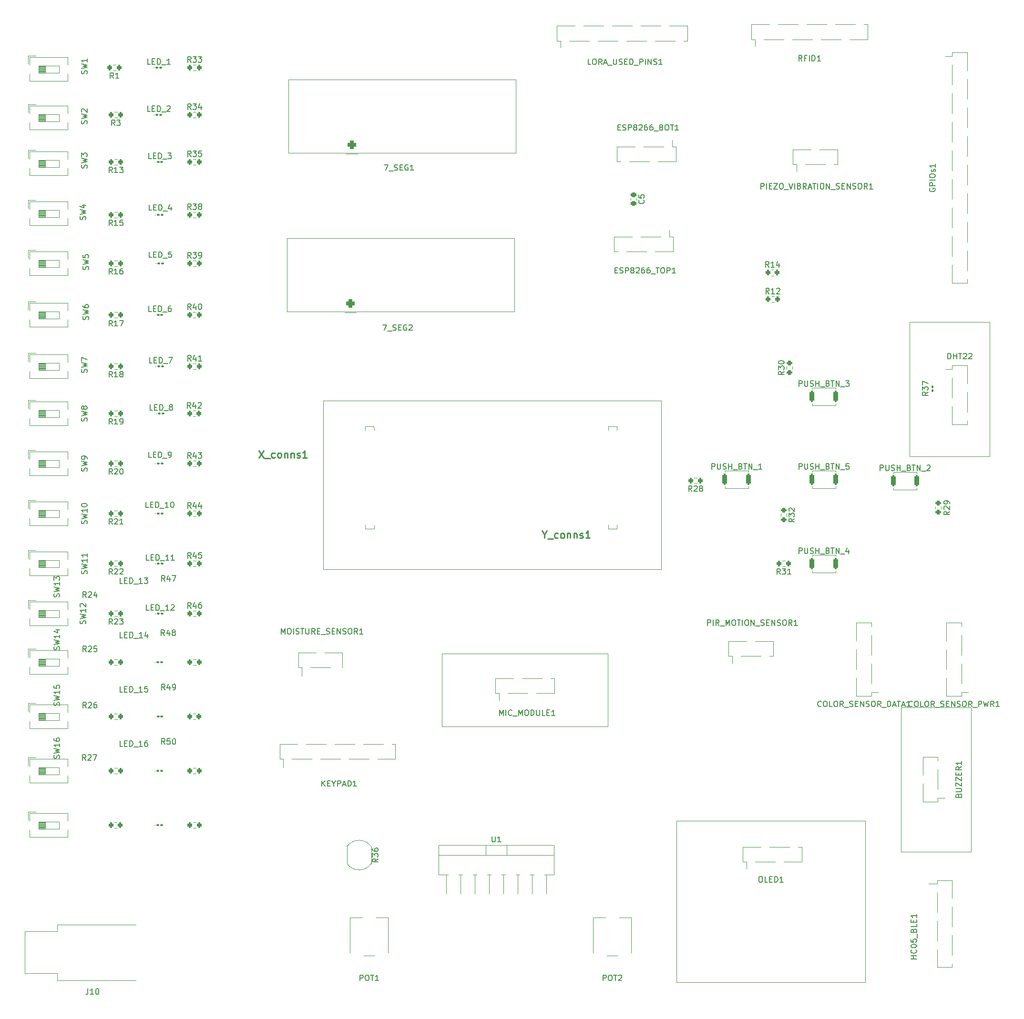
<source format=gbr>
%TF.GenerationSoftware,KiCad,Pcbnew,8.0.2*%
%TF.CreationDate,2025-02-12T15:49:00+05:00*%
%TF.ProjectId,kicad_pcb,6b696361-645f-4706-9362-2e6b69636164,rev?*%
%TF.SameCoordinates,Original*%
%TF.FileFunction,Legend,Top*%
%TF.FilePolarity,Positive*%
%FSLAX46Y46*%
G04 Gerber Fmt 4.6, Leading zero omitted, Abs format (unit mm)*
G04 Created by KiCad (PCBNEW 8.0.2) date 2025-02-12 15:49:00*
%MOMM*%
%LPD*%
G01*
G04 APERTURE LIST*
G04 Aperture macros list*
%AMRoundRect*
0 Rectangle with rounded corners*
0 $1 Rounding radius*
0 $2 $3 $4 $5 $6 $7 $8 $9 X,Y pos of 4 corners*
0 Add a 4 corners polygon primitive as box body*
4,1,4,$2,$3,$4,$5,$6,$7,$8,$9,$2,$3,0*
0 Add four circle primitives for the rounded corners*
1,1,$1+$1,$2,$3*
1,1,$1+$1,$4,$5*
1,1,$1+$1,$6,$7*
1,1,$1+$1,$8,$9*
0 Add four rect primitives between the rounded corners*
20,1,$1+$1,$2,$3,$4,$5,0*
20,1,$1+$1,$4,$5,$6,$7,0*
20,1,$1+$1,$6,$7,$8,$9,0*
20,1,$1+$1,$8,$9,$2,$3,0*%
G04 Aperture macros list end*
%ADD10C,0.100000*%
%ADD11C,0.150000*%
%ADD12C,0.254000*%
%ADD13C,0.120000*%
%ADD14RoundRect,0.200000X-0.200000X-0.275000X0.200000X-0.275000X0.200000X0.275000X-0.200000X0.275000X0*%
%ADD15R,1.000000X1.900000*%
%ADD16RoundRect,0.100000X-0.130000X-0.100000X0.130000X-0.100000X0.130000X0.100000X-0.130000X0.100000X0*%
%ADD17R,2.160000X1.120000*%
%ADD18RoundRect,0.200000X-0.200000X-0.800000X0.200000X-0.800000X0.200000X0.800000X-0.200000X0.800000X0*%
%ADD19RoundRect,0.200000X0.200000X0.275000X-0.200000X0.275000X-0.200000X-0.275000X0.200000X-0.275000X0*%
%ADD20C,1.500000*%
%ADD21RoundRect,0.200000X0.275000X-0.200000X0.275000X0.200000X-0.275000X0.200000X-0.275000X-0.200000X0*%
%ADD22R,2.000000X2.500000*%
%ADD23R,1.900000X1.000000*%
%ADD24RoundRect,0.200000X-0.275000X0.200000X-0.275000X-0.200000X0.275000X-0.200000X0.275000X0.200000X0*%
%ADD25RoundRect,0.100000X-0.100000X0.130000X-0.100000X-0.130000X0.100000X-0.130000X0.100000X0.130000X0*%
%ADD26RoundRect,0.375000X0.375000X-0.375000X0.375000X0.375000X-0.375000X0.375000X-0.375000X-0.375000X0*%
%ADD27R,1.800000X1.800000*%
%ADD28O,1.800000X1.800000*%
%ADD29R,0.660000X0.220000*%
%ADD30R,0.440000X0.350000*%
%ADD31R,1.000000X2.510000*%
%ADD32RoundRect,0.225000X-0.250000X0.225000X-0.250000X-0.225000X0.250000X-0.225000X0.250000X0.225000X0*%
%ADD33R,2.020000X5.020000*%
%ADD34O,2.020000X5.020000*%
%ADD35R,2.510000X1.000000*%
G04 APERTURE END LIST*
D10*
X221488000Y-72390000D02*
X235712000Y-72390000D01*
X235712000Y-96266000D01*
X221488000Y-96266000D01*
X221488000Y-72390000D01*
X138430000Y-131318000D02*
X167894000Y-131318000D01*
X167894000Y-144272000D01*
X138430000Y-144272000D01*
X138430000Y-131318000D01*
X219964000Y-140843000D02*
X232410000Y-140843000D01*
X232410000Y-166497000D01*
X219964000Y-166497000D01*
X219964000Y-140843000D01*
X117320000Y-86360000D02*
X177320000Y-86360000D01*
X177320000Y-116360000D01*
X117320000Y-116360000D01*
X117320000Y-86360000D01*
X180086000Y-161036000D02*
X213614000Y-161036000D01*
X213614000Y-189738000D01*
X180086000Y-189738000D01*
X180086000Y-161036000D01*
D11*
X93845142Y-123230819D02*
X93511809Y-122754628D01*
X93273714Y-123230819D02*
X93273714Y-122230819D01*
X93273714Y-122230819D02*
X93654666Y-122230819D01*
X93654666Y-122230819D02*
X93749904Y-122278438D01*
X93749904Y-122278438D02*
X93797523Y-122326057D01*
X93797523Y-122326057D02*
X93845142Y-122421295D01*
X93845142Y-122421295D02*
X93845142Y-122564152D01*
X93845142Y-122564152D02*
X93797523Y-122659390D01*
X93797523Y-122659390D02*
X93749904Y-122707009D01*
X93749904Y-122707009D02*
X93654666Y-122754628D01*
X93654666Y-122754628D02*
X93273714Y-122754628D01*
X94702285Y-122564152D02*
X94702285Y-123230819D01*
X94464190Y-122183200D02*
X94226095Y-122897485D01*
X94226095Y-122897485D02*
X94845142Y-122897485D01*
X95654666Y-122230819D02*
X95464190Y-122230819D01*
X95464190Y-122230819D02*
X95368952Y-122278438D01*
X95368952Y-122278438D02*
X95321333Y-122326057D01*
X95321333Y-122326057D02*
X95226095Y-122468914D01*
X95226095Y-122468914D02*
X95178476Y-122659390D01*
X95178476Y-122659390D02*
X95178476Y-123040342D01*
X95178476Y-123040342D02*
X95226095Y-123135580D01*
X95226095Y-123135580D02*
X95273714Y-123183200D01*
X95273714Y-123183200D02*
X95368952Y-123230819D01*
X95368952Y-123230819D02*
X95559428Y-123230819D01*
X95559428Y-123230819D02*
X95654666Y-123183200D01*
X95654666Y-123183200D02*
X95702285Y-123135580D01*
X95702285Y-123135580D02*
X95749904Y-123040342D01*
X95749904Y-123040342D02*
X95749904Y-122802247D01*
X95749904Y-122802247D02*
X95702285Y-122707009D01*
X95702285Y-122707009D02*
X95654666Y-122659390D01*
X95654666Y-122659390D02*
X95559428Y-122611771D01*
X95559428Y-122611771D02*
X95368952Y-122611771D01*
X95368952Y-122611771D02*
X95273714Y-122659390D01*
X95273714Y-122659390D02*
X95226095Y-122707009D01*
X95226095Y-122707009D02*
X95178476Y-122802247D01*
X93845142Y-42966819D02*
X93511809Y-42490628D01*
X93273714Y-42966819D02*
X93273714Y-41966819D01*
X93273714Y-41966819D02*
X93654666Y-41966819D01*
X93654666Y-41966819D02*
X93749904Y-42014438D01*
X93749904Y-42014438D02*
X93797523Y-42062057D01*
X93797523Y-42062057D02*
X93845142Y-42157295D01*
X93845142Y-42157295D02*
X93845142Y-42300152D01*
X93845142Y-42300152D02*
X93797523Y-42395390D01*
X93797523Y-42395390D02*
X93749904Y-42443009D01*
X93749904Y-42443009D02*
X93654666Y-42490628D01*
X93654666Y-42490628D02*
X93273714Y-42490628D01*
X94178476Y-41966819D02*
X94797523Y-41966819D01*
X94797523Y-41966819D02*
X94464190Y-42347771D01*
X94464190Y-42347771D02*
X94607047Y-42347771D01*
X94607047Y-42347771D02*
X94702285Y-42395390D01*
X94702285Y-42395390D02*
X94749904Y-42443009D01*
X94749904Y-42443009D02*
X94797523Y-42538247D01*
X94797523Y-42538247D02*
X94797523Y-42776342D01*
X94797523Y-42776342D02*
X94749904Y-42871580D01*
X94749904Y-42871580D02*
X94702285Y-42919200D01*
X94702285Y-42919200D02*
X94607047Y-42966819D01*
X94607047Y-42966819D02*
X94321333Y-42966819D01*
X94321333Y-42966819D02*
X94226095Y-42919200D01*
X94226095Y-42919200D02*
X94178476Y-42871580D01*
X95702285Y-41966819D02*
X95226095Y-41966819D01*
X95226095Y-41966819D02*
X95178476Y-42443009D01*
X95178476Y-42443009D02*
X95226095Y-42395390D01*
X95226095Y-42395390D02*
X95321333Y-42347771D01*
X95321333Y-42347771D02*
X95559428Y-42347771D01*
X95559428Y-42347771D02*
X95654666Y-42395390D01*
X95654666Y-42395390D02*
X95702285Y-42443009D01*
X95702285Y-42443009D02*
X95749904Y-42538247D01*
X95749904Y-42538247D02*
X95749904Y-42776342D01*
X95749904Y-42776342D02*
X95702285Y-42871580D01*
X95702285Y-42871580D02*
X95654666Y-42919200D01*
X95654666Y-42919200D02*
X95559428Y-42966819D01*
X95559428Y-42966819D02*
X95321333Y-42966819D01*
X95321333Y-42966819D02*
X95226095Y-42919200D01*
X95226095Y-42919200D02*
X95178476Y-42871580D01*
X202374666Y-25980819D02*
X202041333Y-25504628D01*
X201803238Y-25980819D02*
X201803238Y-24980819D01*
X201803238Y-24980819D02*
X202184190Y-24980819D01*
X202184190Y-24980819D02*
X202279428Y-25028438D01*
X202279428Y-25028438D02*
X202327047Y-25076057D01*
X202327047Y-25076057D02*
X202374666Y-25171295D01*
X202374666Y-25171295D02*
X202374666Y-25314152D01*
X202374666Y-25314152D02*
X202327047Y-25409390D01*
X202327047Y-25409390D02*
X202279428Y-25457009D01*
X202279428Y-25457009D02*
X202184190Y-25504628D01*
X202184190Y-25504628D02*
X201803238Y-25504628D01*
X203136571Y-25457009D02*
X202803238Y-25457009D01*
X202803238Y-25980819D02*
X202803238Y-24980819D01*
X202803238Y-24980819D02*
X203279428Y-24980819D01*
X203660381Y-25980819D02*
X203660381Y-24980819D01*
X204136571Y-25980819D02*
X204136571Y-24980819D01*
X204136571Y-24980819D02*
X204374666Y-24980819D01*
X204374666Y-24980819D02*
X204517523Y-25028438D01*
X204517523Y-25028438D02*
X204612761Y-25123676D01*
X204612761Y-25123676D02*
X204660380Y-25218914D01*
X204660380Y-25218914D02*
X204707999Y-25409390D01*
X204707999Y-25409390D02*
X204707999Y-25552247D01*
X204707999Y-25552247D02*
X204660380Y-25742723D01*
X204660380Y-25742723D02*
X204612761Y-25837961D01*
X204612761Y-25837961D02*
X204517523Y-25933200D01*
X204517523Y-25933200D02*
X204374666Y-25980819D01*
X204374666Y-25980819D02*
X204136571Y-25980819D01*
X205660380Y-25980819D02*
X205088952Y-25980819D01*
X205374666Y-25980819D02*
X205374666Y-24980819D01*
X205374666Y-24980819D02*
X205279428Y-25123676D01*
X205279428Y-25123676D02*
X205184190Y-25218914D01*
X205184190Y-25218914D02*
X205088952Y-25266533D01*
X195073238Y-48716819D02*
X195073238Y-47716819D01*
X195073238Y-47716819D02*
X195454190Y-47716819D01*
X195454190Y-47716819D02*
X195549428Y-47764438D01*
X195549428Y-47764438D02*
X195597047Y-47812057D01*
X195597047Y-47812057D02*
X195644666Y-47907295D01*
X195644666Y-47907295D02*
X195644666Y-48050152D01*
X195644666Y-48050152D02*
X195597047Y-48145390D01*
X195597047Y-48145390D02*
X195549428Y-48193009D01*
X195549428Y-48193009D02*
X195454190Y-48240628D01*
X195454190Y-48240628D02*
X195073238Y-48240628D01*
X196073238Y-48716819D02*
X196073238Y-47716819D01*
X196549428Y-48193009D02*
X196882761Y-48193009D01*
X197025618Y-48716819D02*
X196549428Y-48716819D01*
X196549428Y-48716819D02*
X196549428Y-47716819D01*
X196549428Y-47716819D02*
X197025618Y-47716819D01*
X197358952Y-47716819D02*
X198025618Y-47716819D01*
X198025618Y-47716819D02*
X197358952Y-48716819D01*
X197358952Y-48716819D02*
X198025618Y-48716819D01*
X198597047Y-47716819D02*
X198787523Y-47716819D01*
X198787523Y-47716819D02*
X198882761Y-47764438D01*
X198882761Y-47764438D02*
X198977999Y-47859676D01*
X198977999Y-47859676D02*
X199025618Y-48050152D01*
X199025618Y-48050152D02*
X199025618Y-48383485D01*
X199025618Y-48383485D02*
X198977999Y-48573961D01*
X198977999Y-48573961D02*
X198882761Y-48669200D01*
X198882761Y-48669200D02*
X198787523Y-48716819D01*
X198787523Y-48716819D02*
X198597047Y-48716819D01*
X198597047Y-48716819D02*
X198501809Y-48669200D01*
X198501809Y-48669200D02*
X198406571Y-48573961D01*
X198406571Y-48573961D02*
X198358952Y-48383485D01*
X198358952Y-48383485D02*
X198358952Y-48050152D01*
X198358952Y-48050152D02*
X198406571Y-47859676D01*
X198406571Y-47859676D02*
X198501809Y-47764438D01*
X198501809Y-47764438D02*
X198597047Y-47716819D01*
X199216095Y-48812057D02*
X199977999Y-48812057D01*
X200073238Y-47716819D02*
X200406571Y-48716819D01*
X200406571Y-48716819D02*
X200739904Y-47716819D01*
X201073238Y-48716819D02*
X201073238Y-47716819D01*
X201882761Y-48193009D02*
X202025618Y-48240628D01*
X202025618Y-48240628D02*
X202073237Y-48288247D01*
X202073237Y-48288247D02*
X202120856Y-48383485D01*
X202120856Y-48383485D02*
X202120856Y-48526342D01*
X202120856Y-48526342D02*
X202073237Y-48621580D01*
X202073237Y-48621580D02*
X202025618Y-48669200D01*
X202025618Y-48669200D02*
X201930380Y-48716819D01*
X201930380Y-48716819D02*
X201549428Y-48716819D01*
X201549428Y-48716819D02*
X201549428Y-47716819D01*
X201549428Y-47716819D02*
X201882761Y-47716819D01*
X201882761Y-47716819D02*
X201977999Y-47764438D01*
X201977999Y-47764438D02*
X202025618Y-47812057D01*
X202025618Y-47812057D02*
X202073237Y-47907295D01*
X202073237Y-47907295D02*
X202073237Y-48002533D01*
X202073237Y-48002533D02*
X202025618Y-48097771D01*
X202025618Y-48097771D02*
X201977999Y-48145390D01*
X201977999Y-48145390D02*
X201882761Y-48193009D01*
X201882761Y-48193009D02*
X201549428Y-48193009D01*
X203120856Y-48716819D02*
X202787523Y-48240628D01*
X202549428Y-48716819D02*
X202549428Y-47716819D01*
X202549428Y-47716819D02*
X202930380Y-47716819D01*
X202930380Y-47716819D02*
X203025618Y-47764438D01*
X203025618Y-47764438D02*
X203073237Y-47812057D01*
X203073237Y-47812057D02*
X203120856Y-47907295D01*
X203120856Y-47907295D02*
X203120856Y-48050152D01*
X203120856Y-48050152D02*
X203073237Y-48145390D01*
X203073237Y-48145390D02*
X203025618Y-48193009D01*
X203025618Y-48193009D02*
X202930380Y-48240628D01*
X202930380Y-48240628D02*
X202549428Y-48240628D01*
X203501809Y-48431104D02*
X203977999Y-48431104D01*
X203406571Y-48716819D02*
X203739904Y-47716819D01*
X203739904Y-47716819D02*
X204073237Y-48716819D01*
X204263714Y-47716819D02*
X204835142Y-47716819D01*
X204549428Y-48716819D02*
X204549428Y-47716819D01*
X205168476Y-48716819D02*
X205168476Y-47716819D01*
X205835142Y-47716819D02*
X206025618Y-47716819D01*
X206025618Y-47716819D02*
X206120856Y-47764438D01*
X206120856Y-47764438D02*
X206216094Y-47859676D01*
X206216094Y-47859676D02*
X206263713Y-48050152D01*
X206263713Y-48050152D02*
X206263713Y-48383485D01*
X206263713Y-48383485D02*
X206216094Y-48573961D01*
X206216094Y-48573961D02*
X206120856Y-48669200D01*
X206120856Y-48669200D02*
X206025618Y-48716819D01*
X206025618Y-48716819D02*
X205835142Y-48716819D01*
X205835142Y-48716819D02*
X205739904Y-48669200D01*
X205739904Y-48669200D02*
X205644666Y-48573961D01*
X205644666Y-48573961D02*
X205597047Y-48383485D01*
X205597047Y-48383485D02*
X205597047Y-48050152D01*
X205597047Y-48050152D02*
X205644666Y-47859676D01*
X205644666Y-47859676D02*
X205739904Y-47764438D01*
X205739904Y-47764438D02*
X205835142Y-47716819D01*
X206692285Y-48716819D02*
X206692285Y-47716819D01*
X206692285Y-47716819D02*
X207263713Y-48716819D01*
X207263713Y-48716819D02*
X207263713Y-47716819D01*
X207501809Y-48812057D02*
X208263713Y-48812057D01*
X208454190Y-48669200D02*
X208597047Y-48716819D01*
X208597047Y-48716819D02*
X208835142Y-48716819D01*
X208835142Y-48716819D02*
X208930380Y-48669200D01*
X208930380Y-48669200D02*
X208977999Y-48621580D01*
X208977999Y-48621580D02*
X209025618Y-48526342D01*
X209025618Y-48526342D02*
X209025618Y-48431104D01*
X209025618Y-48431104D02*
X208977999Y-48335866D01*
X208977999Y-48335866D02*
X208930380Y-48288247D01*
X208930380Y-48288247D02*
X208835142Y-48240628D01*
X208835142Y-48240628D02*
X208644666Y-48193009D01*
X208644666Y-48193009D02*
X208549428Y-48145390D01*
X208549428Y-48145390D02*
X208501809Y-48097771D01*
X208501809Y-48097771D02*
X208454190Y-48002533D01*
X208454190Y-48002533D02*
X208454190Y-47907295D01*
X208454190Y-47907295D02*
X208501809Y-47812057D01*
X208501809Y-47812057D02*
X208549428Y-47764438D01*
X208549428Y-47764438D02*
X208644666Y-47716819D01*
X208644666Y-47716819D02*
X208882761Y-47716819D01*
X208882761Y-47716819D02*
X209025618Y-47764438D01*
X209454190Y-48193009D02*
X209787523Y-48193009D01*
X209930380Y-48716819D02*
X209454190Y-48716819D01*
X209454190Y-48716819D02*
X209454190Y-47716819D01*
X209454190Y-47716819D02*
X209930380Y-47716819D01*
X210358952Y-48716819D02*
X210358952Y-47716819D01*
X210358952Y-47716819D02*
X210930380Y-48716819D01*
X210930380Y-48716819D02*
X210930380Y-47716819D01*
X211358952Y-48669200D02*
X211501809Y-48716819D01*
X211501809Y-48716819D02*
X211739904Y-48716819D01*
X211739904Y-48716819D02*
X211835142Y-48669200D01*
X211835142Y-48669200D02*
X211882761Y-48621580D01*
X211882761Y-48621580D02*
X211930380Y-48526342D01*
X211930380Y-48526342D02*
X211930380Y-48431104D01*
X211930380Y-48431104D02*
X211882761Y-48335866D01*
X211882761Y-48335866D02*
X211835142Y-48288247D01*
X211835142Y-48288247D02*
X211739904Y-48240628D01*
X211739904Y-48240628D02*
X211549428Y-48193009D01*
X211549428Y-48193009D02*
X211454190Y-48145390D01*
X211454190Y-48145390D02*
X211406571Y-48097771D01*
X211406571Y-48097771D02*
X211358952Y-48002533D01*
X211358952Y-48002533D02*
X211358952Y-47907295D01*
X211358952Y-47907295D02*
X211406571Y-47812057D01*
X211406571Y-47812057D02*
X211454190Y-47764438D01*
X211454190Y-47764438D02*
X211549428Y-47716819D01*
X211549428Y-47716819D02*
X211787523Y-47716819D01*
X211787523Y-47716819D02*
X211930380Y-47764438D01*
X212549428Y-47716819D02*
X212739904Y-47716819D01*
X212739904Y-47716819D02*
X212835142Y-47764438D01*
X212835142Y-47764438D02*
X212930380Y-47859676D01*
X212930380Y-47859676D02*
X212977999Y-48050152D01*
X212977999Y-48050152D02*
X212977999Y-48383485D01*
X212977999Y-48383485D02*
X212930380Y-48573961D01*
X212930380Y-48573961D02*
X212835142Y-48669200D01*
X212835142Y-48669200D02*
X212739904Y-48716819D01*
X212739904Y-48716819D02*
X212549428Y-48716819D01*
X212549428Y-48716819D02*
X212454190Y-48669200D01*
X212454190Y-48669200D02*
X212358952Y-48573961D01*
X212358952Y-48573961D02*
X212311333Y-48383485D01*
X212311333Y-48383485D02*
X212311333Y-48050152D01*
X212311333Y-48050152D02*
X212358952Y-47859676D01*
X212358952Y-47859676D02*
X212454190Y-47764438D01*
X212454190Y-47764438D02*
X212549428Y-47716819D01*
X213977999Y-48716819D02*
X213644666Y-48240628D01*
X213406571Y-48716819D02*
X213406571Y-47716819D01*
X213406571Y-47716819D02*
X213787523Y-47716819D01*
X213787523Y-47716819D02*
X213882761Y-47764438D01*
X213882761Y-47764438D02*
X213930380Y-47812057D01*
X213930380Y-47812057D02*
X213977999Y-47907295D01*
X213977999Y-47907295D02*
X213977999Y-48050152D01*
X213977999Y-48050152D02*
X213930380Y-48145390D01*
X213930380Y-48145390D02*
X213882761Y-48193009D01*
X213882761Y-48193009D02*
X213787523Y-48240628D01*
X213787523Y-48240628D02*
X213406571Y-48240628D01*
X214930380Y-48716819D02*
X214358952Y-48716819D01*
X214644666Y-48716819D02*
X214644666Y-47716819D01*
X214644666Y-47716819D02*
X214549428Y-47859676D01*
X214549428Y-47859676D02*
X214454190Y-47954914D01*
X214454190Y-47954914D02*
X214358952Y-48002533D01*
X81698809Y-138132319D02*
X81222619Y-138132319D01*
X81222619Y-138132319D02*
X81222619Y-137132319D01*
X82032143Y-137608509D02*
X82365476Y-137608509D01*
X82508333Y-138132319D02*
X82032143Y-138132319D01*
X82032143Y-138132319D02*
X82032143Y-137132319D01*
X82032143Y-137132319D02*
X82508333Y-137132319D01*
X82936905Y-138132319D02*
X82936905Y-137132319D01*
X82936905Y-137132319D02*
X83175000Y-137132319D01*
X83175000Y-137132319D02*
X83317857Y-137179938D01*
X83317857Y-137179938D02*
X83413095Y-137275176D01*
X83413095Y-137275176D02*
X83460714Y-137370414D01*
X83460714Y-137370414D02*
X83508333Y-137560890D01*
X83508333Y-137560890D02*
X83508333Y-137703747D01*
X83508333Y-137703747D02*
X83460714Y-137894223D01*
X83460714Y-137894223D02*
X83413095Y-137989461D01*
X83413095Y-137989461D02*
X83317857Y-138084700D01*
X83317857Y-138084700D02*
X83175000Y-138132319D01*
X83175000Y-138132319D02*
X82936905Y-138132319D01*
X83698810Y-138227557D02*
X84460714Y-138227557D01*
X85222619Y-138132319D02*
X84651191Y-138132319D01*
X84936905Y-138132319D02*
X84936905Y-137132319D01*
X84936905Y-137132319D02*
X84841667Y-137275176D01*
X84841667Y-137275176D02*
X84746429Y-137370414D01*
X84746429Y-137370414D02*
X84651191Y-137418033D01*
X86127381Y-137132319D02*
X85651191Y-137132319D01*
X85651191Y-137132319D02*
X85603572Y-137608509D01*
X85603572Y-137608509D02*
X85651191Y-137560890D01*
X85651191Y-137560890D02*
X85746429Y-137513271D01*
X85746429Y-137513271D02*
X85984524Y-137513271D01*
X85984524Y-137513271D02*
X86079762Y-137560890D01*
X86079762Y-137560890D02*
X86127381Y-137608509D01*
X86127381Y-137608509D02*
X86175000Y-137703747D01*
X86175000Y-137703747D02*
X86175000Y-137941842D01*
X86175000Y-137941842D02*
X86127381Y-138037080D01*
X86127381Y-138037080D02*
X86079762Y-138084700D01*
X86079762Y-138084700D02*
X85984524Y-138132319D01*
X85984524Y-138132319D02*
X85746429Y-138132319D01*
X85746429Y-138132319D02*
X85651191Y-138084700D01*
X85651191Y-138084700D02*
X85603572Y-138037080D01*
X70457200Y-149935023D02*
X70504819Y-149792166D01*
X70504819Y-149792166D02*
X70504819Y-149554071D01*
X70504819Y-149554071D02*
X70457200Y-149458833D01*
X70457200Y-149458833D02*
X70409580Y-149411214D01*
X70409580Y-149411214D02*
X70314342Y-149363595D01*
X70314342Y-149363595D02*
X70219104Y-149363595D01*
X70219104Y-149363595D02*
X70123866Y-149411214D01*
X70123866Y-149411214D02*
X70076247Y-149458833D01*
X70076247Y-149458833D02*
X70028628Y-149554071D01*
X70028628Y-149554071D02*
X69981009Y-149744547D01*
X69981009Y-149744547D02*
X69933390Y-149839785D01*
X69933390Y-149839785D02*
X69885771Y-149887404D01*
X69885771Y-149887404D02*
X69790533Y-149935023D01*
X69790533Y-149935023D02*
X69695295Y-149935023D01*
X69695295Y-149935023D02*
X69600057Y-149887404D01*
X69600057Y-149887404D02*
X69552438Y-149839785D01*
X69552438Y-149839785D02*
X69504819Y-149744547D01*
X69504819Y-149744547D02*
X69504819Y-149506452D01*
X69504819Y-149506452D02*
X69552438Y-149363595D01*
X69504819Y-149030261D02*
X70504819Y-148792166D01*
X70504819Y-148792166D02*
X69790533Y-148601690D01*
X69790533Y-148601690D02*
X70504819Y-148411214D01*
X70504819Y-148411214D02*
X69504819Y-148173119D01*
X70504819Y-147268357D02*
X70504819Y-147839785D01*
X70504819Y-147554071D02*
X69504819Y-147554071D01*
X69504819Y-147554071D02*
X69647676Y-147649309D01*
X69647676Y-147649309D02*
X69742914Y-147744547D01*
X69742914Y-147744547D02*
X69790533Y-147839785D01*
X69504819Y-146411214D02*
X69504819Y-146601690D01*
X69504819Y-146601690D02*
X69552438Y-146696928D01*
X69552438Y-146696928D02*
X69600057Y-146744547D01*
X69600057Y-146744547D02*
X69742914Y-146839785D01*
X69742914Y-146839785D02*
X69933390Y-146887404D01*
X69933390Y-146887404D02*
X70314342Y-146887404D01*
X70314342Y-146887404D02*
X70409580Y-146839785D01*
X70409580Y-146839785D02*
X70457200Y-146792166D01*
X70457200Y-146792166D02*
X70504819Y-146696928D01*
X70504819Y-146696928D02*
X70504819Y-146506452D01*
X70504819Y-146506452D02*
X70457200Y-146411214D01*
X70457200Y-146411214D02*
X70409580Y-146363595D01*
X70409580Y-146363595D02*
X70314342Y-146315976D01*
X70314342Y-146315976D02*
X70076247Y-146315976D01*
X70076247Y-146315976D02*
X69981009Y-146363595D01*
X69981009Y-146363595D02*
X69933390Y-146411214D01*
X69933390Y-146411214D02*
X69885771Y-146506452D01*
X69885771Y-146506452D02*
X69885771Y-146696928D01*
X69885771Y-146696928D02*
X69933390Y-146792166D01*
X69933390Y-146792166D02*
X69981009Y-146839785D01*
X69981009Y-146839785D02*
X70076247Y-146887404D01*
X201819428Y-98534819D02*
X201819428Y-97534819D01*
X201819428Y-97534819D02*
X202200380Y-97534819D01*
X202200380Y-97534819D02*
X202295618Y-97582438D01*
X202295618Y-97582438D02*
X202343237Y-97630057D01*
X202343237Y-97630057D02*
X202390856Y-97725295D01*
X202390856Y-97725295D02*
X202390856Y-97868152D01*
X202390856Y-97868152D02*
X202343237Y-97963390D01*
X202343237Y-97963390D02*
X202295618Y-98011009D01*
X202295618Y-98011009D02*
X202200380Y-98058628D01*
X202200380Y-98058628D02*
X201819428Y-98058628D01*
X202819428Y-97534819D02*
X202819428Y-98344342D01*
X202819428Y-98344342D02*
X202867047Y-98439580D01*
X202867047Y-98439580D02*
X202914666Y-98487200D01*
X202914666Y-98487200D02*
X203009904Y-98534819D01*
X203009904Y-98534819D02*
X203200380Y-98534819D01*
X203200380Y-98534819D02*
X203295618Y-98487200D01*
X203295618Y-98487200D02*
X203343237Y-98439580D01*
X203343237Y-98439580D02*
X203390856Y-98344342D01*
X203390856Y-98344342D02*
X203390856Y-97534819D01*
X203819428Y-98487200D02*
X203962285Y-98534819D01*
X203962285Y-98534819D02*
X204200380Y-98534819D01*
X204200380Y-98534819D02*
X204295618Y-98487200D01*
X204295618Y-98487200D02*
X204343237Y-98439580D01*
X204343237Y-98439580D02*
X204390856Y-98344342D01*
X204390856Y-98344342D02*
X204390856Y-98249104D01*
X204390856Y-98249104D02*
X204343237Y-98153866D01*
X204343237Y-98153866D02*
X204295618Y-98106247D01*
X204295618Y-98106247D02*
X204200380Y-98058628D01*
X204200380Y-98058628D02*
X204009904Y-98011009D01*
X204009904Y-98011009D02*
X203914666Y-97963390D01*
X203914666Y-97963390D02*
X203867047Y-97915771D01*
X203867047Y-97915771D02*
X203819428Y-97820533D01*
X203819428Y-97820533D02*
X203819428Y-97725295D01*
X203819428Y-97725295D02*
X203867047Y-97630057D01*
X203867047Y-97630057D02*
X203914666Y-97582438D01*
X203914666Y-97582438D02*
X204009904Y-97534819D01*
X204009904Y-97534819D02*
X204247999Y-97534819D01*
X204247999Y-97534819D02*
X204390856Y-97582438D01*
X204819428Y-98534819D02*
X204819428Y-97534819D01*
X204819428Y-98011009D02*
X205390856Y-98011009D01*
X205390856Y-98534819D02*
X205390856Y-97534819D01*
X205628952Y-98630057D02*
X206390856Y-98630057D01*
X206962285Y-98011009D02*
X207105142Y-98058628D01*
X207105142Y-98058628D02*
X207152761Y-98106247D01*
X207152761Y-98106247D02*
X207200380Y-98201485D01*
X207200380Y-98201485D02*
X207200380Y-98344342D01*
X207200380Y-98344342D02*
X207152761Y-98439580D01*
X207152761Y-98439580D02*
X207105142Y-98487200D01*
X207105142Y-98487200D02*
X207009904Y-98534819D01*
X207009904Y-98534819D02*
X206628952Y-98534819D01*
X206628952Y-98534819D02*
X206628952Y-97534819D01*
X206628952Y-97534819D02*
X206962285Y-97534819D01*
X206962285Y-97534819D02*
X207057523Y-97582438D01*
X207057523Y-97582438D02*
X207105142Y-97630057D01*
X207105142Y-97630057D02*
X207152761Y-97725295D01*
X207152761Y-97725295D02*
X207152761Y-97820533D01*
X207152761Y-97820533D02*
X207105142Y-97915771D01*
X207105142Y-97915771D02*
X207057523Y-97963390D01*
X207057523Y-97963390D02*
X206962285Y-98011009D01*
X206962285Y-98011009D02*
X206628952Y-98011009D01*
X207486095Y-97534819D02*
X208057523Y-97534819D01*
X207771809Y-98534819D02*
X207771809Y-97534819D01*
X208390857Y-98534819D02*
X208390857Y-97534819D01*
X208390857Y-97534819D02*
X208962285Y-98534819D01*
X208962285Y-98534819D02*
X208962285Y-97534819D01*
X209200381Y-98630057D02*
X209962285Y-98630057D01*
X210676571Y-97534819D02*
X210200381Y-97534819D01*
X210200381Y-97534819D02*
X210152762Y-98011009D01*
X210152762Y-98011009D02*
X210200381Y-97963390D01*
X210200381Y-97963390D02*
X210295619Y-97915771D01*
X210295619Y-97915771D02*
X210533714Y-97915771D01*
X210533714Y-97915771D02*
X210628952Y-97963390D01*
X210628952Y-97963390D02*
X210676571Y-98011009D01*
X210676571Y-98011009D02*
X210724190Y-98106247D01*
X210724190Y-98106247D02*
X210724190Y-98344342D01*
X210724190Y-98344342D02*
X210676571Y-98439580D01*
X210676571Y-98439580D02*
X210628952Y-98487200D01*
X210628952Y-98487200D02*
X210533714Y-98534819D01*
X210533714Y-98534819D02*
X210295619Y-98534819D01*
X210295619Y-98534819D02*
X210200381Y-98487200D01*
X210200381Y-98487200D02*
X210152762Y-98439580D01*
X196524142Y-67350819D02*
X196190809Y-66874628D01*
X195952714Y-67350819D02*
X195952714Y-66350819D01*
X195952714Y-66350819D02*
X196333666Y-66350819D01*
X196333666Y-66350819D02*
X196428904Y-66398438D01*
X196428904Y-66398438D02*
X196476523Y-66446057D01*
X196476523Y-66446057D02*
X196524142Y-66541295D01*
X196524142Y-66541295D02*
X196524142Y-66684152D01*
X196524142Y-66684152D02*
X196476523Y-66779390D01*
X196476523Y-66779390D02*
X196428904Y-66827009D01*
X196428904Y-66827009D02*
X196333666Y-66874628D01*
X196333666Y-66874628D02*
X195952714Y-66874628D01*
X197476523Y-67350819D02*
X196905095Y-67350819D01*
X197190809Y-67350819D02*
X197190809Y-66350819D01*
X197190809Y-66350819D02*
X197095571Y-66493676D01*
X197095571Y-66493676D02*
X197000333Y-66588914D01*
X197000333Y-66588914D02*
X196905095Y-66636533D01*
X197857476Y-66446057D02*
X197905095Y-66398438D01*
X197905095Y-66398438D02*
X198000333Y-66350819D01*
X198000333Y-66350819D02*
X198238428Y-66350819D01*
X198238428Y-66350819D02*
X198333666Y-66398438D01*
X198333666Y-66398438D02*
X198381285Y-66446057D01*
X198381285Y-66446057D02*
X198428904Y-66541295D01*
X198428904Y-66541295D02*
X198428904Y-66636533D01*
X198428904Y-66636533D02*
X198381285Y-66779390D01*
X198381285Y-66779390D02*
X197809857Y-67350819D01*
X197809857Y-67350819D02*
X198428904Y-67350819D01*
X86866999Y-60906819D02*
X86390809Y-60906819D01*
X86390809Y-60906819D02*
X86390809Y-59906819D01*
X87200333Y-60383009D02*
X87533666Y-60383009D01*
X87676523Y-60906819D02*
X87200333Y-60906819D01*
X87200333Y-60906819D02*
X87200333Y-59906819D01*
X87200333Y-59906819D02*
X87676523Y-59906819D01*
X88105095Y-60906819D02*
X88105095Y-59906819D01*
X88105095Y-59906819D02*
X88343190Y-59906819D01*
X88343190Y-59906819D02*
X88486047Y-59954438D01*
X88486047Y-59954438D02*
X88581285Y-60049676D01*
X88581285Y-60049676D02*
X88628904Y-60144914D01*
X88628904Y-60144914D02*
X88676523Y-60335390D01*
X88676523Y-60335390D02*
X88676523Y-60478247D01*
X88676523Y-60478247D02*
X88628904Y-60668723D01*
X88628904Y-60668723D02*
X88581285Y-60763961D01*
X88581285Y-60763961D02*
X88486047Y-60859200D01*
X88486047Y-60859200D02*
X88343190Y-60906819D01*
X88343190Y-60906819D02*
X88105095Y-60906819D01*
X88867000Y-61002057D02*
X89628904Y-61002057D01*
X90343190Y-59906819D02*
X89867000Y-59906819D01*
X89867000Y-59906819D02*
X89819381Y-60383009D01*
X89819381Y-60383009D02*
X89867000Y-60335390D01*
X89867000Y-60335390D02*
X89962238Y-60287771D01*
X89962238Y-60287771D02*
X90200333Y-60287771D01*
X90200333Y-60287771D02*
X90295571Y-60335390D01*
X90295571Y-60335390D02*
X90343190Y-60383009D01*
X90343190Y-60383009D02*
X90390809Y-60478247D01*
X90390809Y-60478247D02*
X90390809Y-60716342D01*
X90390809Y-60716342D02*
X90343190Y-60811580D01*
X90343190Y-60811580D02*
X90295571Y-60859200D01*
X90295571Y-60859200D02*
X90200333Y-60906819D01*
X90200333Y-60906819D02*
X89962238Y-60906819D01*
X89962238Y-60906819D02*
X89867000Y-60859200D01*
X89867000Y-60859200D02*
X89819381Y-60811580D01*
X70457200Y-121233023D02*
X70504819Y-121090166D01*
X70504819Y-121090166D02*
X70504819Y-120852071D01*
X70504819Y-120852071D02*
X70457200Y-120756833D01*
X70457200Y-120756833D02*
X70409580Y-120709214D01*
X70409580Y-120709214D02*
X70314342Y-120661595D01*
X70314342Y-120661595D02*
X70219104Y-120661595D01*
X70219104Y-120661595D02*
X70123866Y-120709214D01*
X70123866Y-120709214D02*
X70076247Y-120756833D01*
X70076247Y-120756833D02*
X70028628Y-120852071D01*
X70028628Y-120852071D02*
X69981009Y-121042547D01*
X69981009Y-121042547D02*
X69933390Y-121137785D01*
X69933390Y-121137785D02*
X69885771Y-121185404D01*
X69885771Y-121185404D02*
X69790533Y-121233023D01*
X69790533Y-121233023D02*
X69695295Y-121233023D01*
X69695295Y-121233023D02*
X69600057Y-121185404D01*
X69600057Y-121185404D02*
X69552438Y-121137785D01*
X69552438Y-121137785D02*
X69504819Y-121042547D01*
X69504819Y-121042547D02*
X69504819Y-120804452D01*
X69504819Y-120804452D02*
X69552438Y-120661595D01*
X69504819Y-120328261D02*
X70504819Y-120090166D01*
X70504819Y-120090166D02*
X69790533Y-119899690D01*
X69790533Y-119899690D02*
X70504819Y-119709214D01*
X70504819Y-119709214D02*
X69504819Y-119471119D01*
X70504819Y-118566357D02*
X70504819Y-119137785D01*
X70504819Y-118852071D02*
X69504819Y-118852071D01*
X69504819Y-118852071D02*
X69647676Y-118947309D01*
X69647676Y-118947309D02*
X69742914Y-119042547D01*
X69742914Y-119042547D02*
X69790533Y-119137785D01*
X69504819Y-118233023D02*
X69504819Y-117613976D01*
X69504819Y-117613976D02*
X69885771Y-117947309D01*
X69885771Y-117947309D02*
X69885771Y-117804452D01*
X69885771Y-117804452D02*
X69933390Y-117709214D01*
X69933390Y-117709214D02*
X69981009Y-117661595D01*
X69981009Y-117661595D02*
X70076247Y-117613976D01*
X70076247Y-117613976D02*
X70314342Y-117613976D01*
X70314342Y-117613976D02*
X70409580Y-117661595D01*
X70409580Y-117661595D02*
X70457200Y-117709214D01*
X70457200Y-117709214D02*
X70504819Y-117804452D01*
X70504819Y-117804452D02*
X70504819Y-118090166D01*
X70504819Y-118090166D02*
X70457200Y-118185404D01*
X70457200Y-118185404D02*
X70409580Y-118233023D01*
X79875142Y-82148819D02*
X79541809Y-81672628D01*
X79303714Y-82148819D02*
X79303714Y-81148819D01*
X79303714Y-81148819D02*
X79684666Y-81148819D01*
X79684666Y-81148819D02*
X79779904Y-81196438D01*
X79779904Y-81196438D02*
X79827523Y-81244057D01*
X79827523Y-81244057D02*
X79875142Y-81339295D01*
X79875142Y-81339295D02*
X79875142Y-81482152D01*
X79875142Y-81482152D02*
X79827523Y-81577390D01*
X79827523Y-81577390D02*
X79779904Y-81625009D01*
X79779904Y-81625009D02*
X79684666Y-81672628D01*
X79684666Y-81672628D02*
X79303714Y-81672628D01*
X80827523Y-82148819D02*
X80256095Y-82148819D01*
X80541809Y-82148819D02*
X80541809Y-81148819D01*
X80541809Y-81148819D02*
X80446571Y-81291676D01*
X80446571Y-81291676D02*
X80351333Y-81386914D01*
X80351333Y-81386914D02*
X80256095Y-81434533D01*
X81398952Y-81577390D02*
X81303714Y-81529771D01*
X81303714Y-81529771D02*
X81256095Y-81482152D01*
X81256095Y-81482152D02*
X81208476Y-81386914D01*
X81208476Y-81386914D02*
X81208476Y-81339295D01*
X81208476Y-81339295D02*
X81256095Y-81244057D01*
X81256095Y-81244057D02*
X81303714Y-81196438D01*
X81303714Y-81196438D02*
X81398952Y-81148819D01*
X81398952Y-81148819D02*
X81589428Y-81148819D01*
X81589428Y-81148819D02*
X81684666Y-81196438D01*
X81684666Y-81196438D02*
X81732285Y-81244057D01*
X81732285Y-81244057D02*
X81779904Y-81339295D01*
X81779904Y-81339295D02*
X81779904Y-81386914D01*
X81779904Y-81386914D02*
X81732285Y-81482152D01*
X81732285Y-81482152D02*
X81684666Y-81529771D01*
X81684666Y-81529771D02*
X81589428Y-81577390D01*
X81589428Y-81577390D02*
X81398952Y-81577390D01*
X81398952Y-81577390D02*
X81303714Y-81625009D01*
X81303714Y-81625009D02*
X81256095Y-81672628D01*
X81256095Y-81672628D02*
X81208476Y-81767866D01*
X81208476Y-81767866D02*
X81208476Y-81958342D01*
X81208476Y-81958342D02*
X81256095Y-82053580D01*
X81256095Y-82053580D02*
X81303714Y-82101200D01*
X81303714Y-82101200D02*
X81398952Y-82148819D01*
X81398952Y-82148819D02*
X81589428Y-82148819D01*
X81589428Y-82148819D02*
X81684666Y-82101200D01*
X81684666Y-82101200D02*
X81732285Y-82053580D01*
X81732285Y-82053580D02*
X81779904Y-81958342D01*
X81779904Y-81958342D02*
X81779904Y-81767866D01*
X81779904Y-81767866D02*
X81732285Y-81672628D01*
X81732285Y-81672628D02*
X81684666Y-81625009D01*
X81684666Y-81625009D02*
X81589428Y-81577390D01*
X75249142Y-140960319D02*
X74915809Y-140484128D01*
X74677714Y-140960319D02*
X74677714Y-139960319D01*
X74677714Y-139960319D02*
X75058666Y-139960319D01*
X75058666Y-139960319D02*
X75153904Y-140007938D01*
X75153904Y-140007938D02*
X75201523Y-140055557D01*
X75201523Y-140055557D02*
X75249142Y-140150795D01*
X75249142Y-140150795D02*
X75249142Y-140293652D01*
X75249142Y-140293652D02*
X75201523Y-140388890D01*
X75201523Y-140388890D02*
X75153904Y-140436509D01*
X75153904Y-140436509D02*
X75058666Y-140484128D01*
X75058666Y-140484128D02*
X74677714Y-140484128D01*
X75630095Y-140055557D02*
X75677714Y-140007938D01*
X75677714Y-140007938D02*
X75772952Y-139960319D01*
X75772952Y-139960319D02*
X76011047Y-139960319D01*
X76011047Y-139960319D02*
X76106285Y-140007938D01*
X76106285Y-140007938D02*
X76153904Y-140055557D01*
X76153904Y-140055557D02*
X76201523Y-140150795D01*
X76201523Y-140150795D02*
X76201523Y-140246033D01*
X76201523Y-140246033D02*
X76153904Y-140388890D01*
X76153904Y-140388890D02*
X75582476Y-140960319D01*
X75582476Y-140960319D02*
X76201523Y-140960319D01*
X77058666Y-139960319D02*
X76868190Y-139960319D01*
X76868190Y-139960319D02*
X76772952Y-140007938D01*
X76772952Y-140007938D02*
X76725333Y-140055557D01*
X76725333Y-140055557D02*
X76630095Y-140198414D01*
X76630095Y-140198414D02*
X76582476Y-140388890D01*
X76582476Y-140388890D02*
X76582476Y-140769842D01*
X76582476Y-140769842D02*
X76630095Y-140865080D01*
X76630095Y-140865080D02*
X76677714Y-140912700D01*
X76677714Y-140912700D02*
X76772952Y-140960319D01*
X76772952Y-140960319D02*
X76963428Y-140960319D01*
X76963428Y-140960319D02*
X77058666Y-140912700D01*
X77058666Y-140912700D02*
X77106285Y-140865080D01*
X77106285Y-140865080D02*
X77153904Y-140769842D01*
X77153904Y-140769842D02*
X77153904Y-140531747D01*
X77153904Y-140531747D02*
X77106285Y-140436509D01*
X77106285Y-140436509D02*
X77058666Y-140388890D01*
X77058666Y-140388890D02*
X76963428Y-140341271D01*
X76963428Y-140341271D02*
X76772952Y-140341271D01*
X76772952Y-140341271D02*
X76677714Y-140388890D01*
X76677714Y-140388890D02*
X76630095Y-140436509D01*
X76630095Y-140436509D02*
X76582476Y-140531747D01*
X169648857Y-37777009D02*
X169982190Y-37777009D01*
X170125047Y-38300819D02*
X169648857Y-38300819D01*
X169648857Y-38300819D02*
X169648857Y-37300819D01*
X169648857Y-37300819D02*
X170125047Y-37300819D01*
X170506000Y-38253200D02*
X170648857Y-38300819D01*
X170648857Y-38300819D02*
X170886952Y-38300819D01*
X170886952Y-38300819D02*
X170982190Y-38253200D01*
X170982190Y-38253200D02*
X171029809Y-38205580D01*
X171029809Y-38205580D02*
X171077428Y-38110342D01*
X171077428Y-38110342D02*
X171077428Y-38015104D01*
X171077428Y-38015104D02*
X171029809Y-37919866D01*
X171029809Y-37919866D02*
X170982190Y-37872247D01*
X170982190Y-37872247D02*
X170886952Y-37824628D01*
X170886952Y-37824628D02*
X170696476Y-37777009D01*
X170696476Y-37777009D02*
X170601238Y-37729390D01*
X170601238Y-37729390D02*
X170553619Y-37681771D01*
X170553619Y-37681771D02*
X170506000Y-37586533D01*
X170506000Y-37586533D02*
X170506000Y-37491295D01*
X170506000Y-37491295D02*
X170553619Y-37396057D01*
X170553619Y-37396057D02*
X170601238Y-37348438D01*
X170601238Y-37348438D02*
X170696476Y-37300819D01*
X170696476Y-37300819D02*
X170934571Y-37300819D01*
X170934571Y-37300819D02*
X171077428Y-37348438D01*
X171506000Y-38300819D02*
X171506000Y-37300819D01*
X171506000Y-37300819D02*
X171886952Y-37300819D01*
X171886952Y-37300819D02*
X171982190Y-37348438D01*
X171982190Y-37348438D02*
X172029809Y-37396057D01*
X172029809Y-37396057D02*
X172077428Y-37491295D01*
X172077428Y-37491295D02*
X172077428Y-37634152D01*
X172077428Y-37634152D02*
X172029809Y-37729390D01*
X172029809Y-37729390D02*
X171982190Y-37777009D01*
X171982190Y-37777009D02*
X171886952Y-37824628D01*
X171886952Y-37824628D02*
X171506000Y-37824628D01*
X172648857Y-37729390D02*
X172553619Y-37681771D01*
X172553619Y-37681771D02*
X172506000Y-37634152D01*
X172506000Y-37634152D02*
X172458381Y-37538914D01*
X172458381Y-37538914D02*
X172458381Y-37491295D01*
X172458381Y-37491295D02*
X172506000Y-37396057D01*
X172506000Y-37396057D02*
X172553619Y-37348438D01*
X172553619Y-37348438D02*
X172648857Y-37300819D01*
X172648857Y-37300819D02*
X172839333Y-37300819D01*
X172839333Y-37300819D02*
X172934571Y-37348438D01*
X172934571Y-37348438D02*
X172982190Y-37396057D01*
X172982190Y-37396057D02*
X173029809Y-37491295D01*
X173029809Y-37491295D02*
X173029809Y-37538914D01*
X173029809Y-37538914D02*
X172982190Y-37634152D01*
X172982190Y-37634152D02*
X172934571Y-37681771D01*
X172934571Y-37681771D02*
X172839333Y-37729390D01*
X172839333Y-37729390D02*
X172648857Y-37729390D01*
X172648857Y-37729390D02*
X172553619Y-37777009D01*
X172553619Y-37777009D02*
X172506000Y-37824628D01*
X172506000Y-37824628D02*
X172458381Y-37919866D01*
X172458381Y-37919866D02*
X172458381Y-38110342D01*
X172458381Y-38110342D02*
X172506000Y-38205580D01*
X172506000Y-38205580D02*
X172553619Y-38253200D01*
X172553619Y-38253200D02*
X172648857Y-38300819D01*
X172648857Y-38300819D02*
X172839333Y-38300819D01*
X172839333Y-38300819D02*
X172934571Y-38253200D01*
X172934571Y-38253200D02*
X172982190Y-38205580D01*
X172982190Y-38205580D02*
X173029809Y-38110342D01*
X173029809Y-38110342D02*
X173029809Y-37919866D01*
X173029809Y-37919866D02*
X172982190Y-37824628D01*
X172982190Y-37824628D02*
X172934571Y-37777009D01*
X172934571Y-37777009D02*
X172839333Y-37729390D01*
X173410762Y-37396057D02*
X173458381Y-37348438D01*
X173458381Y-37348438D02*
X173553619Y-37300819D01*
X173553619Y-37300819D02*
X173791714Y-37300819D01*
X173791714Y-37300819D02*
X173886952Y-37348438D01*
X173886952Y-37348438D02*
X173934571Y-37396057D01*
X173934571Y-37396057D02*
X173982190Y-37491295D01*
X173982190Y-37491295D02*
X173982190Y-37586533D01*
X173982190Y-37586533D02*
X173934571Y-37729390D01*
X173934571Y-37729390D02*
X173363143Y-38300819D01*
X173363143Y-38300819D02*
X173982190Y-38300819D01*
X174839333Y-37300819D02*
X174648857Y-37300819D01*
X174648857Y-37300819D02*
X174553619Y-37348438D01*
X174553619Y-37348438D02*
X174506000Y-37396057D01*
X174506000Y-37396057D02*
X174410762Y-37538914D01*
X174410762Y-37538914D02*
X174363143Y-37729390D01*
X174363143Y-37729390D02*
X174363143Y-38110342D01*
X174363143Y-38110342D02*
X174410762Y-38205580D01*
X174410762Y-38205580D02*
X174458381Y-38253200D01*
X174458381Y-38253200D02*
X174553619Y-38300819D01*
X174553619Y-38300819D02*
X174744095Y-38300819D01*
X174744095Y-38300819D02*
X174839333Y-38253200D01*
X174839333Y-38253200D02*
X174886952Y-38205580D01*
X174886952Y-38205580D02*
X174934571Y-38110342D01*
X174934571Y-38110342D02*
X174934571Y-37872247D01*
X174934571Y-37872247D02*
X174886952Y-37777009D01*
X174886952Y-37777009D02*
X174839333Y-37729390D01*
X174839333Y-37729390D02*
X174744095Y-37681771D01*
X174744095Y-37681771D02*
X174553619Y-37681771D01*
X174553619Y-37681771D02*
X174458381Y-37729390D01*
X174458381Y-37729390D02*
X174410762Y-37777009D01*
X174410762Y-37777009D02*
X174363143Y-37872247D01*
X175791714Y-37300819D02*
X175601238Y-37300819D01*
X175601238Y-37300819D02*
X175506000Y-37348438D01*
X175506000Y-37348438D02*
X175458381Y-37396057D01*
X175458381Y-37396057D02*
X175363143Y-37538914D01*
X175363143Y-37538914D02*
X175315524Y-37729390D01*
X175315524Y-37729390D02*
X175315524Y-38110342D01*
X175315524Y-38110342D02*
X175363143Y-38205580D01*
X175363143Y-38205580D02*
X175410762Y-38253200D01*
X175410762Y-38253200D02*
X175506000Y-38300819D01*
X175506000Y-38300819D02*
X175696476Y-38300819D01*
X175696476Y-38300819D02*
X175791714Y-38253200D01*
X175791714Y-38253200D02*
X175839333Y-38205580D01*
X175839333Y-38205580D02*
X175886952Y-38110342D01*
X175886952Y-38110342D02*
X175886952Y-37872247D01*
X175886952Y-37872247D02*
X175839333Y-37777009D01*
X175839333Y-37777009D02*
X175791714Y-37729390D01*
X175791714Y-37729390D02*
X175696476Y-37681771D01*
X175696476Y-37681771D02*
X175506000Y-37681771D01*
X175506000Y-37681771D02*
X175410762Y-37729390D01*
X175410762Y-37729390D02*
X175363143Y-37777009D01*
X175363143Y-37777009D02*
X175315524Y-37872247D01*
X176077429Y-38396057D02*
X176839333Y-38396057D01*
X177410762Y-37777009D02*
X177553619Y-37824628D01*
X177553619Y-37824628D02*
X177601238Y-37872247D01*
X177601238Y-37872247D02*
X177648857Y-37967485D01*
X177648857Y-37967485D02*
X177648857Y-38110342D01*
X177648857Y-38110342D02*
X177601238Y-38205580D01*
X177601238Y-38205580D02*
X177553619Y-38253200D01*
X177553619Y-38253200D02*
X177458381Y-38300819D01*
X177458381Y-38300819D02*
X177077429Y-38300819D01*
X177077429Y-38300819D02*
X177077429Y-37300819D01*
X177077429Y-37300819D02*
X177410762Y-37300819D01*
X177410762Y-37300819D02*
X177506000Y-37348438D01*
X177506000Y-37348438D02*
X177553619Y-37396057D01*
X177553619Y-37396057D02*
X177601238Y-37491295D01*
X177601238Y-37491295D02*
X177601238Y-37586533D01*
X177601238Y-37586533D02*
X177553619Y-37681771D01*
X177553619Y-37681771D02*
X177506000Y-37729390D01*
X177506000Y-37729390D02*
X177410762Y-37777009D01*
X177410762Y-37777009D02*
X177077429Y-37777009D01*
X178267905Y-37300819D02*
X178458381Y-37300819D01*
X178458381Y-37300819D02*
X178553619Y-37348438D01*
X178553619Y-37348438D02*
X178648857Y-37443676D01*
X178648857Y-37443676D02*
X178696476Y-37634152D01*
X178696476Y-37634152D02*
X178696476Y-37967485D01*
X178696476Y-37967485D02*
X178648857Y-38157961D01*
X178648857Y-38157961D02*
X178553619Y-38253200D01*
X178553619Y-38253200D02*
X178458381Y-38300819D01*
X178458381Y-38300819D02*
X178267905Y-38300819D01*
X178267905Y-38300819D02*
X178172667Y-38253200D01*
X178172667Y-38253200D02*
X178077429Y-38157961D01*
X178077429Y-38157961D02*
X178029810Y-37967485D01*
X178029810Y-37967485D02*
X178029810Y-37634152D01*
X178029810Y-37634152D02*
X178077429Y-37443676D01*
X178077429Y-37443676D02*
X178172667Y-37348438D01*
X178172667Y-37348438D02*
X178267905Y-37300819D01*
X178982191Y-37300819D02*
X179553619Y-37300819D01*
X179267905Y-38300819D02*
X179267905Y-37300819D01*
X180410762Y-38300819D02*
X179839334Y-38300819D01*
X180125048Y-38300819D02*
X180125048Y-37300819D01*
X180125048Y-37300819D02*
X180029810Y-37443676D01*
X180029810Y-37443676D02*
X179934572Y-37538914D01*
X179934572Y-37538914D02*
X179839334Y-37586533D01*
X127052819Y-167774857D02*
X126576628Y-168108190D01*
X127052819Y-168346285D02*
X126052819Y-168346285D01*
X126052819Y-168346285D02*
X126052819Y-167965333D01*
X126052819Y-167965333D02*
X126100438Y-167870095D01*
X126100438Y-167870095D02*
X126148057Y-167822476D01*
X126148057Y-167822476D02*
X126243295Y-167774857D01*
X126243295Y-167774857D02*
X126386152Y-167774857D01*
X126386152Y-167774857D02*
X126481390Y-167822476D01*
X126481390Y-167822476D02*
X126529009Y-167870095D01*
X126529009Y-167870095D02*
X126576628Y-167965333D01*
X126576628Y-167965333D02*
X126576628Y-168346285D01*
X126052819Y-167441523D02*
X126052819Y-166822476D01*
X126052819Y-166822476D02*
X126433771Y-167155809D01*
X126433771Y-167155809D02*
X126433771Y-167012952D01*
X126433771Y-167012952D02*
X126481390Y-166917714D01*
X126481390Y-166917714D02*
X126529009Y-166870095D01*
X126529009Y-166870095D02*
X126624247Y-166822476D01*
X126624247Y-166822476D02*
X126862342Y-166822476D01*
X126862342Y-166822476D02*
X126957580Y-166870095D01*
X126957580Y-166870095D02*
X127005200Y-166917714D01*
X127005200Y-166917714D02*
X127052819Y-167012952D01*
X127052819Y-167012952D02*
X127052819Y-167298666D01*
X127052819Y-167298666D02*
X127005200Y-167393904D01*
X127005200Y-167393904D02*
X126957580Y-167441523D01*
X126052819Y-165965333D02*
X126052819Y-166155809D01*
X126052819Y-166155809D02*
X126100438Y-166251047D01*
X126100438Y-166251047D02*
X126148057Y-166298666D01*
X126148057Y-166298666D02*
X126290914Y-166393904D01*
X126290914Y-166393904D02*
X126481390Y-166441523D01*
X126481390Y-166441523D02*
X126862342Y-166441523D01*
X126862342Y-166441523D02*
X126957580Y-166393904D01*
X126957580Y-166393904D02*
X127005200Y-166346285D01*
X127005200Y-166346285D02*
X127052819Y-166251047D01*
X127052819Y-166251047D02*
X127052819Y-166060571D01*
X127052819Y-166060571D02*
X127005200Y-165965333D01*
X127005200Y-165965333D02*
X126957580Y-165917714D01*
X126957580Y-165917714D02*
X126862342Y-165870095D01*
X126862342Y-165870095D02*
X126624247Y-165870095D01*
X126624247Y-165870095D02*
X126529009Y-165917714D01*
X126529009Y-165917714D02*
X126481390Y-165965333D01*
X126481390Y-165965333D02*
X126433771Y-166060571D01*
X126433771Y-166060571D02*
X126433771Y-166251047D01*
X126433771Y-166251047D02*
X126481390Y-166346285D01*
X126481390Y-166346285D02*
X126529009Y-166393904D01*
X126529009Y-166393904D02*
X126624247Y-166441523D01*
X164870571Y-26616819D02*
X164394381Y-26616819D01*
X164394381Y-26616819D02*
X164394381Y-25616819D01*
X165394381Y-25616819D02*
X165584857Y-25616819D01*
X165584857Y-25616819D02*
X165680095Y-25664438D01*
X165680095Y-25664438D02*
X165775333Y-25759676D01*
X165775333Y-25759676D02*
X165822952Y-25950152D01*
X165822952Y-25950152D02*
X165822952Y-26283485D01*
X165822952Y-26283485D02*
X165775333Y-26473961D01*
X165775333Y-26473961D02*
X165680095Y-26569200D01*
X165680095Y-26569200D02*
X165584857Y-26616819D01*
X165584857Y-26616819D02*
X165394381Y-26616819D01*
X165394381Y-26616819D02*
X165299143Y-26569200D01*
X165299143Y-26569200D02*
X165203905Y-26473961D01*
X165203905Y-26473961D02*
X165156286Y-26283485D01*
X165156286Y-26283485D02*
X165156286Y-25950152D01*
X165156286Y-25950152D02*
X165203905Y-25759676D01*
X165203905Y-25759676D02*
X165299143Y-25664438D01*
X165299143Y-25664438D02*
X165394381Y-25616819D01*
X166822952Y-26616819D02*
X166489619Y-26140628D01*
X166251524Y-26616819D02*
X166251524Y-25616819D01*
X166251524Y-25616819D02*
X166632476Y-25616819D01*
X166632476Y-25616819D02*
X166727714Y-25664438D01*
X166727714Y-25664438D02*
X166775333Y-25712057D01*
X166775333Y-25712057D02*
X166822952Y-25807295D01*
X166822952Y-25807295D02*
X166822952Y-25950152D01*
X166822952Y-25950152D02*
X166775333Y-26045390D01*
X166775333Y-26045390D02*
X166727714Y-26093009D01*
X166727714Y-26093009D02*
X166632476Y-26140628D01*
X166632476Y-26140628D02*
X166251524Y-26140628D01*
X167203905Y-26331104D02*
X167680095Y-26331104D01*
X167108667Y-26616819D02*
X167442000Y-25616819D01*
X167442000Y-25616819D02*
X167775333Y-26616819D01*
X167870572Y-26712057D02*
X168632476Y-26712057D01*
X168870572Y-25616819D02*
X168870572Y-26426342D01*
X168870572Y-26426342D02*
X168918191Y-26521580D01*
X168918191Y-26521580D02*
X168965810Y-26569200D01*
X168965810Y-26569200D02*
X169061048Y-26616819D01*
X169061048Y-26616819D02*
X169251524Y-26616819D01*
X169251524Y-26616819D02*
X169346762Y-26569200D01*
X169346762Y-26569200D02*
X169394381Y-26521580D01*
X169394381Y-26521580D02*
X169442000Y-26426342D01*
X169442000Y-26426342D02*
X169442000Y-25616819D01*
X169870572Y-26569200D02*
X170013429Y-26616819D01*
X170013429Y-26616819D02*
X170251524Y-26616819D01*
X170251524Y-26616819D02*
X170346762Y-26569200D01*
X170346762Y-26569200D02*
X170394381Y-26521580D01*
X170394381Y-26521580D02*
X170442000Y-26426342D01*
X170442000Y-26426342D02*
X170442000Y-26331104D01*
X170442000Y-26331104D02*
X170394381Y-26235866D01*
X170394381Y-26235866D02*
X170346762Y-26188247D01*
X170346762Y-26188247D02*
X170251524Y-26140628D01*
X170251524Y-26140628D02*
X170061048Y-26093009D01*
X170061048Y-26093009D02*
X169965810Y-26045390D01*
X169965810Y-26045390D02*
X169918191Y-25997771D01*
X169918191Y-25997771D02*
X169870572Y-25902533D01*
X169870572Y-25902533D02*
X169870572Y-25807295D01*
X169870572Y-25807295D02*
X169918191Y-25712057D01*
X169918191Y-25712057D02*
X169965810Y-25664438D01*
X169965810Y-25664438D02*
X170061048Y-25616819D01*
X170061048Y-25616819D02*
X170299143Y-25616819D01*
X170299143Y-25616819D02*
X170442000Y-25664438D01*
X170870572Y-26093009D02*
X171203905Y-26093009D01*
X171346762Y-26616819D02*
X170870572Y-26616819D01*
X170870572Y-26616819D02*
X170870572Y-25616819D01*
X170870572Y-25616819D02*
X171346762Y-25616819D01*
X171775334Y-26616819D02*
X171775334Y-25616819D01*
X171775334Y-25616819D02*
X172013429Y-25616819D01*
X172013429Y-25616819D02*
X172156286Y-25664438D01*
X172156286Y-25664438D02*
X172251524Y-25759676D01*
X172251524Y-25759676D02*
X172299143Y-25854914D01*
X172299143Y-25854914D02*
X172346762Y-26045390D01*
X172346762Y-26045390D02*
X172346762Y-26188247D01*
X172346762Y-26188247D02*
X172299143Y-26378723D01*
X172299143Y-26378723D02*
X172251524Y-26473961D01*
X172251524Y-26473961D02*
X172156286Y-26569200D01*
X172156286Y-26569200D02*
X172013429Y-26616819D01*
X172013429Y-26616819D02*
X171775334Y-26616819D01*
X172537239Y-26712057D02*
X173299143Y-26712057D01*
X173537239Y-26616819D02*
X173537239Y-25616819D01*
X173537239Y-25616819D02*
X173918191Y-25616819D01*
X173918191Y-25616819D02*
X174013429Y-25664438D01*
X174013429Y-25664438D02*
X174061048Y-25712057D01*
X174061048Y-25712057D02*
X174108667Y-25807295D01*
X174108667Y-25807295D02*
X174108667Y-25950152D01*
X174108667Y-25950152D02*
X174061048Y-26045390D01*
X174061048Y-26045390D02*
X174013429Y-26093009D01*
X174013429Y-26093009D02*
X173918191Y-26140628D01*
X173918191Y-26140628D02*
X173537239Y-26140628D01*
X174537239Y-26616819D02*
X174537239Y-25616819D01*
X175013429Y-26616819D02*
X175013429Y-25616819D01*
X175013429Y-25616819D02*
X175584857Y-26616819D01*
X175584857Y-26616819D02*
X175584857Y-25616819D01*
X176013429Y-26569200D02*
X176156286Y-26616819D01*
X176156286Y-26616819D02*
X176394381Y-26616819D01*
X176394381Y-26616819D02*
X176489619Y-26569200D01*
X176489619Y-26569200D02*
X176537238Y-26521580D01*
X176537238Y-26521580D02*
X176584857Y-26426342D01*
X176584857Y-26426342D02*
X176584857Y-26331104D01*
X176584857Y-26331104D02*
X176537238Y-26235866D01*
X176537238Y-26235866D02*
X176489619Y-26188247D01*
X176489619Y-26188247D02*
X176394381Y-26140628D01*
X176394381Y-26140628D02*
X176203905Y-26093009D01*
X176203905Y-26093009D02*
X176108667Y-26045390D01*
X176108667Y-26045390D02*
X176061048Y-25997771D01*
X176061048Y-25997771D02*
X176013429Y-25902533D01*
X176013429Y-25902533D02*
X176013429Y-25807295D01*
X176013429Y-25807295D02*
X176061048Y-25712057D01*
X176061048Y-25712057D02*
X176108667Y-25664438D01*
X176108667Y-25664438D02*
X176203905Y-25616819D01*
X176203905Y-25616819D02*
X176442000Y-25616819D01*
X176442000Y-25616819D02*
X176584857Y-25664438D01*
X177537238Y-26616819D02*
X176965810Y-26616819D01*
X177251524Y-26616819D02*
X177251524Y-25616819D01*
X177251524Y-25616819D02*
X177156286Y-25759676D01*
X177156286Y-25759676D02*
X177061048Y-25854914D01*
X177061048Y-25854914D02*
X176965810Y-25902533D01*
X79875142Y-63860819D02*
X79541809Y-63384628D01*
X79303714Y-63860819D02*
X79303714Y-62860819D01*
X79303714Y-62860819D02*
X79684666Y-62860819D01*
X79684666Y-62860819D02*
X79779904Y-62908438D01*
X79779904Y-62908438D02*
X79827523Y-62956057D01*
X79827523Y-62956057D02*
X79875142Y-63051295D01*
X79875142Y-63051295D02*
X79875142Y-63194152D01*
X79875142Y-63194152D02*
X79827523Y-63289390D01*
X79827523Y-63289390D02*
X79779904Y-63337009D01*
X79779904Y-63337009D02*
X79684666Y-63384628D01*
X79684666Y-63384628D02*
X79303714Y-63384628D01*
X80827523Y-63860819D02*
X80256095Y-63860819D01*
X80541809Y-63860819D02*
X80541809Y-62860819D01*
X80541809Y-62860819D02*
X80446571Y-63003676D01*
X80446571Y-63003676D02*
X80351333Y-63098914D01*
X80351333Y-63098914D02*
X80256095Y-63146533D01*
X81684666Y-62860819D02*
X81494190Y-62860819D01*
X81494190Y-62860819D02*
X81398952Y-62908438D01*
X81398952Y-62908438D02*
X81351333Y-62956057D01*
X81351333Y-62956057D02*
X81256095Y-63098914D01*
X81256095Y-63098914D02*
X81208476Y-63289390D01*
X81208476Y-63289390D02*
X81208476Y-63670342D01*
X81208476Y-63670342D02*
X81256095Y-63765580D01*
X81256095Y-63765580D02*
X81303714Y-63813200D01*
X81303714Y-63813200D02*
X81398952Y-63860819D01*
X81398952Y-63860819D02*
X81589428Y-63860819D01*
X81589428Y-63860819D02*
X81684666Y-63813200D01*
X81684666Y-63813200D02*
X81732285Y-63765580D01*
X81732285Y-63765580D02*
X81779904Y-63670342D01*
X81779904Y-63670342D02*
X81779904Y-63432247D01*
X81779904Y-63432247D02*
X81732285Y-63337009D01*
X81732285Y-63337009D02*
X81684666Y-63289390D01*
X81684666Y-63289390D02*
X81589428Y-63241771D01*
X81589428Y-63241771D02*
X81398952Y-63241771D01*
X81398952Y-63241771D02*
X81303714Y-63289390D01*
X81303714Y-63289390D02*
X81256095Y-63337009D01*
X81256095Y-63337009D02*
X81208476Y-63432247D01*
X79875142Y-73098819D02*
X79541809Y-72622628D01*
X79303714Y-73098819D02*
X79303714Y-72098819D01*
X79303714Y-72098819D02*
X79684666Y-72098819D01*
X79684666Y-72098819D02*
X79779904Y-72146438D01*
X79779904Y-72146438D02*
X79827523Y-72194057D01*
X79827523Y-72194057D02*
X79875142Y-72289295D01*
X79875142Y-72289295D02*
X79875142Y-72432152D01*
X79875142Y-72432152D02*
X79827523Y-72527390D01*
X79827523Y-72527390D02*
X79779904Y-72575009D01*
X79779904Y-72575009D02*
X79684666Y-72622628D01*
X79684666Y-72622628D02*
X79303714Y-72622628D01*
X80827523Y-73098819D02*
X80256095Y-73098819D01*
X80541809Y-73098819D02*
X80541809Y-72098819D01*
X80541809Y-72098819D02*
X80446571Y-72241676D01*
X80446571Y-72241676D02*
X80351333Y-72336914D01*
X80351333Y-72336914D02*
X80256095Y-72384533D01*
X81160857Y-72098819D02*
X81827523Y-72098819D01*
X81827523Y-72098819D02*
X81398952Y-73098819D01*
X75591200Y-71945332D02*
X75638819Y-71802475D01*
X75638819Y-71802475D02*
X75638819Y-71564380D01*
X75638819Y-71564380D02*
X75591200Y-71469142D01*
X75591200Y-71469142D02*
X75543580Y-71421523D01*
X75543580Y-71421523D02*
X75448342Y-71373904D01*
X75448342Y-71373904D02*
X75353104Y-71373904D01*
X75353104Y-71373904D02*
X75257866Y-71421523D01*
X75257866Y-71421523D02*
X75210247Y-71469142D01*
X75210247Y-71469142D02*
X75162628Y-71564380D01*
X75162628Y-71564380D02*
X75115009Y-71754856D01*
X75115009Y-71754856D02*
X75067390Y-71850094D01*
X75067390Y-71850094D02*
X75019771Y-71897713D01*
X75019771Y-71897713D02*
X74924533Y-71945332D01*
X74924533Y-71945332D02*
X74829295Y-71945332D01*
X74829295Y-71945332D02*
X74734057Y-71897713D01*
X74734057Y-71897713D02*
X74686438Y-71850094D01*
X74686438Y-71850094D02*
X74638819Y-71754856D01*
X74638819Y-71754856D02*
X74638819Y-71516761D01*
X74638819Y-71516761D02*
X74686438Y-71373904D01*
X74638819Y-71040570D02*
X75638819Y-70802475D01*
X75638819Y-70802475D02*
X74924533Y-70611999D01*
X74924533Y-70611999D02*
X75638819Y-70421523D01*
X75638819Y-70421523D02*
X74638819Y-70183428D01*
X74638819Y-69373904D02*
X74638819Y-69564380D01*
X74638819Y-69564380D02*
X74686438Y-69659618D01*
X74686438Y-69659618D02*
X74734057Y-69707237D01*
X74734057Y-69707237D02*
X74876914Y-69802475D01*
X74876914Y-69802475D02*
X75067390Y-69850094D01*
X75067390Y-69850094D02*
X75448342Y-69850094D01*
X75448342Y-69850094D02*
X75543580Y-69802475D01*
X75543580Y-69802475D02*
X75591200Y-69754856D01*
X75591200Y-69754856D02*
X75638819Y-69659618D01*
X75638819Y-69659618D02*
X75638819Y-69469142D01*
X75638819Y-69469142D02*
X75591200Y-69373904D01*
X75591200Y-69373904D02*
X75543580Y-69326285D01*
X75543580Y-69326285D02*
X75448342Y-69278666D01*
X75448342Y-69278666D02*
X75210247Y-69278666D01*
X75210247Y-69278666D02*
X75115009Y-69326285D01*
X75115009Y-69326285D02*
X75067390Y-69373904D01*
X75067390Y-69373904D02*
X75019771Y-69469142D01*
X75019771Y-69469142D02*
X75019771Y-69659618D01*
X75019771Y-69659618D02*
X75067390Y-69754856D01*
X75067390Y-69754856D02*
X75115009Y-69802475D01*
X75115009Y-69802475D02*
X75210247Y-69850094D01*
X199176819Y-81160857D02*
X198700628Y-81494190D01*
X199176819Y-81732285D02*
X198176819Y-81732285D01*
X198176819Y-81732285D02*
X198176819Y-81351333D01*
X198176819Y-81351333D02*
X198224438Y-81256095D01*
X198224438Y-81256095D02*
X198272057Y-81208476D01*
X198272057Y-81208476D02*
X198367295Y-81160857D01*
X198367295Y-81160857D02*
X198510152Y-81160857D01*
X198510152Y-81160857D02*
X198605390Y-81208476D01*
X198605390Y-81208476D02*
X198653009Y-81256095D01*
X198653009Y-81256095D02*
X198700628Y-81351333D01*
X198700628Y-81351333D02*
X198700628Y-81732285D01*
X198176819Y-80827523D02*
X198176819Y-80208476D01*
X198176819Y-80208476D02*
X198557771Y-80541809D01*
X198557771Y-80541809D02*
X198557771Y-80398952D01*
X198557771Y-80398952D02*
X198605390Y-80303714D01*
X198605390Y-80303714D02*
X198653009Y-80256095D01*
X198653009Y-80256095D02*
X198748247Y-80208476D01*
X198748247Y-80208476D02*
X198986342Y-80208476D01*
X198986342Y-80208476D02*
X199081580Y-80256095D01*
X199081580Y-80256095D02*
X199129200Y-80303714D01*
X199129200Y-80303714D02*
X199176819Y-80398952D01*
X199176819Y-80398952D02*
X199176819Y-80684666D01*
X199176819Y-80684666D02*
X199129200Y-80779904D01*
X199129200Y-80779904D02*
X199081580Y-80827523D01*
X198176819Y-79589428D02*
X198176819Y-79494190D01*
X198176819Y-79494190D02*
X198224438Y-79398952D01*
X198224438Y-79398952D02*
X198272057Y-79351333D01*
X198272057Y-79351333D02*
X198367295Y-79303714D01*
X198367295Y-79303714D02*
X198557771Y-79256095D01*
X198557771Y-79256095D02*
X198795866Y-79256095D01*
X198795866Y-79256095D02*
X198986342Y-79303714D01*
X198986342Y-79303714D02*
X199081580Y-79351333D01*
X199081580Y-79351333D02*
X199129200Y-79398952D01*
X199129200Y-79398952D02*
X199176819Y-79494190D01*
X199176819Y-79494190D02*
X199176819Y-79589428D01*
X199176819Y-79589428D02*
X199129200Y-79684666D01*
X199129200Y-79684666D02*
X199081580Y-79732285D01*
X199081580Y-79732285D02*
X198986342Y-79779904D01*
X198986342Y-79779904D02*
X198795866Y-79827523D01*
X198795866Y-79827523D02*
X198557771Y-79827523D01*
X198557771Y-79827523D02*
X198367295Y-79779904D01*
X198367295Y-79779904D02*
X198272057Y-79732285D01*
X198272057Y-79732285D02*
X198224438Y-79684666D01*
X198224438Y-79684666D02*
X198176819Y-79589428D01*
X201819428Y-83802819D02*
X201819428Y-82802819D01*
X201819428Y-82802819D02*
X202200380Y-82802819D01*
X202200380Y-82802819D02*
X202295618Y-82850438D01*
X202295618Y-82850438D02*
X202343237Y-82898057D01*
X202343237Y-82898057D02*
X202390856Y-82993295D01*
X202390856Y-82993295D02*
X202390856Y-83136152D01*
X202390856Y-83136152D02*
X202343237Y-83231390D01*
X202343237Y-83231390D02*
X202295618Y-83279009D01*
X202295618Y-83279009D02*
X202200380Y-83326628D01*
X202200380Y-83326628D02*
X201819428Y-83326628D01*
X202819428Y-82802819D02*
X202819428Y-83612342D01*
X202819428Y-83612342D02*
X202867047Y-83707580D01*
X202867047Y-83707580D02*
X202914666Y-83755200D01*
X202914666Y-83755200D02*
X203009904Y-83802819D01*
X203009904Y-83802819D02*
X203200380Y-83802819D01*
X203200380Y-83802819D02*
X203295618Y-83755200D01*
X203295618Y-83755200D02*
X203343237Y-83707580D01*
X203343237Y-83707580D02*
X203390856Y-83612342D01*
X203390856Y-83612342D02*
X203390856Y-82802819D01*
X203819428Y-83755200D02*
X203962285Y-83802819D01*
X203962285Y-83802819D02*
X204200380Y-83802819D01*
X204200380Y-83802819D02*
X204295618Y-83755200D01*
X204295618Y-83755200D02*
X204343237Y-83707580D01*
X204343237Y-83707580D02*
X204390856Y-83612342D01*
X204390856Y-83612342D02*
X204390856Y-83517104D01*
X204390856Y-83517104D02*
X204343237Y-83421866D01*
X204343237Y-83421866D02*
X204295618Y-83374247D01*
X204295618Y-83374247D02*
X204200380Y-83326628D01*
X204200380Y-83326628D02*
X204009904Y-83279009D01*
X204009904Y-83279009D02*
X203914666Y-83231390D01*
X203914666Y-83231390D02*
X203867047Y-83183771D01*
X203867047Y-83183771D02*
X203819428Y-83088533D01*
X203819428Y-83088533D02*
X203819428Y-82993295D01*
X203819428Y-82993295D02*
X203867047Y-82898057D01*
X203867047Y-82898057D02*
X203914666Y-82850438D01*
X203914666Y-82850438D02*
X204009904Y-82802819D01*
X204009904Y-82802819D02*
X204247999Y-82802819D01*
X204247999Y-82802819D02*
X204390856Y-82850438D01*
X204819428Y-83802819D02*
X204819428Y-82802819D01*
X204819428Y-83279009D02*
X205390856Y-83279009D01*
X205390856Y-83802819D02*
X205390856Y-82802819D01*
X205628952Y-83898057D02*
X206390856Y-83898057D01*
X206962285Y-83279009D02*
X207105142Y-83326628D01*
X207105142Y-83326628D02*
X207152761Y-83374247D01*
X207152761Y-83374247D02*
X207200380Y-83469485D01*
X207200380Y-83469485D02*
X207200380Y-83612342D01*
X207200380Y-83612342D02*
X207152761Y-83707580D01*
X207152761Y-83707580D02*
X207105142Y-83755200D01*
X207105142Y-83755200D02*
X207009904Y-83802819D01*
X207009904Y-83802819D02*
X206628952Y-83802819D01*
X206628952Y-83802819D02*
X206628952Y-82802819D01*
X206628952Y-82802819D02*
X206962285Y-82802819D01*
X206962285Y-82802819D02*
X207057523Y-82850438D01*
X207057523Y-82850438D02*
X207105142Y-82898057D01*
X207105142Y-82898057D02*
X207152761Y-82993295D01*
X207152761Y-82993295D02*
X207152761Y-83088533D01*
X207152761Y-83088533D02*
X207105142Y-83183771D01*
X207105142Y-83183771D02*
X207057523Y-83231390D01*
X207057523Y-83231390D02*
X206962285Y-83279009D01*
X206962285Y-83279009D02*
X206628952Y-83279009D01*
X207486095Y-82802819D02*
X208057523Y-82802819D01*
X207771809Y-83802819D02*
X207771809Y-82802819D01*
X208390857Y-83802819D02*
X208390857Y-82802819D01*
X208390857Y-82802819D02*
X208962285Y-83802819D01*
X208962285Y-83802819D02*
X208962285Y-82802819D01*
X209200381Y-83898057D02*
X209962285Y-83898057D01*
X210105143Y-82802819D02*
X210724190Y-82802819D01*
X210724190Y-82802819D02*
X210390857Y-83183771D01*
X210390857Y-83183771D02*
X210533714Y-83183771D01*
X210533714Y-83183771D02*
X210628952Y-83231390D01*
X210628952Y-83231390D02*
X210676571Y-83279009D01*
X210676571Y-83279009D02*
X210724190Y-83374247D01*
X210724190Y-83374247D02*
X210724190Y-83612342D01*
X210724190Y-83612342D02*
X210676571Y-83707580D01*
X210676571Y-83707580D02*
X210628952Y-83755200D01*
X210628952Y-83755200D02*
X210533714Y-83802819D01*
X210533714Y-83802819D02*
X210248000Y-83802819D01*
X210248000Y-83802819D02*
X210152762Y-83755200D01*
X210152762Y-83755200D02*
X210105143Y-83707580D01*
X86415809Y-123610819D02*
X85939619Y-123610819D01*
X85939619Y-123610819D02*
X85939619Y-122610819D01*
X86749143Y-123087009D02*
X87082476Y-123087009D01*
X87225333Y-123610819D02*
X86749143Y-123610819D01*
X86749143Y-123610819D02*
X86749143Y-122610819D01*
X86749143Y-122610819D02*
X87225333Y-122610819D01*
X87653905Y-123610819D02*
X87653905Y-122610819D01*
X87653905Y-122610819D02*
X87892000Y-122610819D01*
X87892000Y-122610819D02*
X88034857Y-122658438D01*
X88034857Y-122658438D02*
X88130095Y-122753676D01*
X88130095Y-122753676D02*
X88177714Y-122848914D01*
X88177714Y-122848914D02*
X88225333Y-123039390D01*
X88225333Y-123039390D02*
X88225333Y-123182247D01*
X88225333Y-123182247D02*
X88177714Y-123372723D01*
X88177714Y-123372723D02*
X88130095Y-123467961D01*
X88130095Y-123467961D02*
X88034857Y-123563200D01*
X88034857Y-123563200D02*
X87892000Y-123610819D01*
X87892000Y-123610819D02*
X87653905Y-123610819D01*
X88415810Y-123706057D02*
X89177714Y-123706057D01*
X89939619Y-123610819D02*
X89368191Y-123610819D01*
X89653905Y-123610819D02*
X89653905Y-122610819D01*
X89653905Y-122610819D02*
X89558667Y-122753676D01*
X89558667Y-122753676D02*
X89463429Y-122848914D01*
X89463429Y-122848914D02*
X89368191Y-122896533D01*
X90320572Y-122706057D02*
X90368191Y-122658438D01*
X90368191Y-122658438D02*
X90463429Y-122610819D01*
X90463429Y-122610819D02*
X90701524Y-122610819D01*
X90701524Y-122610819D02*
X90796762Y-122658438D01*
X90796762Y-122658438D02*
X90844381Y-122706057D01*
X90844381Y-122706057D02*
X90892000Y-122801295D01*
X90892000Y-122801295D02*
X90892000Y-122896533D01*
X90892000Y-122896533D02*
X90844381Y-123039390D01*
X90844381Y-123039390D02*
X90272953Y-123610819D01*
X90272953Y-123610819D02*
X90892000Y-123610819D01*
X185595619Y-126312819D02*
X185595619Y-125312819D01*
X185595619Y-125312819D02*
X185976571Y-125312819D01*
X185976571Y-125312819D02*
X186071809Y-125360438D01*
X186071809Y-125360438D02*
X186119428Y-125408057D01*
X186119428Y-125408057D02*
X186167047Y-125503295D01*
X186167047Y-125503295D02*
X186167047Y-125646152D01*
X186167047Y-125646152D02*
X186119428Y-125741390D01*
X186119428Y-125741390D02*
X186071809Y-125789009D01*
X186071809Y-125789009D02*
X185976571Y-125836628D01*
X185976571Y-125836628D02*
X185595619Y-125836628D01*
X186595619Y-126312819D02*
X186595619Y-125312819D01*
X187643237Y-126312819D02*
X187309904Y-125836628D01*
X187071809Y-126312819D02*
X187071809Y-125312819D01*
X187071809Y-125312819D02*
X187452761Y-125312819D01*
X187452761Y-125312819D02*
X187547999Y-125360438D01*
X187547999Y-125360438D02*
X187595618Y-125408057D01*
X187595618Y-125408057D02*
X187643237Y-125503295D01*
X187643237Y-125503295D02*
X187643237Y-125646152D01*
X187643237Y-125646152D02*
X187595618Y-125741390D01*
X187595618Y-125741390D02*
X187547999Y-125789009D01*
X187547999Y-125789009D02*
X187452761Y-125836628D01*
X187452761Y-125836628D02*
X187071809Y-125836628D01*
X187833714Y-126408057D02*
X188595618Y-126408057D01*
X188833714Y-126312819D02*
X188833714Y-125312819D01*
X188833714Y-125312819D02*
X189167047Y-126027104D01*
X189167047Y-126027104D02*
X189500380Y-125312819D01*
X189500380Y-125312819D02*
X189500380Y-126312819D01*
X190167047Y-125312819D02*
X190357523Y-125312819D01*
X190357523Y-125312819D02*
X190452761Y-125360438D01*
X190452761Y-125360438D02*
X190547999Y-125455676D01*
X190547999Y-125455676D02*
X190595618Y-125646152D01*
X190595618Y-125646152D02*
X190595618Y-125979485D01*
X190595618Y-125979485D02*
X190547999Y-126169961D01*
X190547999Y-126169961D02*
X190452761Y-126265200D01*
X190452761Y-126265200D02*
X190357523Y-126312819D01*
X190357523Y-126312819D02*
X190167047Y-126312819D01*
X190167047Y-126312819D02*
X190071809Y-126265200D01*
X190071809Y-126265200D02*
X189976571Y-126169961D01*
X189976571Y-126169961D02*
X189928952Y-125979485D01*
X189928952Y-125979485D02*
X189928952Y-125646152D01*
X189928952Y-125646152D02*
X189976571Y-125455676D01*
X189976571Y-125455676D02*
X190071809Y-125360438D01*
X190071809Y-125360438D02*
X190167047Y-125312819D01*
X190881333Y-125312819D02*
X191452761Y-125312819D01*
X191167047Y-126312819D02*
X191167047Y-125312819D01*
X191786095Y-126312819D02*
X191786095Y-125312819D01*
X192452761Y-125312819D02*
X192643237Y-125312819D01*
X192643237Y-125312819D02*
X192738475Y-125360438D01*
X192738475Y-125360438D02*
X192833713Y-125455676D01*
X192833713Y-125455676D02*
X192881332Y-125646152D01*
X192881332Y-125646152D02*
X192881332Y-125979485D01*
X192881332Y-125979485D02*
X192833713Y-126169961D01*
X192833713Y-126169961D02*
X192738475Y-126265200D01*
X192738475Y-126265200D02*
X192643237Y-126312819D01*
X192643237Y-126312819D02*
X192452761Y-126312819D01*
X192452761Y-126312819D02*
X192357523Y-126265200D01*
X192357523Y-126265200D02*
X192262285Y-126169961D01*
X192262285Y-126169961D02*
X192214666Y-125979485D01*
X192214666Y-125979485D02*
X192214666Y-125646152D01*
X192214666Y-125646152D02*
X192262285Y-125455676D01*
X192262285Y-125455676D02*
X192357523Y-125360438D01*
X192357523Y-125360438D02*
X192452761Y-125312819D01*
X193309904Y-126312819D02*
X193309904Y-125312819D01*
X193309904Y-125312819D02*
X193881332Y-126312819D01*
X193881332Y-126312819D02*
X193881332Y-125312819D01*
X194119428Y-126408057D02*
X194881332Y-126408057D01*
X195071809Y-126265200D02*
X195214666Y-126312819D01*
X195214666Y-126312819D02*
X195452761Y-126312819D01*
X195452761Y-126312819D02*
X195547999Y-126265200D01*
X195547999Y-126265200D02*
X195595618Y-126217580D01*
X195595618Y-126217580D02*
X195643237Y-126122342D01*
X195643237Y-126122342D02*
X195643237Y-126027104D01*
X195643237Y-126027104D02*
X195595618Y-125931866D01*
X195595618Y-125931866D02*
X195547999Y-125884247D01*
X195547999Y-125884247D02*
X195452761Y-125836628D01*
X195452761Y-125836628D02*
X195262285Y-125789009D01*
X195262285Y-125789009D02*
X195167047Y-125741390D01*
X195167047Y-125741390D02*
X195119428Y-125693771D01*
X195119428Y-125693771D02*
X195071809Y-125598533D01*
X195071809Y-125598533D02*
X195071809Y-125503295D01*
X195071809Y-125503295D02*
X195119428Y-125408057D01*
X195119428Y-125408057D02*
X195167047Y-125360438D01*
X195167047Y-125360438D02*
X195262285Y-125312819D01*
X195262285Y-125312819D02*
X195500380Y-125312819D01*
X195500380Y-125312819D02*
X195643237Y-125360438D01*
X196071809Y-125789009D02*
X196405142Y-125789009D01*
X196547999Y-126312819D02*
X196071809Y-126312819D01*
X196071809Y-126312819D02*
X196071809Y-125312819D01*
X196071809Y-125312819D02*
X196547999Y-125312819D01*
X196976571Y-126312819D02*
X196976571Y-125312819D01*
X196976571Y-125312819D02*
X197547999Y-126312819D01*
X197547999Y-126312819D02*
X197547999Y-125312819D01*
X197976571Y-126265200D02*
X198119428Y-126312819D01*
X198119428Y-126312819D02*
X198357523Y-126312819D01*
X198357523Y-126312819D02*
X198452761Y-126265200D01*
X198452761Y-126265200D02*
X198500380Y-126217580D01*
X198500380Y-126217580D02*
X198547999Y-126122342D01*
X198547999Y-126122342D02*
X198547999Y-126027104D01*
X198547999Y-126027104D02*
X198500380Y-125931866D01*
X198500380Y-125931866D02*
X198452761Y-125884247D01*
X198452761Y-125884247D02*
X198357523Y-125836628D01*
X198357523Y-125836628D02*
X198167047Y-125789009D01*
X198167047Y-125789009D02*
X198071809Y-125741390D01*
X198071809Y-125741390D02*
X198024190Y-125693771D01*
X198024190Y-125693771D02*
X197976571Y-125598533D01*
X197976571Y-125598533D02*
X197976571Y-125503295D01*
X197976571Y-125503295D02*
X198024190Y-125408057D01*
X198024190Y-125408057D02*
X198071809Y-125360438D01*
X198071809Y-125360438D02*
X198167047Y-125312819D01*
X198167047Y-125312819D02*
X198405142Y-125312819D01*
X198405142Y-125312819D02*
X198547999Y-125360438D01*
X199167047Y-125312819D02*
X199357523Y-125312819D01*
X199357523Y-125312819D02*
X199452761Y-125360438D01*
X199452761Y-125360438D02*
X199547999Y-125455676D01*
X199547999Y-125455676D02*
X199595618Y-125646152D01*
X199595618Y-125646152D02*
X199595618Y-125979485D01*
X199595618Y-125979485D02*
X199547999Y-126169961D01*
X199547999Y-126169961D02*
X199452761Y-126265200D01*
X199452761Y-126265200D02*
X199357523Y-126312819D01*
X199357523Y-126312819D02*
X199167047Y-126312819D01*
X199167047Y-126312819D02*
X199071809Y-126265200D01*
X199071809Y-126265200D02*
X198976571Y-126169961D01*
X198976571Y-126169961D02*
X198928952Y-125979485D01*
X198928952Y-125979485D02*
X198928952Y-125646152D01*
X198928952Y-125646152D02*
X198976571Y-125455676D01*
X198976571Y-125455676D02*
X199071809Y-125360438D01*
X199071809Y-125360438D02*
X199167047Y-125312819D01*
X200595618Y-126312819D02*
X200262285Y-125836628D01*
X200024190Y-126312819D02*
X200024190Y-125312819D01*
X200024190Y-125312819D02*
X200405142Y-125312819D01*
X200405142Y-125312819D02*
X200500380Y-125360438D01*
X200500380Y-125360438D02*
X200547999Y-125408057D01*
X200547999Y-125408057D02*
X200595618Y-125503295D01*
X200595618Y-125503295D02*
X200595618Y-125646152D01*
X200595618Y-125646152D02*
X200547999Y-125741390D01*
X200547999Y-125741390D02*
X200500380Y-125789009D01*
X200500380Y-125789009D02*
X200405142Y-125836628D01*
X200405142Y-125836628D02*
X200024190Y-125836628D01*
X201547999Y-126312819D02*
X200976571Y-126312819D01*
X201262285Y-126312819D02*
X201262285Y-125312819D01*
X201262285Y-125312819D02*
X201167047Y-125455676D01*
X201167047Y-125455676D02*
X201071809Y-125550914D01*
X201071809Y-125550914D02*
X200976571Y-125598533D01*
X201819428Y-113520819D02*
X201819428Y-112520819D01*
X201819428Y-112520819D02*
X202200380Y-112520819D01*
X202200380Y-112520819D02*
X202295618Y-112568438D01*
X202295618Y-112568438D02*
X202343237Y-112616057D01*
X202343237Y-112616057D02*
X202390856Y-112711295D01*
X202390856Y-112711295D02*
X202390856Y-112854152D01*
X202390856Y-112854152D02*
X202343237Y-112949390D01*
X202343237Y-112949390D02*
X202295618Y-112997009D01*
X202295618Y-112997009D02*
X202200380Y-113044628D01*
X202200380Y-113044628D02*
X201819428Y-113044628D01*
X202819428Y-112520819D02*
X202819428Y-113330342D01*
X202819428Y-113330342D02*
X202867047Y-113425580D01*
X202867047Y-113425580D02*
X202914666Y-113473200D01*
X202914666Y-113473200D02*
X203009904Y-113520819D01*
X203009904Y-113520819D02*
X203200380Y-113520819D01*
X203200380Y-113520819D02*
X203295618Y-113473200D01*
X203295618Y-113473200D02*
X203343237Y-113425580D01*
X203343237Y-113425580D02*
X203390856Y-113330342D01*
X203390856Y-113330342D02*
X203390856Y-112520819D01*
X203819428Y-113473200D02*
X203962285Y-113520819D01*
X203962285Y-113520819D02*
X204200380Y-113520819D01*
X204200380Y-113520819D02*
X204295618Y-113473200D01*
X204295618Y-113473200D02*
X204343237Y-113425580D01*
X204343237Y-113425580D02*
X204390856Y-113330342D01*
X204390856Y-113330342D02*
X204390856Y-113235104D01*
X204390856Y-113235104D02*
X204343237Y-113139866D01*
X204343237Y-113139866D02*
X204295618Y-113092247D01*
X204295618Y-113092247D02*
X204200380Y-113044628D01*
X204200380Y-113044628D02*
X204009904Y-112997009D01*
X204009904Y-112997009D02*
X203914666Y-112949390D01*
X203914666Y-112949390D02*
X203867047Y-112901771D01*
X203867047Y-112901771D02*
X203819428Y-112806533D01*
X203819428Y-112806533D02*
X203819428Y-112711295D01*
X203819428Y-112711295D02*
X203867047Y-112616057D01*
X203867047Y-112616057D02*
X203914666Y-112568438D01*
X203914666Y-112568438D02*
X204009904Y-112520819D01*
X204009904Y-112520819D02*
X204247999Y-112520819D01*
X204247999Y-112520819D02*
X204390856Y-112568438D01*
X204819428Y-113520819D02*
X204819428Y-112520819D01*
X204819428Y-112997009D02*
X205390856Y-112997009D01*
X205390856Y-113520819D02*
X205390856Y-112520819D01*
X205628952Y-113616057D02*
X206390856Y-113616057D01*
X206962285Y-112997009D02*
X207105142Y-113044628D01*
X207105142Y-113044628D02*
X207152761Y-113092247D01*
X207152761Y-113092247D02*
X207200380Y-113187485D01*
X207200380Y-113187485D02*
X207200380Y-113330342D01*
X207200380Y-113330342D02*
X207152761Y-113425580D01*
X207152761Y-113425580D02*
X207105142Y-113473200D01*
X207105142Y-113473200D02*
X207009904Y-113520819D01*
X207009904Y-113520819D02*
X206628952Y-113520819D01*
X206628952Y-113520819D02*
X206628952Y-112520819D01*
X206628952Y-112520819D02*
X206962285Y-112520819D01*
X206962285Y-112520819D02*
X207057523Y-112568438D01*
X207057523Y-112568438D02*
X207105142Y-112616057D01*
X207105142Y-112616057D02*
X207152761Y-112711295D01*
X207152761Y-112711295D02*
X207152761Y-112806533D01*
X207152761Y-112806533D02*
X207105142Y-112901771D01*
X207105142Y-112901771D02*
X207057523Y-112949390D01*
X207057523Y-112949390D02*
X206962285Y-112997009D01*
X206962285Y-112997009D02*
X206628952Y-112997009D01*
X207486095Y-112520819D02*
X208057523Y-112520819D01*
X207771809Y-113520819D02*
X207771809Y-112520819D01*
X208390857Y-113520819D02*
X208390857Y-112520819D01*
X208390857Y-112520819D02*
X208962285Y-113520819D01*
X208962285Y-113520819D02*
X208962285Y-112520819D01*
X209200381Y-113616057D02*
X209962285Y-113616057D01*
X210628952Y-112854152D02*
X210628952Y-113520819D01*
X210390857Y-112473200D02*
X210152762Y-113187485D01*
X210152762Y-113187485D02*
X210771809Y-113187485D01*
X167013143Y-189430819D02*
X167013143Y-188430819D01*
X167013143Y-188430819D02*
X167394095Y-188430819D01*
X167394095Y-188430819D02*
X167489333Y-188478438D01*
X167489333Y-188478438D02*
X167536952Y-188526057D01*
X167536952Y-188526057D02*
X167584571Y-188621295D01*
X167584571Y-188621295D02*
X167584571Y-188764152D01*
X167584571Y-188764152D02*
X167536952Y-188859390D01*
X167536952Y-188859390D02*
X167489333Y-188907009D01*
X167489333Y-188907009D02*
X167394095Y-188954628D01*
X167394095Y-188954628D02*
X167013143Y-188954628D01*
X168203619Y-188430819D02*
X168394095Y-188430819D01*
X168394095Y-188430819D02*
X168489333Y-188478438D01*
X168489333Y-188478438D02*
X168584571Y-188573676D01*
X168584571Y-188573676D02*
X168632190Y-188764152D01*
X168632190Y-188764152D02*
X168632190Y-189097485D01*
X168632190Y-189097485D02*
X168584571Y-189287961D01*
X168584571Y-189287961D02*
X168489333Y-189383200D01*
X168489333Y-189383200D02*
X168394095Y-189430819D01*
X168394095Y-189430819D02*
X168203619Y-189430819D01*
X168203619Y-189430819D02*
X168108381Y-189383200D01*
X168108381Y-189383200D02*
X168013143Y-189287961D01*
X168013143Y-189287961D02*
X167965524Y-189097485D01*
X167965524Y-189097485D02*
X167965524Y-188764152D01*
X167965524Y-188764152D02*
X168013143Y-188573676D01*
X168013143Y-188573676D02*
X168108381Y-188478438D01*
X168108381Y-188478438D02*
X168203619Y-188430819D01*
X168917905Y-188430819D02*
X169489333Y-188430819D01*
X169203619Y-189430819D02*
X169203619Y-188430819D01*
X169775048Y-188526057D02*
X169822667Y-188478438D01*
X169822667Y-188478438D02*
X169917905Y-188430819D01*
X169917905Y-188430819D02*
X170156000Y-188430819D01*
X170156000Y-188430819D02*
X170251238Y-188478438D01*
X170251238Y-188478438D02*
X170298857Y-188526057D01*
X170298857Y-188526057D02*
X170346476Y-188621295D01*
X170346476Y-188621295D02*
X170346476Y-188716533D01*
X170346476Y-188716533D02*
X170298857Y-188859390D01*
X170298857Y-188859390D02*
X169727429Y-189430819D01*
X169727429Y-189430819D02*
X170346476Y-189430819D01*
X86825999Y-96466819D02*
X86349809Y-96466819D01*
X86349809Y-96466819D02*
X86349809Y-95466819D01*
X87159333Y-95943009D02*
X87492666Y-95943009D01*
X87635523Y-96466819D02*
X87159333Y-96466819D01*
X87159333Y-96466819D02*
X87159333Y-95466819D01*
X87159333Y-95466819D02*
X87635523Y-95466819D01*
X88064095Y-96466819D02*
X88064095Y-95466819D01*
X88064095Y-95466819D02*
X88302190Y-95466819D01*
X88302190Y-95466819D02*
X88445047Y-95514438D01*
X88445047Y-95514438D02*
X88540285Y-95609676D01*
X88540285Y-95609676D02*
X88587904Y-95704914D01*
X88587904Y-95704914D02*
X88635523Y-95895390D01*
X88635523Y-95895390D02*
X88635523Y-96038247D01*
X88635523Y-96038247D02*
X88587904Y-96228723D01*
X88587904Y-96228723D02*
X88540285Y-96323961D01*
X88540285Y-96323961D02*
X88445047Y-96419200D01*
X88445047Y-96419200D02*
X88302190Y-96466819D01*
X88302190Y-96466819D02*
X88064095Y-96466819D01*
X88826000Y-96562057D02*
X89587904Y-96562057D01*
X89873619Y-96466819D02*
X90064095Y-96466819D01*
X90064095Y-96466819D02*
X90159333Y-96419200D01*
X90159333Y-96419200D02*
X90206952Y-96371580D01*
X90206952Y-96371580D02*
X90302190Y-96228723D01*
X90302190Y-96228723D02*
X90349809Y-96038247D01*
X90349809Y-96038247D02*
X90349809Y-95657295D01*
X90349809Y-95657295D02*
X90302190Y-95562057D01*
X90302190Y-95562057D02*
X90254571Y-95514438D01*
X90254571Y-95514438D02*
X90159333Y-95466819D01*
X90159333Y-95466819D02*
X89968857Y-95466819D01*
X89968857Y-95466819D02*
X89873619Y-95514438D01*
X89873619Y-95514438D02*
X89826000Y-95562057D01*
X89826000Y-95562057D02*
X89778381Y-95657295D01*
X89778381Y-95657295D02*
X89778381Y-95895390D01*
X89778381Y-95895390D02*
X89826000Y-95990628D01*
X89826000Y-95990628D02*
X89873619Y-96038247D01*
X89873619Y-96038247D02*
X89968857Y-96085866D01*
X89968857Y-96085866D02*
X90159333Y-96085866D01*
X90159333Y-96085866D02*
X90254571Y-96038247D01*
X90254571Y-96038247D02*
X90302190Y-95990628D01*
X90302190Y-95990628D02*
X90349809Y-95895390D01*
X216229428Y-98788819D02*
X216229428Y-97788819D01*
X216229428Y-97788819D02*
X216610380Y-97788819D01*
X216610380Y-97788819D02*
X216705618Y-97836438D01*
X216705618Y-97836438D02*
X216753237Y-97884057D01*
X216753237Y-97884057D02*
X216800856Y-97979295D01*
X216800856Y-97979295D02*
X216800856Y-98122152D01*
X216800856Y-98122152D02*
X216753237Y-98217390D01*
X216753237Y-98217390D02*
X216705618Y-98265009D01*
X216705618Y-98265009D02*
X216610380Y-98312628D01*
X216610380Y-98312628D02*
X216229428Y-98312628D01*
X217229428Y-97788819D02*
X217229428Y-98598342D01*
X217229428Y-98598342D02*
X217277047Y-98693580D01*
X217277047Y-98693580D02*
X217324666Y-98741200D01*
X217324666Y-98741200D02*
X217419904Y-98788819D01*
X217419904Y-98788819D02*
X217610380Y-98788819D01*
X217610380Y-98788819D02*
X217705618Y-98741200D01*
X217705618Y-98741200D02*
X217753237Y-98693580D01*
X217753237Y-98693580D02*
X217800856Y-98598342D01*
X217800856Y-98598342D02*
X217800856Y-97788819D01*
X218229428Y-98741200D02*
X218372285Y-98788819D01*
X218372285Y-98788819D02*
X218610380Y-98788819D01*
X218610380Y-98788819D02*
X218705618Y-98741200D01*
X218705618Y-98741200D02*
X218753237Y-98693580D01*
X218753237Y-98693580D02*
X218800856Y-98598342D01*
X218800856Y-98598342D02*
X218800856Y-98503104D01*
X218800856Y-98503104D02*
X218753237Y-98407866D01*
X218753237Y-98407866D02*
X218705618Y-98360247D01*
X218705618Y-98360247D02*
X218610380Y-98312628D01*
X218610380Y-98312628D02*
X218419904Y-98265009D01*
X218419904Y-98265009D02*
X218324666Y-98217390D01*
X218324666Y-98217390D02*
X218277047Y-98169771D01*
X218277047Y-98169771D02*
X218229428Y-98074533D01*
X218229428Y-98074533D02*
X218229428Y-97979295D01*
X218229428Y-97979295D02*
X218277047Y-97884057D01*
X218277047Y-97884057D02*
X218324666Y-97836438D01*
X218324666Y-97836438D02*
X218419904Y-97788819D01*
X218419904Y-97788819D02*
X218657999Y-97788819D01*
X218657999Y-97788819D02*
X218800856Y-97836438D01*
X219229428Y-98788819D02*
X219229428Y-97788819D01*
X219229428Y-98265009D02*
X219800856Y-98265009D01*
X219800856Y-98788819D02*
X219800856Y-97788819D01*
X220038952Y-98884057D02*
X220800856Y-98884057D01*
X221372285Y-98265009D02*
X221515142Y-98312628D01*
X221515142Y-98312628D02*
X221562761Y-98360247D01*
X221562761Y-98360247D02*
X221610380Y-98455485D01*
X221610380Y-98455485D02*
X221610380Y-98598342D01*
X221610380Y-98598342D02*
X221562761Y-98693580D01*
X221562761Y-98693580D02*
X221515142Y-98741200D01*
X221515142Y-98741200D02*
X221419904Y-98788819D01*
X221419904Y-98788819D02*
X221038952Y-98788819D01*
X221038952Y-98788819D02*
X221038952Y-97788819D01*
X221038952Y-97788819D02*
X221372285Y-97788819D01*
X221372285Y-97788819D02*
X221467523Y-97836438D01*
X221467523Y-97836438D02*
X221515142Y-97884057D01*
X221515142Y-97884057D02*
X221562761Y-97979295D01*
X221562761Y-97979295D02*
X221562761Y-98074533D01*
X221562761Y-98074533D02*
X221515142Y-98169771D01*
X221515142Y-98169771D02*
X221467523Y-98217390D01*
X221467523Y-98217390D02*
X221372285Y-98265009D01*
X221372285Y-98265009D02*
X221038952Y-98265009D01*
X221896095Y-97788819D02*
X222467523Y-97788819D01*
X222181809Y-98788819D02*
X222181809Y-97788819D01*
X222800857Y-98788819D02*
X222800857Y-97788819D01*
X222800857Y-97788819D02*
X223372285Y-98788819D01*
X223372285Y-98788819D02*
X223372285Y-97788819D01*
X223610381Y-98884057D02*
X224372285Y-98884057D01*
X224562762Y-97884057D02*
X224610381Y-97836438D01*
X224610381Y-97836438D02*
X224705619Y-97788819D01*
X224705619Y-97788819D02*
X224943714Y-97788819D01*
X224943714Y-97788819D02*
X225038952Y-97836438D01*
X225038952Y-97836438D02*
X225086571Y-97884057D01*
X225086571Y-97884057D02*
X225134190Y-97979295D01*
X225134190Y-97979295D02*
X225134190Y-98074533D01*
X225134190Y-98074533D02*
X225086571Y-98217390D01*
X225086571Y-98217390D02*
X224515143Y-98788819D01*
X224515143Y-98788819D02*
X225134190Y-98788819D01*
X205788570Y-140643580D02*
X205740951Y-140691200D01*
X205740951Y-140691200D02*
X205598094Y-140738819D01*
X205598094Y-140738819D02*
X205502856Y-140738819D01*
X205502856Y-140738819D02*
X205359999Y-140691200D01*
X205359999Y-140691200D02*
X205264761Y-140595961D01*
X205264761Y-140595961D02*
X205217142Y-140500723D01*
X205217142Y-140500723D02*
X205169523Y-140310247D01*
X205169523Y-140310247D02*
X205169523Y-140167390D01*
X205169523Y-140167390D02*
X205217142Y-139976914D01*
X205217142Y-139976914D02*
X205264761Y-139881676D01*
X205264761Y-139881676D02*
X205359999Y-139786438D01*
X205359999Y-139786438D02*
X205502856Y-139738819D01*
X205502856Y-139738819D02*
X205598094Y-139738819D01*
X205598094Y-139738819D02*
X205740951Y-139786438D01*
X205740951Y-139786438D02*
X205788570Y-139834057D01*
X206407618Y-139738819D02*
X206598094Y-139738819D01*
X206598094Y-139738819D02*
X206693332Y-139786438D01*
X206693332Y-139786438D02*
X206788570Y-139881676D01*
X206788570Y-139881676D02*
X206836189Y-140072152D01*
X206836189Y-140072152D02*
X206836189Y-140405485D01*
X206836189Y-140405485D02*
X206788570Y-140595961D01*
X206788570Y-140595961D02*
X206693332Y-140691200D01*
X206693332Y-140691200D02*
X206598094Y-140738819D01*
X206598094Y-140738819D02*
X206407618Y-140738819D01*
X206407618Y-140738819D02*
X206312380Y-140691200D01*
X206312380Y-140691200D02*
X206217142Y-140595961D01*
X206217142Y-140595961D02*
X206169523Y-140405485D01*
X206169523Y-140405485D02*
X206169523Y-140072152D01*
X206169523Y-140072152D02*
X206217142Y-139881676D01*
X206217142Y-139881676D02*
X206312380Y-139786438D01*
X206312380Y-139786438D02*
X206407618Y-139738819D01*
X207740951Y-140738819D02*
X207264761Y-140738819D01*
X207264761Y-140738819D02*
X207264761Y-139738819D01*
X208264761Y-139738819D02*
X208455237Y-139738819D01*
X208455237Y-139738819D02*
X208550475Y-139786438D01*
X208550475Y-139786438D02*
X208645713Y-139881676D01*
X208645713Y-139881676D02*
X208693332Y-140072152D01*
X208693332Y-140072152D02*
X208693332Y-140405485D01*
X208693332Y-140405485D02*
X208645713Y-140595961D01*
X208645713Y-140595961D02*
X208550475Y-140691200D01*
X208550475Y-140691200D02*
X208455237Y-140738819D01*
X208455237Y-140738819D02*
X208264761Y-140738819D01*
X208264761Y-140738819D02*
X208169523Y-140691200D01*
X208169523Y-140691200D02*
X208074285Y-140595961D01*
X208074285Y-140595961D02*
X208026666Y-140405485D01*
X208026666Y-140405485D02*
X208026666Y-140072152D01*
X208026666Y-140072152D02*
X208074285Y-139881676D01*
X208074285Y-139881676D02*
X208169523Y-139786438D01*
X208169523Y-139786438D02*
X208264761Y-139738819D01*
X209693332Y-140738819D02*
X209359999Y-140262628D01*
X209121904Y-140738819D02*
X209121904Y-139738819D01*
X209121904Y-139738819D02*
X209502856Y-139738819D01*
X209502856Y-139738819D02*
X209598094Y-139786438D01*
X209598094Y-139786438D02*
X209645713Y-139834057D01*
X209645713Y-139834057D02*
X209693332Y-139929295D01*
X209693332Y-139929295D02*
X209693332Y-140072152D01*
X209693332Y-140072152D02*
X209645713Y-140167390D01*
X209645713Y-140167390D02*
X209598094Y-140215009D01*
X209598094Y-140215009D02*
X209502856Y-140262628D01*
X209502856Y-140262628D02*
X209121904Y-140262628D01*
X209883809Y-140834057D02*
X210645713Y-140834057D01*
X210836190Y-140691200D02*
X210979047Y-140738819D01*
X210979047Y-140738819D02*
X211217142Y-140738819D01*
X211217142Y-140738819D02*
X211312380Y-140691200D01*
X211312380Y-140691200D02*
X211359999Y-140643580D01*
X211359999Y-140643580D02*
X211407618Y-140548342D01*
X211407618Y-140548342D02*
X211407618Y-140453104D01*
X211407618Y-140453104D02*
X211359999Y-140357866D01*
X211359999Y-140357866D02*
X211312380Y-140310247D01*
X211312380Y-140310247D02*
X211217142Y-140262628D01*
X211217142Y-140262628D02*
X211026666Y-140215009D01*
X211026666Y-140215009D02*
X210931428Y-140167390D01*
X210931428Y-140167390D02*
X210883809Y-140119771D01*
X210883809Y-140119771D02*
X210836190Y-140024533D01*
X210836190Y-140024533D02*
X210836190Y-139929295D01*
X210836190Y-139929295D02*
X210883809Y-139834057D01*
X210883809Y-139834057D02*
X210931428Y-139786438D01*
X210931428Y-139786438D02*
X211026666Y-139738819D01*
X211026666Y-139738819D02*
X211264761Y-139738819D01*
X211264761Y-139738819D02*
X211407618Y-139786438D01*
X211836190Y-140215009D02*
X212169523Y-140215009D01*
X212312380Y-140738819D02*
X211836190Y-140738819D01*
X211836190Y-140738819D02*
X211836190Y-139738819D01*
X211836190Y-139738819D02*
X212312380Y-139738819D01*
X212740952Y-140738819D02*
X212740952Y-139738819D01*
X212740952Y-139738819D02*
X213312380Y-140738819D01*
X213312380Y-140738819D02*
X213312380Y-139738819D01*
X213740952Y-140691200D02*
X213883809Y-140738819D01*
X213883809Y-140738819D02*
X214121904Y-140738819D01*
X214121904Y-140738819D02*
X214217142Y-140691200D01*
X214217142Y-140691200D02*
X214264761Y-140643580D01*
X214264761Y-140643580D02*
X214312380Y-140548342D01*
X214312380Y-140548342D02*
X214312380Y-140453104D01*
X214312380Y-140453104D02*
X214264761Y-140357866D01*
X214264761Y-140357866D02*
X214217142Y-140310247D01*
X214217142Y-140310247D02*
X214121904Y-140262628D01*
X214121904Y-140262628D02*
X213931428Y-140215009D01*
X213931428Y-140215009D02*
X213836190Y-140167390D01*
X213836190Y-140167390D02*
X213788571Y-140119771D01*
X213788571Y-140119771D02*
X213740952Y-140024533D01*
X213740952Y-140024533D02*
X213740952Y-139929295D01*
X213740952Y-139929295D02*
X213788571Y-139834057D01*
X213788571Y-139834057D02*
X213836190Y-139786438D01*
X213836190Y-139786438D02*
X213931428Y-139738819D01*
X213931428Y-139738819D02*
X214169523Y-139738819D01*
X214169523Y-139738819D02*
X214312380Y-139786438D01*
X214931428Y-139738819D02*
X215121904Y-139738819D01*
X215121904Y-139738819D02*
X215217142Y-139786438D01*
X215217142Y-139786438D02*
X215312380Y-139881676D01*
X215312380Y-139881676D02*
X215359999Y-140072152D01*
X215359999Y-140072152D02*
X215359999Y-140405485D01*
X215359999Y-140405485D02*
X215312380Y-140595961D01*
X215312380Y-140595961D02*
X215217142Y-140691200D01*
X215217142Y-140691200D02*
X215121904Y-140738819D01*
X215121904Y-140738819D02*
X214931428Y-140738819D01*
X214931428Y-140738819D02*
X214836190Y-140691200D01*
X214836190Y-140691200D02*
X214740952Y-140595961D01*
X214740952Y-140595961D02*
X214693333Y-140405485D01*
X214693333Y-140405485D02*
X214693333Y-140072152D01*
X214693333Y-140072152D02*
X214740952Y-139881676D01*
X214740952Y-139881676D02*
X214836190Y-139786438D01*
X214836190Y-139786438D02*
X214931428Y-139738819D01*
X216359999Y-140738819D02*
X216026666Y-140262628D01*
X215788571Y-140738819D02*
X215788571Y-139738819D01*
X215788571Y-139738819D02*
X216169523Y-139738819D01*
X216169523Y-139738819D02*
X216264761Y-139786438D01*
X216264761Y-139786438D02*
X216312380Y-139834057D01*
X216312380Y-139834057D02*
X216359999Y-139929295D01*
X216359999Y-139929295D02*
X216359999Y-140072152D01*
X216359999Y-140072152D02*
X216312380Y-140167390D01*
X216312380Y-140167390D02*
X216264761Y-140215009D01*
X216264761Y-140215009D02*
X216169523Y-140262628D01*
X216169523Y-140262628D02*
X215788571Y-140262628D01*
X216550476Y-140834057D02*
X217312380Y-140834057D01*
X217550476Y-140738819D02*
X217550476Y-139738819D01*
X217550476Y-139738819D02*
X217788571Y-139738819D01*
X217788571Y-139738819D02*
X217931428Y-139786438D01*
X217931428Y-139786438D02*
X218026666Y-139881676D01*
X218026666Y-139881676D02*
X218074285Y-139976914D01*
X218074285Y-139976914D02*
X218121904Y-140167390D01*
X218121904Y-140167390D02*
X218121904Y-140310247D01*
X218121904Y-140310247D02*
X218074285Y-140500723D01*
X218074285Y-140500723D02*
X218026666Y-140595961D01*
X218026666Y-140595961D02*
X217931428Y-140691200D01*
X217931428Y-140691200D02*
X217788571Y-140738819D01*
X217788571Y-140738819D02*
X217550476Y-140738819D01*
X218502857Y-140453104D02*
X218979047Y-140453104D01*
X218407619Y-140738819D02*
X218740952Y-139738819D01*
X218740952Y-139738819D02*
X219074285Y-140738819D01*
X219264762Y-139738819D02*
X219836190Y-139738819D01*
X219550476Y-140738819D02*
X219550476Y-139738819D01*
X220121905Y-140453104D02*
X220598095Y-140453104D01*
X220026667Y-140738819D02*
X220360000Y-139738819D01*
X220360000Y-139738819D02*
X220693333Y-140738819D01*
X221550476Y-140738819D02*
X220979048Y-140738819D01*
X221264762Y-140738819D02*
X221264762Y-139738819D01*
X221264762Y-139738819D02*
X221169524Y-139881676D01*
X221169524Y-139881676D02*
X221074286Y-139976914D01*
X221074286Y-139976914D02*
X220979048Y-140024533D01*
X75337200Y-37147332D02*
X75384819Y-37004475D01*
X75384819Y-37004475D02*
X75384819Y-36766380D01*
X75384819Y-36766380D02*
X75337200Y-36671142D01*
X75337200Y-36671142D02*
X75289580Y-36623523D01*
X75289580Y-36623523D02*
X75194342Y-36575904D01*
X75194342Y-36575904D02*
X75099104Y-36575904D01*
X75099104Y-36575904D02*
X75003866Y-36623523D01*
X75003866Y-36623523D02*
X74956247Y-36671142D01*
X74956247Y-36671142D02*
X74908628Y-36766380D01*
X74908628Y-36766380D02*
X74861009Y-36956856D01*
X74861009Y-36956856D02*
X74813390Y-37052094D01*
X74813390Y-37052094D02*
X74765771Y-37099713D01*
X74765771Y-37099713D02*
X74670533Y-37147332D01*
X74670533Y-37147332D02*
X74575295Y-37147332D01*
X74575295Y-37147332D02*
X74480057Y-37099713D01*
X74480057Y-37099713D02*
X74432438Y-37052094D01*
X74432438Y-37052094D02*
X74384819Y-36956856D01*
X74384819Y-36956856D02*
X74384819Y-36718761D01*
X74384819Y-36718761D02*
X74432438Y-36575904D01*
X74384819Y-36242570D02*
X75384819Y-36004475D01*
X75384819Y-36004475D02*
X74670533Y-35813999D01*
X74670533Y-35813999D02*
X75384819Y-35623523D01*
X75384819Y-35623523D02*
X74384819Y-35385428D01*
X74480057Y-35052094D02*
X74432438Y-35004475D01*
X74432438Y-35004475D02*
X74384819Y-34909237D01*
X74384819Y-34909237D02*
X74384819Y-34671142D01*
X74384819Y-34671142D02*
X74432438Y-34575904D01*
X74432438Y-34575904D02*
X74480057Y-34528285D01*
X74480057Y-34528285D02*
X74575295Y-34480666D01*
X74575295Y-34480666D02*
X74670533Y-34480666D01*
X74670533Y-34480666D02*
X74813390Y-34528285D01*
X74813390Y-34528285D02*
X75384819Y-35099713D01*
X75384819Y-35099713D02*
X75384819Y-34480666D01*
X79875142Y-117200819D02*
X79541809Y-116724628D01*
X79303714Y-117200819D02*
X79303714Y-116200819D01*
X79303714Y-116200819D02*
X79684666Y-116200819D01*
X79684666Y-116200819D02*
X79779904Y-116248438D01*
X79779904Y-116248438D02*
X79827523Y-116296057D01*
X79827523Y-116296057D02*
X79875142Y-116391295D01*
X79875142Y-116391295D02*
X79875142Y-116534152D01*
X79875142Y-116534152D02*
X79827523Y-116629390D01*
X79827523Y-116629390D02*
X79779904Y-116677009D01*
X79779904Y-116677009D02*
X79684666Y-116724628D01*
X79684666Y-116724628D02*
X79303714Y-116724628D01*
X80256095Y-116296057D02*
X80303714Y-116248438D01*
X80303714Y-116248438D02*
X80398952Y-116200819D01*
X80398952Y-116200819D02*
X80637047Y-116200819D01*
X80637047Y-116200819D02*
X80732285Y-116248438D01*
X80732285Y-116248438D02*
X80779904Y-116296057D01*
X80779904Y-116296057D02*
X80827523Y-116391295D01*
X80827523Y-116391295D02*
X80827523Y-116486533D01*
X80827523Y-116486533D02*
X80779904Y-116629390D01*
X80779904Y-116629390D02*
X80208476Y-117200819D01*
X80208476Y-117200819D02*
X80827523Y-117200819D01*
X81208476Y-116296057D02*
X81256095Y-116248438D01*
X81256095Y-116248438D02*
X81351333Y-116200819D01*
X81351333Y-116200819D02*
X81589428Y-116200819D01*
X81589428Y-116200819D02*
X81684666Y-116248438D01*
X81684666Y-116248438D02*
X81732285Y-116296057D01*
X81732285Y-116296057D02*
X81779904Y-116391295D01*
X81779904Y-116391295D02*
X81779904Y-116486533D01*
X81779904Y-116486533D02*
X81732285Y-116629390D01*
X81732285Y-116629390D02*
X81160857Y-117200819D01*
X81160857Y-117200819D02*
X81779904Y-117200819D01*
X93845142Y-61000819D02*
X93511809Y-60524628D01*
X93273714Y-61000819D02*
X93273714Y-60000819D01*
X93273714Y-60000819D02*
X93654666Y-60000819D01*
X93654666Y-60000819D02*
X93749904Y-60048438D01*
X93749904Y-60048438D02*
X93797523Y-60096057D01*
X93797523Y-60096057D02*
X93845142Y-60191295D01*
X93845142Y-60191295D02*
X93845142Y-60334152D01*
X93845142Y-60334152D02*
X93797523Y-60429390D01*
X93797523Y-60429390D02*
X93749904Y-60477009D01*
X93749904Y-60477009D02*
X93654666Y-60524628D01*
X93654666Y-60524628D02*
X93273714Y-60524628D01*
X94178476Y-60000819D02*
X94797523Y-60000819D01*
X94797523Y-60000819D02*
X94464190Y-60381771D01*
X94464190Y-60381771D02*
X94607047Y-60381771D01*
X94607047Y-60381771D02*
X94702285Y-60429390D01*
X94702285Y-60429390D02*
X94749904Y-60477009D01*
X94749904Y-60477009D02*
X94797523Y-60572247D01*
X94797523Y-60572247D02*
X94797523Y-60810342D01*
X94797523Y-60810342D02*
X94749904Y-60905580D01*
X94749904Y-60905580D02*
X94702285Y-60953200D01*
X94702285Y-60953200D02*
X94607047Y-61000819D01*
X94607047Y-61000819D02*
X94321333Y-61000819D01*
X94321333Y-61000819D02*
X94226095Y-60953200D01*
X94226095Y-60953200D02*
X94178476Y-60905580D01*
X95273714Y-61000819D02*
X95464190Y-61000819D01*
X95464190Y-61000819D02*
X95559428Y-60953200D01*
X95559428Y-60953200D02*
X95607047Y-60905580D01*
X95607047Y-60905580D02*
X95702285Y-60762723D01*
X95702285Y-60762723D02*
X95749904Y-60572247D01*
X95749904Y-60572247D02*
X95749904Y-60191295D01*
X95749904Y-60191295D02*
X95702285Y-60096057D01*
X95702285Y-60096057D02*
X95654666Y-60048438D01*
X95654666Y-60048438D02*
X95559428Y-60000819D01*
X95559428Y-60000819D02*
X95368952Y-60000819D01*
X95368952Y-60000819D02*
X95273714Y-60048438D01*
X95273714Y-60048438D02*
X95226095Y-60096057D01*
X95226095Y-60096057D02*
X95178476Y-60191295D01*
X95178476Y-60191295D02*
X95178476Y-60429390D01*
X95178476Y-60429390D02*
X95226095Y-60524628D01*
X95226095Y-60524628D02*
X95273714Y-60572247D01*
X95273714Y-60572247D02*
X95368952Y-60619866D01*
X95368952Y-60619866D02*
X95559428Y-60619866D01*
X95559428Y-60619866D02*
X95654666Y-60572247D01*
X95654666Y-60572247D02*
X95702285Y-60524628D01*
X95702285Y-60524628D02*
X95749904Y-60429390D01*
X201020819Y-107322857D02*
X200544628Y-107656190D01*
X201020819Y-107894285D02*
X200020819Y-107894285D01*
X200020819Y-107894285D02*
X200020819Y-107513333D01*
X200020819Y-107513333D02*
X200068438Y-107418095D01*
X200068438Y-107418095D02*
X200116057Y-107370476D01*
X200116057Y-107370476D02*
X200211295Y-107322857D01*
X200211295Y-107322857D02*
X200354152Y-107322857D01*
X200354152Y-107322857D02*
X200449390Y-107370476D01*
X200449390Y-107370476D02*
X200497009Y-107418095D01*
X200497009Y-107418095D02*
X200544628Y-107513333D01*
X200544628Y-107513333D02*
X200544628Y-107894285D01*
X200020819Y-106989523D02*
X200020819Y-106370476D01*
X200020819Y-106370476D02*
X200401771Y-106703809D01*
X200401771Y-106703809D02*
X200401771Y-106560952D01*
X200401771Y-106560952D02*
X200449390Y-106465714D01*
X200449390Y-106465714D02*
X200497009Y-106418095D01*
X200497009Y-106418095D02*
X200592247Y-106370476D01*
X200592247Y-106370476D02*
X200830342Y-106370476D01*
X200830342Y-106370476D02*
X200925580Y-106418095D01*
X200925580Y-106418095D02*
X200973200Y-106465714D01*
X200973200Y-106465714D02*
X201020819Y-106560952D01*
X201020819Y-106560952D02*
X201020819Y-106846666D01*
X201020819Y-106846666D02*
X200973200Y-106941904D01*
X200973200Y-106941904D02*
X200925580Y-106989523D01*
X200116057Y-105989523D02*
X200068438Y-105941904D01*
X200068438Y-105941904D02*
X200020819Y-105846666D01*
X200020819Y-105846666D02*
X200020819Y-105608571D01*
X200020819Y-105608571D02*
X200068438Y-105513333D01*
X200068438Y-105513333D02*
X200116057Y-105465714D01*
X200116057Y-105465714D02*
X200211295Y-105418095D01*
X200211295Y-105418095D02*
X200306533Y-105418095D01*
X200306533Y-105418095D02*
X200449390Y-105465714D01*
X200449390Y-105465714D02*
X201020819Y-106037142D01*
X201020819Y-106037142D02*
X201020819Y-105418095D01*
X93845142Y-26202819D02*
X93511809Y-25726628D01*
X93273714Y-26202819D02*
X93273714Y-25202819D01*
X93273714Y-25202819D02*
X93654666Y-25202819D01*
X93654666Y-25202819D02*
X93749904Y-25250438D01*
X93749904Y-25250438D02*
X93797523Y-25298057D01*
X93797523Y-25298057D02*
X93845142Y-25393295D01*
X93845142Y-25393295D02*
X93845142Y-25536152D01*
X93845142Y-25536152D02*
X93797523Y-25631390D01*
X93797523Y-25631390D02*
X93749904Y-25679009D01*
X93749904Y-25679009D02*
X93654666Y-25726628D01*
X93654666Y-25726628D02*
X93273714Y-25726628D01*
X94178476Y-25202819D02*
X94797523Y-25202819D01*
X94797523Y-25202819D02*
X94464190Y-25583771D01*
X94464190Y-25583771D02*
X94607047Y-25583771D01*
X94607047Y-25583771D02*
X94702285Y-25631390D01*
X94702285Y-25631390D02*
X94749904Y-25679009D01*
X94749904Y-25679009D02*
X94797523Y-25774247D01*
X94797523Y-25774247D02*
X94797523Y-26012342D01*
X94797523Y-26012342D02*
X94749904Y-26107580D01*
X94749904Y-26107580D02*
X94702285Y-26155200D01*
X94702285Y-26155200D02*
X94607047Y-26202819D01*
X94607047Y-26202819D02*
X94321333Y-26202819D01*
X94321333Y-26202819D02*
X94226095Y-26155200D01*
X94226095Y-26155200D02*
X94178476Y-26107580D01*
X95130857Y-25202819D02*
X95749904Y-25202819D01*
X95749904Y-25202819D02*
X95416571Y-25583771D01*
X95416571Y-25583771D02*
X95559428Y-25583771D01*
X95559428Y-25583771D02*
X95654666Y-25631390D01*
X95654666Y-25631390D02*
X95702285Y-25679009D01*
X95702285Y-25679009D02*
X95749904Y-25774247D01*
X95749904Y-25774247D02*
X95749904Y-26012342D01*
X95749904Y-26012342D02*
X95702285Y-26107580D01*
X95702285Y-26107580D02*
X95654666Y-26155200D01*
X95654666Y-26155200D02*
X95559428Y-26202819D01*
X95559428Y-26202819D02*
X95273714Y-26202819D01*
X95273714Y-26202819D02*
X95178476Y-26155200D01*
X95178476Y-26155200D02*
X95130857Y-26107580D01*
X224736819Y-84813857D02*
X224260628Y-85147190D01*
X224736819Y-85385285D02*
X223736819Y-85385285D01*
X223736819Y-85385285D02*
X223736819Y-85004333D01*
X223736819Y-85004333D02*
X223784438Y-84909095D01*
X223784438Y-84909095D02*
X223832057Y-84861476D01*
X223832057Y-84861476D02*
X223927295Y-84813857D01*
X223927295Y-84813857D02*
X224070152Y-84813857D01*
X224070152Y-84813857D02*
X224165390Y-84861476D01*
X224165390Y-84861476D02*
X224213009Y-84909095D01*
X224213009Y-84909095D02*
X224260628Y-85004333D01*
X224260628Y-85004333D02*
X224260628Y-85385285D01*
X223736819Y-84480523D02*
X223736819Y-83861476D01*
X223736819Y-83861476D02*
X224117771Y-84194809D01*
X224117771Y-84194809D02*
X224117771Y-84051952D01*
X224117771Y-84051952D02*
X224165390Y-83956714D01*
X224165390Y-83956714D02*
X224213009Y-83909095D01*
X224213009Y-83909095D02*
X224308247Y-83861476D01*
X224308247Y-83861476D02*
X224546342Y-83861476D01*
X224546342Y-83861476D02*
X224641580Y-83909095D01*
X224641580Y-83909095D02*
X224689200Y-83956714D01*
X224689200Y-83956714D02*
X224736819Y-84051952D01*
X224736819Y-84051952D02*
X224736819Y-84337666D01*
X224736819Y-84337666D02*
X224689200Y-84432904D01*
X224689200Y-84432904D02*
X224641580Y-84480523D01*
X223736819Y-83528142D02*
X223736819Y-82861476D01*
X223736819Y-82861476D02*
X224736819Y-83290047D01*
X230183009Y-156503333D02*
X230230628Y-156360476D01*
X230230628Y-156360476D02*
X230278247Y-156312857D01*
X230278247Y-156312857D02*
X230373485Y-156265238D01*
X230373485Y-156265238D02*
X230516342Y-156265238D01*
X230516342Y-156265238D02*
X230611580Y-156312857D01*
X230611580Y-156312857D02*
X230659200Y-156360476D01*
X230659200Y-156360476D02*
X230706819Y-156455714D01*
X230706819Y-156455714D02*
X230706819Y-156836666D01*
X230706819Y-156836666D02*
X229706819Y-156836666D01*
X229706819Y-156836666D02*
X229706819Y-156503333D01*
X229706819Y-156503333D02*
X229754438Y-156408095D01*
X229754438Y-156408095D02*
X229802057Y-156360476D01*
X229802057Y-156360476D02*
X229897295Y-156312857D01*
X229897295Y-156312857D02*
X229992533Y-156312857D01*
X229992533Y-156312857D02*
X230087771Y-156360476D01*
X230087771Y-156360476D02*
X230135390Y-156408095D01*
X230135390Y-156408095D02*
X230183009Y-156503333D01*
X230183009Y-156503333D02*
X230183009Y-156836666D01*
X229706819Y-155836666D02*
X230516342Y-155836666D01*
X230516342Y-155836666D02*
X230611580Y-155789047D01*
X230611580Y-155789047D02*
X230659200Y-155741428D01*
X230659200Y-155741428D02*
X230706819Y-155646190D01*
X230706819Y-155646190D02*
X230706819Y-155455714D01*
X230706819Y-155455714D02*
X230659200Y-155360476D01*
X230659200Y-155360476D02*
X230611580Y-155312857D01*
X230611580Y-155312857D02*
X230516342Y-155265238D01*
X230516342Y-155265238D02*
X229706819Y-155265238D01*
X229706819Y-154884285D02*
X229706819Y-154217619D01*
X229706819Y-154217619D02*
X230706819Y-154884285D01*
X230706819Y-154884285D02*
X230706819Y-154217619D01*
X229706819Y-153931904D02*
X229706819Y-153265238D01*
X229706819Y-153265238D02*
X230706819Y-153931904D01*
X230706819Y-153931904D02*
X230706819Y-153265238D01*
X230183009Y-152884285D02*
X230183009Y-152550952D01*
X230706819Y-152408095D02*
X230706819Y-152884285D01*
X230706819Y-152884285D02*
X229706819Y-152884285D01*
X229706819Y-152884285D02*
X229706819Y-152408095D01*
X230706819Y-151408095D02*
X230230628Y-151741428D01*
X230706819Y-151979523D02*
X229706819Y-151979523D01*
X229706819Y-151979523D02*
X229706819Y-151598571D01*
X229706819Y-151598571D02*
X229754438Y-151503333D01*
X229754438Y-151503333D02*
X229802057Y-151455714D01*
X229802057Y-151455714D02*
X229897295Y-151408095D01*
X229897295Y-151408095D02*
X230040152Y-151408095D01*
X230040152Y-151408095D02*
X230135390Y-151455714D01*
X230135390Y-151455714D02*
X230183009Y-151503333D01*
X230183009Y-151503333D02*
X230230628Y-151598571D01*
X230230628Y-151598571D02*
X230230628Y-151979523D01*
X230706819Y-150455714D02*
X230706819Y-151027142D01*
X230706819Y-150741428D02*
X229706819Y-150741428D01*
X229706819Y-150741428D02*
X229849676Y-150836666D01*
X229849676Y-150836666D02*
X229944914Y-150931904D01*
X229944914Y-150931904D02*
X229992533Y-151027142D01*
X89219142Y-147404319D02*
X88885809Y-146928128D01*
X88647714Y-147404319D02*
X88647714Y-146404319D01*
X88647714Y-146404319D02*
X89028666Y-146404319D01*
X89028666Y-146404319D02*
X89123904Y-146451938D01*
X89123904Y-146451938D02*
X89171523Y-146499557D01*
X89171523Y-146499557D02*
X89219142Y-146594795D01*
X89219142Y-146594795D02*
X89219142Y-146737652D01*
X89219142Y-146737652D02*
X89171523Y-146832890D01*
X89171523Y-146832890D02*
X89123904Y-146880509D01*
X89123904Y-146880509D02*
X89028666Y-146928128D01*
X89028666Y-146928128D02*
X88647714Y-146928128D01*
X90123904Y-146404319D02*
X89647714Y-146404319D01*
X89647714Y-146404319D02*
X89600095Y-146880509D01*
X89600095Y-146880509D02*
X89647714Y-146832890D01*
X89647714Y-146832890D02*
X89742952Y-146785271D01*
X89742952Y-146785271D02*
X89981047Y-146785271D01*
X89981047Y-146785271D02*
X90076285Y-146832890D01*
X90076285Y-146832890D02*
X90123904Y-146880509D01*
X90123904Y-146880509D02*
X90171523Y-146975747D01*
X90171523Y-146975747D02*
X90171523Y-147213842D01*
X90171523Y-147213842D02*
X90123904Y-147309080D01*
X90123904Y-147309080D02*
X90076285Y-147356700D01*
X90076285Y-147356700D02*
X89981047Y-147404319D01*
X89981047Y-147404319D02*
X89742952Y-147404319D01*
X89742952Y-147404319D02*
X89647714Y-147356700D01*
X89647714Y-147356700D02*
X89600095Y-147309080D01*
X90790571Y-146404319D02*
X90885809Y-146404319D01*
X90885809Y-146404319D02*
X90981047Y-146451938D01*
X90981047Y-146451938D02*
X91028666Y-146499557D01*
X91028666Y-146499557D02*
X91076285Y-146594795D01*
X91076285Y-146594795D02*
X91123904Y-146785271D01*
X91123904Y-146785271D02*
X91123904Y-147023366D01*
X91123904Y-147023366D02*
X91076285Y-147213842D01*
X91076285Y-147213842D02*
X91028666Y-147309080D01*
X91028666Y-147309080D02*
X90981047Y-147356700D01*
X90981047Y-147356700D02*
X90885809Y-147404319D01*
X90885809Y-147404319D02*
X90790571Y-147404319D01*
X90790571Y-147404319D02*
X90695333Y-147356700D01*
X90695333Y-147356700D02*
X90647714Y-147309080D01*
X90647714Y-147309080D02*
X90600095Y-147213842D01*
X90600095Y-147213842D02*
X90552476Y-147023366D01*
X90552476Y-147023366D02*
X90552476Y-146785271D01*
X90552476Y-146785271D02*
X90600095Y-146594795D01*
X90600095Y-146594795D02*
X90647714Y-146499557D01*
X90647714Y-146499557D02*
X90695333Y-146451938D01*
X90695333Y-146451938D02*
X90790571Y-146404319D01*
X128190952Y-44412819D02*
X128857618Y-44412819D01*
X128857618Y-44412819D02*
X128429047Y-45412819D01*
X129000476Y-45508057D02*
X129762380Y-45508057D01*
X129952857Y-45365200D02*
X130095714Y-45412819D01*
X130095714Y-45412819D02*
X130333809Y-45412819D01*
X130333809Y-45412819D02*
X130429047Y-45365200D01*
X130429047Y-45365200D02*
X130476666Y-45317580D01*
X130476666Y-45317580D02*
X130524285Y-45222342D01*
X130524285Y-45222342D02*
X130524285Y-45127104D01*
X130524285Y-45127104D02*
X130476666Y-45031866D01*
X130476666Y-45031866D02*
X130429047Y-44984247D01*
X130429047Y-44984247D02*
X130333809Y-44936628D01*
X130333809Y-44936628D02*
X130143333Y-44889009D01*
X130143333Y-44889009D02*
X130048095Y-44841390D01*
X130048095Y-44841390D02*
X130000476Y-44793771D01*
X130000476Y-44793771D02*
X129952857Y-44698533D01*
X129952857Y-44698533D02*
X129952857Y-44603295D01*
X129952857Y-44603295D02*
X130000476Y-44508057D01*
X130000476Y-44508057D02*
X130048095Y-44460438D01*
X130048095Y-44460438D02*
X130143333Y-44412819D01*
X130143333Y-44412819D02*
X130381428Y-44412819D01*
X130381428Y-44412819D02*
X130524285Y-44460438D01*
X130952857Y-44889009D02*
X131286190Y-44889009D01*
X131429047Y-45412819D02*
X130952857Y-45412819D01*
X130952857Y-45412819D02*
X130952857Y-44412819D01*
X130952857Y-44412819D02*
X131429047Y-44412819D01*
X132381428Y-44460438D02*
X132286190Y-44412819D01*
X132286190Y-44412819D02*
X132143333Y-44412819D01*
X132143333Y-44412819D02*
X132000476Y-44460438D01*
X132000476Y-44460438D02*
X131905238Y-44555676D01*
X131905238Y-44555676D02*
X131857619Y-44650914D01*
X131857619Y-44650914D02*
X131810000Y-44841390D01*
X131810000Y-44841390D02*
X131810000Y-44984247D01*
X131810000Y-44984247D02*
X131857619Y-45174723D01*
X131857619Y-45174723D02*
X131905238Y-45269961D01*
X131905238Y-45269961D02*
X132000476Y-45365200D01*
X132000476Y-45365200D02*
X132143333Y-45412819D01*
X132143333Y-45412819D02*
X132238571Y-45412819D01*
X132238571Y-45412819D02*
X132381428Y-45365200D01*
X132381428Y-45365200D02*
X132429047Y-45317580D01*
X132429047Y-45317580D02*
X132429047Y-44984247D01*
X132429047Y-44984247D02*
X132238571Y-44984247D01*
X133381428Y-45412819D02*
X132810000Y-45412819D01*
X133095714Y-45412819D02*
X133095714Y-44412819D01*
X133095714Y-44412819D02*
X133000476Y-44555676D01*
X133000476Y-44555676D02*
X132905238Y-44650914D01*
X132905238Y-44650914D02*
X132810000Y-44698533D01*
X196481142Y-62629819D02*
X196147809Y-62153628D01*
X195909714Y-62629819D02*
X195909714Y-61629819D01*
X195909714Y-61629819D02*
X196290666Y-61629819D01*
X196290666Y-61629819D02*
X196385904Y-61677438D01*
X196385904Y-61677438D02*
X196433523Y-61725057D01*
X196433523Y-61725057D02*
X196481142Y-61820295D01*
X196481142Y-61820295D02*
X196481142Y-61963152D01*
X196481142Y-61963152D02*
X196433523Y-62058390D01*
X196433523Y-62058390D02*
X196385904Y-62106009D01*
X196385904Y-62106009D02*
X196290666Y-62153628D01*
X196290666Y-62153628D02*
X195909714Y-62153628D01*
X197433523Y-62629819D02*
X196862095Y-62629819D01*
X197147809Y-62629819D02*
X197147809Y-61629819D01*
X197147809Y-61629819D02*
X197052571Y-61772676D01*
X197052571Y-61772676D02*
X196957333Y-61867914D01*
X196957333Y-61867914D02*
X196862095Y-61915533D01*
X198290666Y-61963152D02*
X198290666Y-62629819D01*
X198052571Y-61582200D02*
X197814476Y-62296485D01*
X197814476Y-62296485D02*
X198433523Y-62296485D01*
X147315095Y-163777819D02*
X147315095Y-164587342D01*
X147315095Y-164587342D02*
X147362714Y-164682580D01*
X147362714Y-164682580D02*
X147410333Y-164730200D01*
X147410333Y-164730200D02*
X147505571Y-164777819D01*
X147505571Y-164777819D02*
X147696047Y-164777819D01*
X147696047Y-164777819D02*
X147791285Y-164730200D01*
X147791285Y-164730200D02*
X147838904Y-164682580D01*
X147838904Y-164682580D02*
X147886523Y-164587342D01*
X147886523Y-164587342D02*
X147886523Y-163777819D01*
X148886523Y-164777819D02*
X148315095Y-164777819D01*
X148600809Y-164777819D02*
X148600809Y-163777819D01*
X148600809Y-163777819D02*
X148505571Y-163920676D01*
X148505571Y-163920676D02*
X148410333Y-164015914D01*
X148410333Y-164015914D02*
X148315095Y-164063533D01*
D12*
X105906190Y-95204318D02*
X106752857Y-96474318D01*
X106752857Y-95204318D02*
X105906190Y-96474318D01*
X106934286Y-96595270D02*
X107901905Y-96595270D01*
X108748571Y-96413842D02*
X108627619Y-96474318D01*
X108627619Y-96474318D02*
X108385714Y-96474318D01*
X108385714Y-96474318D02*
X108264762Y-96413842D01*
X108264762Y-96413842D02*
X108204285Y-96353365D01*
X108204285Y-96353365D02*
X108143809Y-96232413D01*
X108143809Y-96232413D02*
X108143809Y-95869556D01*
X108143809Y-95869556D02*
X108204285Y-95748603D01*
X108204285Y-95748603D02*
X108264762Y-95688127D01*
X108264762Y-95688127D02*
X108385714Y-95627651D01*
X108385714Y-95627651D02*
X108627619Y-95627651D01*
X108627619Y-95627651D02*
X108748571Y-95688127D01*
X109474285Y-96474318D02*
X109353333Y-96413842D01*
X109353333Y-96413842D02*
X109292856Y-96353365D01*
X109292856Y-96353365D02*
X109232380Y-96232413D01*
X109232380Y-96232413D02*
X109232380Y-95869556D01*
X109232380Y-95869556D02*
X109292856Y-95748603D01*
X109292856Y-95748603D02*
X109353333Y-95688127D01*
X109353333Y-95688127D02*
X109474285Y-95627651D01*
X109474285Y-95627651D02*
X109655714Y-95627651D01*
X109655714Y-95627651D02*
X109776666Y-95688127D01*
X109776666Y-95688127D02*
X109837142Y-95748603D01*
X109837142Y-95748603D02*
X109897618Y-95869556D01*
X109897618Y-95869556D02*
X109897618Y-96232413D01*
X109897618Y-96232413D02*
X109837142Y-96353365D01*
X109837142Y-96353365D02*
X109776666Y-96413842D01*
X109776666Y-96413842D02*
X109655714Y-96474318D01*
X109655714Y-96474318D02*
X109474285Y-96474318D01*
X110441904Y-95627651D02*
X110441904Y-96474318D01*
X110441904Y-95748603D02*
X110502381Y-95688127D01*
X110502381Y-95688127D02*
X110623333Y-95627651D01*
X110623333Y-95627651D02*
X110804762Y-95627651D01*
X110804762Y-95627651D02*
X110925714Y-95688127D01*
X110925714Y-95688127D02*
X110986190Y-95809080D01*
X110986190Y-95809080D02*
X110986190Y-96474318D01*
X111590952Y-95627651D02*
X111590952Y-96474318D01*
X111590952Y-95748603D02*
X111651429Y-95688127D01*
X111651429Y-95688127D02*
X111772381Y-95627651D01*
X111772381Y-95627651D02*
X111953810Y-95627651D01*
X111953810Y-95627651D02*
X112074762Y-95688127D01*
X112074762Y-95688127D02*
X112135238Y-95809080D01*
X112135238Y-95809080D02*
X112135238Y-96474318D01*
X112679524Y-96413842D02*
X112800477Y-96474318D01*
X112800477Y-96474318D02*
X113042381Y-96474318D01*
X113042381Y-96474318D02*
X113163334Y-96413842D01*
X113163334Y-96413842D02*
X113223810Y-96292889D01*
X113223810Y-96292889D02*
X113223810Y-96232413D01*
X113223810Y-96232413D02*
X113163334Y-96111461D01*
X113163334Y-96111461D02*
X113042381Y-96050984D01*
X113042381Y-96050984D02*
X112860953Y-96050984D01*
X112860953Y-96050984D02*
X112740000Y-95990508D01*
X112740000Y-95990508D02*
X112679524Y-95869556D01*
X112679524Y-95869556D02*
X112679524Y-95809080D01*
X112679524Y-95809080D02*
X112740000Y-95688127D01*
X112740000Y-95688127D02*
X112860953Y-95627651D01*
X112860953Y-95627651D02*
X113042381Y-95627651D01*
X113042381Y-95627651D02*
X113163334Y-95688127D01*
X114433334Y-96474318D02*
X113707619Y-96474318D01*
X114070476Y-96474318D02*
X114070476Y-95204318D01*
X114070476Y-95204318D02*
X113949524Y-95385746D01*
X113949524Y-95385746D02*
X113828572Y-95506699D01*
X113828572Y-95506699D02*
X113707619Y-95567175D01*
D11*
X198493142Y-117200819D02*
X198159809Y-116724628D01*
X197921714Y-117200819D02*
X197921714Y-116200819D01*
X197921714Y-116200819D02*
X198302666Y-116200819D01*
X198302666Y-116200819D02*
X198397904Y-116248438D01*
X198397904Y-116248438D02*
X198445523Y-116296057D01*
X198445523Y-116296057D02*
X198493142Y-116391295D01*
X198493142Y-116391295D02*
X198493142Y-116534152D01*
X198493142Y-116534152D02*
X198445523Y-116629390D01*
X198445523Y-116629390D02*
X198397904Y-116677009D01*
X198397904Y-116677009D02*
X198302666Y-116724628D01*
X198302666Y-116724628D02*
X197921714Y-116724628D01*
X198826476Y-116200819D02*
X199445523Y-116200819D01*
X199445523Y-116200819D02*
X199112190Y-116581771D01*
X199112190Y-116581771D02*
X199255047Y-116581771D01*
X199255047Y-116581771D02*
X199350285Y-116629390D01*
X199350285Y-116629390D02*
X199397904Y-116677009D01*
X199397904Y-116677009D02*
X199445523Y-116772247D01*
X199445523Y-116772247D02*
X199445523Y-117010342D01*
X199445523Y-117010342D02*
X199397904Y-117105580D01*
X199397904Y-117105580D02*
X199350285Y-117153200D01*
X199350285Y-117153200D02*
X199255047Y-117200819D01*
X199255047Y-117200819D02*
X198969333Y-117200819D01*
X198969333Y-117200819D02*
X198874095Y-117153200D01*
X198874095Y-117153200D02*
X198826476Y-117105580D01*
X200397904Y-117200819D02*
X199826476Y-117200819D01*
X200112190Y-117200819D02*
X200112190Y-116200819D01*
X200112190Y-116200819D02*
X200016952Y-116343676D01*
X200016952Y-116343676D02*
X199921714Y-116438914D01*
X199921714Y-116438914D02*
X199826476Y-116486533D01*
X109855905Y-127839819D02*
X109855905Y-126839819D01*
X109855905Y-126839819D02*
X110189238Y-127554104D01*
X110189238Y-127554104D02*
X110522571Y-126839819D01*
X110522571Y-126839819D02*
X110522571Y-127839819D01*
X111189238Y-126839819D02*
X111379714Y-126839819D01*
X111379714Y-126839819D02*
X111474952Y-126887438D01*
X111474952Y-126887438D02*
X111570190Y-126982676D01*
X111570190Y-126982676D02*
X111617809Y-127173152D01*
X111617809Y-127173152D02*
X111617809Y-127506485D01*
X111617809Y-127506485D02*
X111570190Y-127696961D01*
X111570190Y-127696961D02*
X111474952Y-127792200D01*
X111474952Y-127792200D02*
X111379714Y-127839819D01*
X111379714Y-127839819D02*
X111189238Y-127839819D01*
X111189238Y-127839819D02*
X111094000Y-127792200D01*
X111094000Y-127792200D02*
X110998762Y-127696961D01*
X110998762Y-127696961D02*
X110951143Y-127506485D01*
X110951143Y-127506485D02*
X110951143Y-127173152D01*
X110951143Y-127173152D02*
X110998762Y-126982676D01*
X110998762Y-126982676D02*
X111094000Y-126887438D01*
X111094000Y-126887438D02*
X111189238Y-126839819D01*
X112046381Y-127839819D02*
X112046381Y-126839819D01*
X112474952Y-127792200D02*
X112617809Y-127839819D01*
X112617809Y-127839819D02*
X112855904Y-127839819D01*
X112855904Y-127839819D02*
X112951142Y-127792200D01*
X112951142Y-127792200D02*
X112998761Y-127744580D01*
X112998761Y-127744580D02*
X113046380Y-127649342D01*
X113046380Y-127649342D02*
X113046380Y-127554104D01*
X113046380Y-127554104D02*
X112998761Y-127458866D01*
X112998761Y-127458866D02*
X112951142Y-127411247D01*
X112951142Y-127411247D02*
X112855904Y-127363628D01*
X112855904Y-127363628D02*
X112665428Y-127316009D01*
X112665428Y-127316009D02*
X112570190Y-127268390D01*
X112570190Y-127268390D02*
X112522571Y-127220771D01*
X112522571Y-127220771D02*
X112474952Y-127125533D01*
X112474952Y-127125533D02*
X112474952Y-127030295D01*
X112474952Y-127030295D02*
X112522571Y-126935057D01*
X112522571Y-126935057D02*
X112570190Y-126887438D01*
X112570190Y-126887438D02*
X112665428Y-126839819D01*
X112665428Y-126839819D02*
X112903523Y-126839819D01*
X112903523Y-126839819D02*
X113046380Y-126887438D01*
X113332095Y-126839819D02*
X113903523Y-126839819D01*
X113617809Y-127839819D02*
X113617809Y-126839819D01*
X114236857Y-126839819D02*
X114236857Y-127649342D01*
X114236857Y-127649342D02*
X114284476Y-127744580D01*
X114284476Y-127744580D02*
X114332095Y-127792200D01*
X114332095Y-127792200D02*
X114427333Y-127839819D01*
X114427333Y-127839819D02*
X114617809Y-127839819D01*
X114617809Y-127839819D02*
X114713047Y-127792200D01*
X114713047Y-127792200D02*
X114760666Y-127744580D01*
X114760666Y-127744580D02*
X114808285Y-127649342D01*
X114808285Y-127649342D02*
X114808285Y-126839819D01*
X115855904Y-127839819D02*
X115522571Y-127363628D01*
X115284476Y-127839819D02*
X115284476Y-126839819D01*
X115284476Y-126839819D02*
X115665428Y-126839819D01*
X115665428Y-126839819D02*
X115760666Y-126887438D01*
X115760666Y-126887438D02*
X115808285Y-126935057D01*
X115808285Y-126935057D02*
X115855904Y-127030295D01*
X115855904Y-127030295D02*
X115855904Y-127173152D01*
X115855904Y-127173152D02*
X115808285Y-127268390D01*
X115808285Y-127268390D02*
X115760666Y-127316009D01*
X115760666Y-127316009D02*
X115665428Y-127363628D01*
X115665428Y-127363628D02*
X115284476Y-127363628D01*
X116284476Y-127316009D02*
X116617809Y-127316009D01*
X116760666Y-127839819D02*
X116284476Y-127839819D01*
X116284476Y-127839819D02*
X116284476Y-126839819D01*
X116284476Y-126839819D02*
X116760666Y-126839819D01*
X116951143Y-127935057D02*
X117713047Y-127935057D01*
X117903524Y-127792200D02*
X118046381Y-127839819D01*
X118046381Y-127839819D02*
X118284476Y-127839819D01*
X118284476Y-127839819D02*
X118379714Y-127792200D01*
X118379714Y-127792200D02*
X118427333Y-127744580D01*
X118427333Y-127744580D02*
X118474952Y-127649342D01*
X118474952Y-127649342D02*
X118474952Y-127554104D01*
X118474952Y-127554104D02*
X118427333Y-127458866D01*
X118427333Y-127458866D02*
X118379714Y-127411247D01*
X118379714Y-127411247D02*
X118284476Y-127363628D01*
X118284476Y-127363628D02*
X118094000Y-127316009D01*
X118094000Y-127316009D02*
X117998762Y-127268390D01*
X117998762Y-127268390D02*
X117951143Y-127220771D01*
X117951143Y-127220771D02*
X117903524Y-127125533D01*
X117903524Y-127125533D02*
X117903524Y-127030295D01*
X117903524Y-127030295D02*
X117951143Y-126935057D01*
X117951143Y-126935057D02*
X117998762Y-126887438D01*
X117998762Y-126887438D02*
X118094000Y-126839819D01*
X118094000Y-126839819D02*
X118332095Y-126839819D01*
X118332095Y-126839819D02*
X118474952Y-126887438D01*
X118903524Y-127316009D02*
X119236857Y-127316009D01*
X119379714Y-127839819D02*
X118903524Y-127839819D01*
X118903524Y-127839819D02*
X118903524Y-126839819D01*
X118903524Y-126839819D02*
X119379714Y-126839819D01*
X119808286Y-127839819D02*
X119808286Y-126839819D01*
X119808286Y-126839819D02*
X120379714Y-127839819D01*
X120379714Y-127839819D02*
X120379714Y-126839819D01*
X120808286Y-127792200D02*
X120951143Y-127839819D01*
X120951143Y-127839819D02*
X121189238Y-127839819D01*
X121189238Y-127839819D02*
X121284476Y-127792200D01*
X121284476Y-127792200D02*
X121332095Y-127744580D01*
X121332095Y-127744580D02*
X121379714Y-127649342D01*
X121379714Y-127649342D02*
X121379714Y-127554104D01*
X121379714Y-127554104D02*
X121332095Y-127458866D01*
X121332095Y-127458866D02*
X121284476Y-127411247D01*
X121284476Y-127411247D02*
X121189238Y-127363628D01*
X121189238Y-127363628D02*
X120998762Y-127316009D01*
X120998762Y-127316009D02*
X120903524Y-127268390D01*
X120903524Y-127268390D02*
X120855905Y-127220771D01*
X120855905Y-127220771D02*
X120808286Y-127125533D01*
X120808286Y-127125533D02*
X120808286Y-127030295D01*
X120808286Y-127030295D02*
X120855905Y-126935057D01*
X120855905Y-126935057D02*
X120903524Y-126887438D01*
X120903524Y-126887438D02*
X120998762Y-126839819D01*
X120998762Y-126839819D02*
X121236857Y-126839819D01*
X121236857Y-126839819D02*
X121379714Y-126887438D01*
X121998762Y-126839819D02*
X122189238Y-126839819D01*
X122189238Y-126839819D02*
X122284476Y-126887438D01*
X122284476Y-126887438D02*
X122379714Y-126982676D01*
X122379714Y-126982676D02*
X122427333Y-127173152D01*
X122427333Y-127173152D02*
X122427333Y-127506485D01*
X122427333Y-127506485D02*
X122379714Y-127696961D01*
X122379714Y-127696961D02*
X122284476Y-127792200D01*
X122284476Y-127792200D02*
X122189238Y-127839819D01*
X122189238Y-127839819D02*
X121998762Y-127839819D01*
X121998762Y-127839819D02*
X121903524Y-127792200D01*
X121903524Y-127792200D02*
X121808286Y-127696961D01*
X121808286Y-127696961D02*
X121760667Y-127506485D01*
X121760667Y-127506485D02*
X121760667Y-127173152D01*
X121760667Y-127173152D02*
X121808286Y-126982676D01*
X121808286Y-126982676D02*
X121903524Y-126887438D01*
X121903524Y-126887438D02*
X121998762Y-126839819D01*
X123427333Y-127839819D02*
X123094000Y-127363628D01*
X122855905Y-127839819D02*
X122855905Y-126839819D01*
X122855905Y-126839819D02*
X123236857Y-126839819D01*
X123236857Y-126839819D02*
X123332095Y-126887438D01*
X123332095Y-126887438D02*
X123379714Y-126935057D01*
X123379714Y-126935057D02*
X123427333Y-127030295D01*
X123427333Y-127030295D02*
X123427333Y-127173152D01*
X123427333Y-127173152D02*
X123379714Y-127268390D01*
X123379714Y-127268390D02*
X123332095Y-127316009D01*
X123332095Y-127316009D02*
X123236857Y-127363628D01*
X123236857Y-127363628D02*
X122855905Y-127363628D01*
X124379714Y-127839819D02*
X123808286Y-127839819D01*
X124094000Y-127839819D02*
X124094000Y-126839819D01*
X124094000Y-126839819D02*
X123998762Y-126982676D01*
X123998762Y-126982676D02*
X123903524Y-127077914D01*
X123903524Y-127077914D02*
X123808286Y-127125533D01*
X75591200Y-63055332D02*
X75638819Y-62912475D01*
X75638819Y-62912475D02*
X75638819Y-62674380D01*
X75638819Y-62674380D02*
X75591200Y-62579142D01*
X75591200Y-62579142D02*
X75543580Y-62531523D01*
X75543580Y-62531523D02*
X75448342Y-62483904D01*
X75448342Y-62483904D02*
X75353104Y-62483904D01*
X75353104Y-62483904D02*
X75257866Y-62531523D01*
X75257866Y-62531523D02*
X75210247Y-62579142D01*
X75210247Y-62579142D02*
X75162628Y-62674380D01*
X75162628Y-62674380D02*
X75115009Y-62864856D01*
X75115009Y-62864856D02*
X75067390Y-62960094D01*
X75067390Y-62960094D02*
X75019771Y-63007713D01*
X75019771Y-63007713D02*
X74924533Y-63055332D01*
X74924533Y-63055332D02*
X74829295Y-63055332D01*
X74829295Y-63055332D02*
X74734057Y-63007713D01*
X74734057Y-63007713D02*
X74686438Y-62960094D01*
X74686438Y-62960094D02*
X74638819Y-62864856D01*
X74638819Y-62864856D02*
X74638819Y-62626761D01*
X74638819Y-62626761D02*
X74686438Y-62483904D01*
X74638819Y-62150570D02*
X75638819Y-61912475D01*
X75638819Y-61912475D02*
X74924533Y-61721999D01*
X74924533Y-61721999D02*
X75638819Y-61531523D01*
X75638819Y-61531523D02*
X74638819Y-61293428D01*
X74638819Y-60436285D02*
X74638819Y-60912475D01*
X74638819Y-60912475D02*
X75115009Y-60960094D01*
X75115009Y-60960094D02*
X75067390Y-60912475D01*
X75067390Y-60912475D02*
X75019771Y-60817237D01*
X75019771Y-60817237D02*
X75019771Y-60579142D01*
X75019771Y-60579142D02*
X75067390Y-60483904D01*
X75067390Y-60483904D02*
X75115009Y-60436285D01*
X75115009Y-60436285D02*
X75210247Y-60388666D01*
X75210247Y-60388666D02*
X75448342Y-60388666D01*
X75448342Y-60388666D02*
X75543580Y-60436285D01*
X75543580Y-60436285D02*
X75591200Y-60483904D01*
X75591200Y-60483904D02*
X75638819Y-60579142D01*
X75638819Y-60579142D02*
X75638819Y-60817237D01*
X75638819Y-60817237D02*
X75591200Y-60912475D01*
X75591200Y-60912475D02*
X75543580Y-60960094D01*
X186325428Y-98534819D02*
X186325428Y-97534819D01*
X186325428Y-97534819D02*
X186706380Y-97534819D01*
X186706380Y-97534819D02*
X186801618Y-97582438D01*
X186801618Y-97582438D02*
X186849237Y-97630057D01*
X186849237Y-97630057D02*
X186896856Y-97725295D01*
X186896856Y-97725295D02*
X186896856Y-97868152D01*
X186896856Y-97868152D02*
X186849237Y-97963390D01*
X186849237Y-97963390D02*
X186801618Y-98011009D01*
X186801618Y-98011009D02*
X186706380Y-98058628D01*
X186706380Y-98058628D02*
X186325428Y-98058628D01*
X187325428Y-97534819D02*
X187325428Y-98344342D01*
X187325428Y-98344342D02*
X187373047Y-98439580D01*
X187373047Y-98439580D02*
X187420666Y-98487200D01*
X187420666Y-98487200D02*
X187515904Y-98534819D01*
X187515904Y-98534819D02*
X187706380Y-98534819D01*
X187706380Y-98534819D02*
X187801618Y-98487200D01*
X187801618Y-98487200D02*
X187849237Y-98439580D01*
X187849237Y-98439580D02*
X187896856Y-98344342D01*
X187896856Y-98344342D02*
X187896856Y-97534819D01*
X188325428Y-98487200D02*
X188468285Y-98534819D01*
X188468285Y-98534819D02*
X188706380Y-98534819D01*
X188706380Y-98534819D02*
X188801618Y-98487200D01*
X188801618Y-98487200D02*
X188849237Y-98439580D01*
X188849237Y-98439580D02*
X188896856Y-98344342D01*
X188896856Y-98344342D02*
X188896856Y-98249104D01*
X188896856Y-98249104D02*
X188849237Y-98153866D01*
X188849237Y-98153866D02*
X188801618Y-98106247D01*
X188801618Y-98106247D02*
X188706380Y-98058628D01*
X188706380Y-98058628D02*
X188515904Y-98011009D01*
X188515904Y-98011009D02*
X188420666Y-97963390D01*
X188420666Y-97963390D02*
X188373047Y-97915771D01*
X188373047Y-97915771D02*
X188325428Y-97820533D01*
X188325428Y-97820533D02*
X188325428Y-97725295D01*
X188325428Y-97725295D02*
X188373047Y-97630057D01*
X188373047Y-97630057D02*
X188420666Y-97582438D01*
X188420666Y-97582438D02*
X188515904Y-97534819D01*
X188515904Y-97534819D02*
X188753999Y-97534819D01*
X188753999Y-97534819D02*
X188896856Y-97582438D01*
X189325428Y-98534819D02*
X189325428Y-97534819D01*
X189325428Y-98011009D02*
X189896856Y-98011009D01*
X189896856Y-98534819D02*
X189896856Y-97534819D01*
X190134952Y-98630057D02*
X190896856Y-98630057D01*
X191468285Y-98011009D02*
X191611142Y-98058628D01*
X191611142Y-98058628D02*
X191658761Y-98106247D01*
X191658761Y-98106247D02*
X191706380Y-98201485D01*
X191706380Y-98201485D02*
X191706380Y-98344342D01*
X191706380Y-98344342D02*
X191658761Y-98439580D01*
X191658761Y-98439580D02*
X191611142Y-98487200D01*
X191611142Y-98487200D02*
X191515904Y-98534819D01*
X191515904Y-98534819D02*
X191134952Y-98534819D01*
X191134952Y-98534819D02*
X191134952Y-97534819D01*
X191134952Y-97534819D02*
X191468285Y-97534819D01*
X191468285Y-97534819D02*
X191563523Y-97582438D01*
X191563523Y-97582438D02*
X191611142Y-97630057D01*
X191611142Y-97630057D02*
X191658761Y-97725295D01*
X191658761Y-97725295D02*
X191658761Y-97820533D01*
X191658761Y-97820533D02*
X191611142Y-97915771D01*
X191611142Y-97915771D02*
X191563523Y-97963390D01*
X191563523Y-97963390D02*
X191468285Y-98011009D01*
X191468285Y-98011009D02*
X191134952Y-98011009D01*
X191992095Y-97534819D02*
X192563523Y-97534819D01*
X192277809Y-98534819D02*
X192277809Y-97534819D01*
X192896857Y-98534819D02*
X192896857Y-97534819D01*
X192896857Y-97534819D02*
X193468285Y-98534819D01*
X193468285Y-98534819D02*
X193468285Y-97534819D01*
X193706381Y-98630057D02*
X194468285Y-98630057D01*
X195230190Y-98534819D02*
X194658762Y-98534819D01*
X194944476Y-98534819D02*
X194944476Y-97534819D01*
X194944476Y-97534819D02*
X194849238Y-97677676D01*
X194849238Y-97677676D02*
X194754000Y-97772914D01*
X194754000Y-97772914D02*
X194658762Y-97820533D01*
X93845142Y-52364819D02*
X93511809Y-51888628D01*
X93273714Y-52364819D02*
X93273714Y-51364819D01*
X93273714Y-51364819D02*
X93654666Y-51364819D01*
X93654666Y-51364819D02*
X93749904Y-51412438D01*
X93749904Y-51412438D02*
X93797523Y-51460057D01*
X93797523Y-51460057D02*
X93845142Y-51555295D01*
X93845142Y-51555295D02*
X93845142Y-51698152D01*
X93845142Y-51698152D02*
X93797523Y-51793390D01*
X93797523Y-51793390D02*
X93749904Y-51841009D01*
X93749904Y-51841009D02*
X93654666Y-51888628D01*
X93654666Y-51888628D02*
X93273714Y-51888628D01*
X94178476Y-51364819D02*
X94797523Y-51364819D01*
X94797523Y-51364819D02*
X94464190Y-51745771D01*
X94464190Y-51745771D02*
X94607047Y-51745771D01*
X94607047Y-51745771D02*
X94702285Y-51793390D01*
X94702285Y-51793390D02*
X94749904Y-51841009D01*
X94749904Y-51841009D02*
X94797523Y-51936247D01*
X94797523Y-51936247D02*
X94797523Y-52174342D01*
X94797523Y-52174342D02*
X94749904Y-52269580D01*
X94749904Y-52269580D02*
X94702285Y-52317200D01*
X94702285Y-52317200D02*
X94607047Y-52364819D01*
X94607047Y-52364819D02*
X94321333Y-52364819D01*
X94321333Y-52364819D02*
X94226095Y-52317200D01*
X94226095Y-52317200D02*
X94178476Y-52269580D01*
X95368952Y-51793390D02*
X95273714Y-51745771D01*
X95273714Y-51745771D02*
X95226095Y-51698152D01*
X95226095Y-51698152D02*
X95178476Y-51602914D01*
X95178476Y-51602914D02*
X95178476Y-51555295D01*
X95178476Y-51555295D02*
X95226095Y-51460057D01*
X95226095Y-51460057D02*
X95273714Y-51412438D01*
X95273714Y-51412438D02*
X95368952Y-51364819D01*
X95368952Y-51364819D02*
X95559428Y-51364819D01*
X95559428Y-51364819D02*
X95654666Y-51412438D01*
X95654666Y-51412438D02*
X95702285Y-51460057D01*
X95702285Y-51460057D02*
X95749904Y-51555295D01*
X95749904Y-51555295D02*
X95749904Y-51602914D01*
X95749904Y-51602914D02*
X95702285Y-51698152D01*
X95702285Y-51698152D02*
X95654666Y-51745771D01*
X95654666Y-51745771D02*
X95559428Y-51793390D01*
X95559428Y-51793390D02*
X95368952Y-51793390D01*
X95368952Y-51793390D02*
X95273714Y-51841009D01*
X95273714Y-51841009D02*
X95226095Y-51888628D01*
X95226095Y-51888628D02*
X95178476Y-51983866D01*
X95178476Y-51983866D02*
X95178476Y-52174342D01*
X95178476Y-52174342D02*
X95226095Y-52269580D01*
X95226095Y-52269580D02*
X95273714Y-52317200D01*
X95273714Y-52317200D02*
X95368952Y-52364819D01*
X95368952Y-52364819D02*
X95559428Y-52364819D01*
X95559428Y-52364819D02*
X95654666Y-52317200D01*
X95654666Y-52317200D02*
X95702285Y-52269580D01*
X95702285Y-52269580D02*
X95749904Y-52174342D01*
X95749904Y-52174342D02*
X95749904Y-51983866D01*
X95749904Y-51983866D02*
X95702285Y-51888628D01*
X95702285Y-51888628D02*
X95654666Y-51841009D01*
X95654666Y-51841009D02*
X95559428Y-51793390D01*
X75249142Y-121308319D02*
X74915809Y-120832128D01*
X74677714Y-121308319D02*
X74677714Y-120308319D01*
X74677714Y-120308319D02*
X75058666Y-120308319D01*
X75058666Y-120308319D02*
X75153904Y-120355938D01*
X75153904Y-120355938D02*
X75201523Y-120403557D01*
X75201523Y-120403557D02*
X75249142Y-120498795D01*
X75249142Y-120498795D02*
X75249142Y-120641652D01*
X75249142Y-120641652D02*
X75201523Y-120736890D01*
X75201523Y-120736890D02*
X75153904Y-120784509D01*
X75153904Y-120784509D02*
X75058666Y-120832128D01*
X75058666Y-120832128D02*
X74677714Y-120832128D01*
X75630095Y-120403557D02*
X75677714Y-120355938D01*
X75677714Y-120355938D02*
X75772952Y-120308319D01*
X75772952Y-120308319D02*
X76011047Y-120308319D01*
X76011047Y-120308319D02*
X76106285Y-120355938D01*
X76106285Y-120355938D02*
X76153904Y-120403557D01*
X76153904Y-120403557D02*
X76201523Y-120498795D01*
X76201523Y-120498795D02*
X76201523Y-120594033D01*
X76201523Y-120594033D02*
X76153904Y-120736890D01*
X76153904Y-120736890D02*
X75582476Y-121308319D01*
X75582476Y-121308319D02*
X76201523Y-121308319D01*
X77058666Y-120641652D02*
X77058666Y-121308319D01*
X76820571Y-120260700D02*
X76582476Y-120974985D01*
X76582476Y-120974985D02*
X77201523Y-120974985D01*
X79875142Y-108310819D02*
X79541809Y-107834628D01*
X79303714Y-108310819D02*
X79303714Y-107310819D01*
X79303714Y-107310819D02*
X79684666Y-107310819D01*
X79684666Y-107310819D02*
X79779904Y-107358438D01*
X79779904Y-107358438D02*
X79827523Y-107406057D01*
X79827523Y-107406057D02*
X79875142Y-107501295D01*
X79875142Y-107501295D02*
X79875142Y-107644152D01*
X79875142Y-107644152D02*
X79827523Y-107739390D01*
X79827523Y-107739390D02*
X79779904Y-107787009D01*
X79779904Y-107787009D02*
X79684666Y-107834628D01*
X79684666Y-107834628D02*
X79303714Y-107834628D01*
X80256095Y-107406057D02*
X80303714Y-107358438D01*
X80303714Y-107358438D02*
X80398952Y-107310819D01*
X80398952Y-107310819D02*
X80637047Y-107310819D01*
X80637047Y-107310819D02*
X80732285Y-107358438D01*
X80732285Y-107358438D02*
X80779904Y-107406057D01*
X80779904Y-107406057D02*
X80827523Y-107501295D01*
X80827523Y-107501295D02*
X80827523Y-107596533D01*
X80827523Y-107596533D02*
X80779904Y-107739390D01*
X80779904Y-107739390D02*
X80208476Y-108310819D01*
X80208476Y-108310819D02*
X80827523Y-108310819D01*
X81779904Y-108310819D02*
X81208476Y-108310819D01*
X81494190Y-108310819D02*
X81494190Y-107310819D01*
X81494190Y-107310819D02*
X81398952Y-107453676D01*
X81398952Y-107453676D02*
X81303714Y-107548914D01*
X81303714Y-107548914D02*
X81208476Y-107596533D01*
X70457200Y-140537023D02*
X70504819Y-140394166D01*
X70504819Y-140394166D02*
X70504819Y-140156071D01*
X70504819Y-140156071D02*
X70457200Y-140060833D01*
X70457200Y-140060833D02*
X70409580Y-140013214D01*
X70409580Y-140013214D02*
X70314342Y-139965595D01*
X70314342Y-139965595D02*
X70219104Y-139965595D01*
X70219104Y-139965595D02*
X70123866Y-140013214D01*
X70123866Y-140013214D02*
X70076247Y-140060833D01*
X70076247Y-140060833D02*
X70028628Y-140156071D01*
X70028628Y-140156071D02*
X69981009Y-140346547D01*
X69981009Y-140346547D02*
X69933390Y-140441785D01*
X69933390Y-140441785D02*
X69885771Y-140489404D01*
X69885771Y-140489404D02*
X69790533Y-140537023D01*
X69790533Y-140537023D02*
X69695295Y-140537023D01*
X69695295Y-140537023D02*
X69600057Y-140489404D01*
X69600057Y-140489404D02*
X69552438Y-140441785D01*
X69552438Y-140441785D02*
X69504819Y-140346547D01*
X69504819Y-140346547D02*
X69504819Y-140108452D01*
X69504819Y-140108452D02*
X69552438Y-139965595D01*
X69504819Y-139632261D02*
X70504819Y-139394166D01*
X70504819Y-139394166D02*
X69790533Y-139203690D01*
X69790533Y-139203690D02*
X70504819Y-139013214D01*
X70504819Y-139013214D02*
X69504819Y-138775119D01*
X70504819Y-137870357D02*
X70504819Y-138441785D01*
X70504819Y-138156071D02*
X69504819Y-138156071D01*
X69504819Y-138156071D02*
X69647676Y-138251309D01*
X69647676Y-138251309D02*
X69742914Y-138346547D01*
X69742914Y-138346547D02*
X69790533Y-138441785D01*
X69504819Y-136965595D02*
X69504819Y-137441785D01*
X69504819Y-137441785D02*
X69981009Y-137489404D01*
X69981009Y-137489404D02*
X69933390Y-137441785D01*
X69933390Y-137441785D02*
X69885771Y-137346547D01*
X69885771Y-137346547D02*
X69885771Y-137108452D01*
X69885771Y-137108452D02*
X69933390Y-137013214D01*
X69933390Y-137013214D02*
X69981009Y-136965595D01*
X69981009Y-136965595D02*
X70076247Y-136917976D01*
X70076247Y-136917976D02*
X70314342Y-136917976D01*
X70314342Y-136917976D02*
X70409580Y-136965595D01*
X70409580Y-136965595D02*
X70457200Y-137013214D01*
X70457200Y-137013214D02*
X70504819Y-137108452D01*
X70504819Y-137108452D02*
X70504819Y-137346547D01*
X70504819Y-137346547D02*
X70457200Y-137441785D01*
X70457200Y-137441785D02*
X70409580Y-137489404D01*
X75186142Y-150264319D02*
X74852809Y-149788128D01*
X74614714Y-150264319D02*
X74614714Y-149264319D01*
X74614714Y-149264319D02*
X74995666Y-149264319D01*
X74995666Y-149264319D02*
X75090904Y-149311938D01*
X75090904Y-149311938D02*
X75138523Y-149359557D01*
X75138523Y-149359557D02*
X75186142Y-149454795D01*
X75186142Y-149454795D02*
X75186142Y-149597652D01*
X75186142Y-149597652D02*
X75138523Y-149692890D01*
X75138523Y-149692890D02*
X75090904Y-149740509D01*
X75090904Y-149740509D02*
X74995666Y-149788128D01*
X74995666Y-149788128D02*
X74614714Y-149788128D01*
X75567095Y-149359557D02*
X75614714Y-149311938D01*
X75614714Y-149311938D02*
X75709952Y-149264319D01*
X75709952Y-149264319D02*
X75948047Y-149264319D01*
X75948047Y-149264319D02*
X76043285Y-149311938D01*
X76043285Y-149311938D02*
X76090904Y-149359557D01*
X76090904Y-149359557D02*
X76138523Y-149454795D01*
X76138523Y-149454795D02*
X76138523Y-149550033D01*
X76138523Y-149550033D02*
X76090904Y-149692890D01*
X76090904Y-149692890D02*
X75519476Y-150264319D01*
X75519476Y-150264319D02*
X76138523Y-150264319D01*
X76471857Y-149264319D02*
X77138523Y-149264319D01*
X77138523Y-149264319D02*
X76709952Y-150264319D01*
X174255580Y-50712666D02*
X174303200Y-50760285D01*
X174303200Y-50760285D02*
X174350819Y-50903142D01*
X174350819Y-50903142D02*
X174350819Y-50998380D01*
X174350819Y-50998380D02*
X174303200Y-51141237D01*
X174303200Y-51141237D02*
X174207961Y-51236475D01*
X174207961Y-51236475D02*
X174112723Y-51284094D01*
X174112723Y-51284094D02*
X173922247Y-51331713D01*
X173922247Y-51331713D02*
X173779390Y-51331713D01*
X173779390Y-51331713D02*
X173588914Y-51284094D01*
X173588914Y-51284094D02*
X173493676Y-51236475D01*
X173493676Y-51236475D02*
X173398438Y-51141237D01*
X173398438Y-51141237D02*
X173350819Y-50998380D01*
X173350819Y-50998380D02*
X173350819Y-50903142D01*
X173350819Y-50903142D02*
X173398438Y-50760285D01*
X173398438Y-50760285D02*
X173446057Y-50712666D01*
X173350819Y-49807904D02*
X173350819Y-50284094D01*
X173350819Y-50284094D02*
X173827009Y-50331713D01*
X173827009Y-50331713D02*
X173779390Y-50284094D01*
X173779390Y-50284094D02*
X173731771Y-50188856D01*
X173731771Y-50188856D02*
X173731771Y-49950761D01*
X173731771Y-49950761D02*
X173779390Y-49855523D01*
X173779390Y-49855523D02*
X173827009Y-49807904D01*
X173827009Y-49807904D02*
X173922247Y-49760285D01*
X173922247Y-49760285D02*
X174160342Y-49760285D01*
X174160342Y-49760285D02*
X174255580Y-49807904D01*
X174255580Y-49807904D02*
X174303200Y-49855523D01*
X174303200Y-49855523D02*
X174350819Y-49950761D01*
X174350819Y-49950761D02*
X174350819Y-50188856D01*
X174350819Y-50188856D02*
X174303200Y-50284094D01*
X174303200Y-50284094D02*
X174255580Y-50331713D01*
X79875142Y-99420819D02*
X79541809Y-98944628D01*
X79303714Y-99420819D02*
X79303714Y-98420819D01*
X79303714Y-98420819D02*
X79684666Y-98420819D01*
X79684666Y-98420819D02*
X79779904Y-98468438D01*
X79779904Y-98468438D02*
X79827523Y-98516057D01*
X79827523Y-98516057D02*
X79875142Y-98611295D01*
X79875142Y-98611295D02*
X79875142Y-98754152D01*
X79875142Y-98754152D02*
X79827523Y-98849390D01*
X79827523Y-98849390D02*
X79779904Y-98897009D01*
X79779904Y-98897009D02*
X79684666Y-98944628D01*
X79684666Y-98944628D02*
X79303714Y-98944628D01*
X80256095Y-98516057D02*
X80303714Y-98468438D01*
X80303714Y-98468438D02*
X80398952Y-98420819D01*
X80398952Y-98420819D02*
X80637047Y-98420819D01*
X80637047Y-98420819D02*
X80732285Y-98468438D01*
X80732285Y-98468438D02*
X80779904Y-98516057D01*
X80779904Y-98516057D02*
X80827523Y-98611295D01*
X80827523Y-98611295D02*
X80827523Y-98706533D01*
X80827523Y-98706533D02*
X80779904Y-98849390D01*
X80779904Y-98849390D02*
X80208476Y-99420819D01*
X80208476Y-99420819D02*
X80827523Y-99420819D01*
X81446571Y-98420819D02*
X81541809Y-98420819D01*
X81541809Y-98420819D02*
X81637047Y-98468438D01*
X81637047Y-98468438D02*
X81684666Y-98516057D01*
X81684666Y-98516057D02*
X81732285Y-98611295D01*
X81732285Y-98611295D02*
X81779904Y-98801771D01*
X81779904Y-98801771D02*
X81779904Y-99039866D01*
X81779904Y-99039866D02*
X81732285Y-99230342D01*
X81732285Y-99230342D02*
X81684666Y-99325580D01*
X81684666Y-99325580D02*
X81637047Y-99373200D01*
X81637047Y-99373200D02*
X81541809Y-99420819D01*
X81541809Y-99420819D02*
X81446571Y-99420819D01*
X81446571Y-99420819D02*
X81351333Y-99373200D01*
X81351333Y-99373200D02*
X81303714Y-99325580D01*
X81303714Y-99325580D02*
X81256095Y-99230342D01*
X81256095Y-99230342D02*
X81208476Y-99039866D01*
X81208476Y-99039866D02*
X81208476Y-98801771D01*
X81208476Y-98801771D02*
X81256095Y-98611295D01*
X81256095Y-98611295D02*
X81303714Y-98516057D01*
X81303714Y-98516057D02*
X81351333Y-98468438D01*
X81351333Y-98468438D02*
X81446571Y-98420819D01*
X182808142Y-102468819D02*
X182474809Y-101992628D01*
X182236714Y-102468819D02*
X182236714Y-101468819D01*
X182236714Y-101468819D02*
X182617666Y-101468819D01*
X182617666Y-101468819D02*
X182712904Y-101516438D01*
X182712904Y-101516438D02*
X182760523Y-101564057D01*
X182760523Y-101564057D02*
X182808142Y-101659295D01*
X182808142Y-101659295D02*
X182808142Y-101802152D01*
X182808142Y-101802152D02*
X182760523Y-101897390D01*
X182760523Y-101897390D02*
X182712904Y-101945009D01*
X182712904Y-101945009D02*
X182617666Y-101992628D01*
X182617666Y-101992628D02*
X182236714Y-101992628D01*
X183189095Y-101564057D02*
X183236714Y-101516438D01*
X183236714Y-101516438D02*
X183331952Y-101468819D01*
X183331952Y-101468819D02*
X183570047Y-101468819D01*
X183570047Y-101468819D02*
X183665285Y-101516438D01*
X183665285Y-101516438D02*
X183712904Y-101564057D01*
X183712904Y-101564057D02*
X183760523Y-101659295D01*
X183760523Y-101659295D02*
X183760523Y-101754533D01*
X183760523Y-101754533D02*
X183712904Y-101897390D01*
X183712904Y-101897390D02*
X183141476Y-102468819D01*
X183141476Y-102468819D02*
X183760523Y-102468819D01*
X184331952Y-101897390D02*
X184236714Y-101849771D01*
X184236714Y-101849771D02*
X184189095Y-101802152D01*
X184189095Y-101802152D02*
X184141476Y-101706914D01*
X184141476Y-101706914D02*
X184141476Y-101659295D01*
X184141476Y-101659295D02*
X184189095Y-101564057D01*
X184189095Y-101564057D02*
X184236714Y-101516438D01*
X184236714Y-101516438D02*
X184331952Y-101468819D01*
X184331952Y-101468819D02*
X184522428Y-101468819D01*
X184522428Y-101468819D02*
X184617666Y-101516438D01*
X184617666Y-101516438D02*
X184665285Y-101564057D01*
X184665285Y-101564057D02*
X184712904Y-101659295D01*
X184712904Y-101659295D02*
X184712904Y-101706914D01*
X184712904Y-101706914D02*
X184665285Y-101802152D01*
X184665285Y-101802152D02*
X184617666Y-101849771D01*
X184617666Y-101849771D02*
X184522428Y-101897390D01*
X184522428Y-101897390D02*
X184331952Y-101897390D01*
X184331952Y-101897390D02*
X184236714Y-101945009D01*
X184236714Y-101945009D02*
X184189095Y-101992628D01*
X184189095Y-101992628D02*
X184141476Y-102087866D01*
X184141476Y-102087866D02*
X184141476Y-102278342D01*
X184141476Y-102278342D02*
X184189095Y-102373580D01*
X184189095Y-102373580D02*
X184236714Y-102421200D01*
X184236714Y-102421200D02*
X184331952Y-102468819D01*
X184331952Y-102468819D02*
X184522428Y-102468819D01*
X184522428Y-102468819D02*
X184617666Y-102421200D01*
X184617666Y-102421200D02*
X184665285Y-102373580D01*
X184665285Y-102373580D02*
X184712904Y-102278342D01*
X184712904Y-102278342D02*
X184712904Y-102087866D01*
X184712904Y-102087866D02*
X184665285Y-101992628D01*
X184665285Y-101992628D02*
X184617666Y-101945009D01*
X184617666Y-101945009D02*
X184522428Y-101897390D01*
X75337200Y-117125523D02*
X75384819Y-116982666D01*
X75384819Y-116982666D02*
X75384819Y-116744571D01*
X75384819Y-116744571D02*
X75337200Y-116649333D01*
X75337200Y-116649333D02*
X75289580Y-116601714D01*
X75289580Y-116601714D02*
X75194342Y-116554095D01*
X75194342Y-116554095D02*
X75099104Y-116554095D01*
X75099104Y-116554095D02*
X75003866Y-116601714D01*
X75003866Y-116601714D02*
X74956247Y-116649333D01*
X74956247Y-116649333D02*
X74908628Y-116744571D01*
X74908628Y-116744571D02*
X74861009Y-116935047D01*
X74861009Y-116935047D02*
X74813390Y-117030285D01*
X74813390Y-117030285D02*
X74765771Y-117077904D01*
X74765771Y-117077904D02*
X74670533Y-117125523D01*
X74670533Y-117125523D02*
X74575295Y-117125523D01*
X74575295Y-117125523D02*
X74480057Y-117077904D01*
X74480057Y-117077904D02*
X74432438Y-117030285D01*
X74432438Y-117030285D02*
X74384819Y-116935047D01*
X74384819Y-116935047D02*
X74384819Y-116696952D01*
X74384819Y-116696952D02*
X74432438Y-116554095D01*
X74384819Y-116220761D02*
X75384819Y-115982666D01*
X75384819Y-115982666D02*
X74670533Y-115792190D01*
X74670533Y-115792190D02*
X75384819Y-115601714D01*
X75384819Y-115601714D02*
X74384819Y-115363619D01*
X75384819Y-114458857D02*
X75384819Y-115030285D01*
X75384819Y-114744571D02*
X74384819Y-114744571D01*
X74384819Y-114744571D02*
X74527676Y-114839809D01*
X74527676Y-114839809D02*
X74622914Y-114935047D01*
X74622914Y-114935047D02*
X74670533Y-115030285D01*
X75384819Y-113506476D02*
X75384819Y-114077904D01*
X75384819Y-113792190D02*
X74384819Y-113792190D01*
X74384819Y-113792190D02*
X74527676Y-113887428D01*
X74527676Y-113887428D02*
X74622914Y-113982666D01*
X74622914Y-113982666D02*
X74670533Y-114077904D01*
X86825999Y-70524819D02*
X86349809Y-70524819D01*
X86349809Y-70524819D02*
X86349809Y-69524819D01*
X87159333Y-70001009D02*
X87492666Y-70001009D01*
X87635523Y-70524819D02*
X87159333Y-70524819D01*
X87159333Y-70524819D02*
X87159333Y-69524819D01*
X87159333Y-69524819D02*
X87635523Y-69524819D01*
X88064095Y-70524819D02*
X88064095Y-69524819D01*
X88064095Y-69524819D02*
X88302190Y-69524819D01*
X88302190Y-69524819D02*
X88445047Y-69572438D01*
X88445047Y-69572438D02*
X88540285Y-69667676D01*
X88540285Y-69667676D02*
X88587904Y-69762914D01*
X88587904Y-69762914D02*
X88635523Y-69953390D01*
X88635523Y-69953390D02*
X88635523Y-70096247D01*
X88635523Y-70096247D02*
X88587904Y-70286723D01*
X88587904Y-70286723D02*
X88540285Y-70381961D01*
X88540285Y-70381961D02*
X88445047Y-70477200D01*
X88445047Y-70477200D02*
X88302190Y-70524819D01*
X88302190Y-70524819D02*
X88064095Y-70524819D01*
X88826000Y-70620057D02*
X89587904Y-70620057D01*
X90254571Y-69524819D02*
X90064095Y-69524819D01*
X90064095Y-69524819D02*
X89968857Y-69572438D01*
X89968857Y-69572438D02*
X89921238Y-69620057D01*
X89921238Y-69620057D02*
X89826000Y-69762914D01*
X89826000Y-69762914D02*
X89778381Y-69953390D01*
X89778381Y-69953390D02*
X89778381Y-70334342D01*
X89778381Y-70334342D02*
X89826000Y-70429580D01*
X89826000Y-70429580D02*
X89873619Y-70477200D01*
X89873619Y-70477200D02*
X89968857Y-70524819D01*
X89968857Y-70524819D02*
X90159333Y-70524819D01*
X90159333Y-70524819D02*
X90254571Y-70477200D01*
X90254571Y-70477200D02*
X90302190Y-70429580D01*
X90302190Y-70429580D02*
X90349809Y-70334342D01*
X90349809Y-70334342D02*
X90349809Y-70096247D01*
X90349809Y-70096247D02*
X90302190Y-70001009D01*
X90302190Y-70001009D02*
X90254571Y-69953390D01*
X90254571Y-69953390D02*
X90159333Y-69905771D01*
X90159333Y-69905771D02*
X89968857Y-69905771D01*
X89968857Y-69905771D02*
X89873619Y-69953390D01*
X89873619Y-69953390D02*
X89826000Y-70001009D01*
X89826000Y-70001009D02*
X89778381Y-70096247D01*
X75083200Y-54165332D02*
X75130819Y-54022475D01*
X75130819Y-54022475D02*
X75130819Y-53784380D01*
X75130819Y-53784380D02*
X75083200Y-53689142D01*
X75083200Y-53689142D02*
X75035580Y-53641523D01*
X75035580Y-53641523D02*
X74940342Y-53593904D01*
X74940342Y-53593904D02*
X74845104Y-53593904D01*
X74845104Y-53593904D02*
X74749866Y-53641523D01*
X74749866Y-53641523D02*
X74702247Y-53689142D01*
X74702247Y-53689142D02*
X74654628Y-53784380D01*
X74654628Y-53784380D02*
X74607009Y-53974856D01*
X74607009Y-53974856D02*
X74559390Y-54070094D01*
X74559390Y-54070094D02*
X74511771Y-54117713D01*
X74511771Y-54117713D02*
X74416533Y-54165332D01*
X74416533Y-54165332D02*
X74321295Y-54165332D01*
X74321295Y-54165332D02*
X74226057Y-54117713D01*
X74226057Y-54117713D02*
X74178438Y-54070094D01*
X74178438Y-54070094D02*
X74130819Y-53974856D01*
X74130819Y-53974856D02*
X74130819Y-53736761D01*
X74130819Y-53736761D02*
X74178438Y-53593904D01*
X74130819Y-53260570D02*
X75130819Y-53022475D01*
X75130819Y-53022475D02*
X74416533Y-52831999D01*
X74416533Y-52831999D02*
X75130819Y-52641523D01*
X75130819Y-52641523D02*
X74130819Y-52403428D01*
X74464152Y-51593904D02*
X75130819Y-51593904D01*
X74083200Y-51831999D02*
X74797485Y-52070094D01*
X74797485Y-52070094D02*
X74797485Y-51451047D01*
X228258952Y-78940819D02*
X228258952Y-77940819D01*
X228258952Y-77940819D02*
X228497047Y-77940819D01*
X228497047Y-77940819D02*
X228639904Y-77988438D01*
X228639904Y-77988438D02*
X228735142Y-78083676D01*
X228735142Y-78083676D02*
X228782761Y-78178914D01*
X228782761Y-78178914D02*
X228830380Y-78369390D01*
X228830380Y-78369390D02*
X228830380Y-78512247D01*
X228830380Y-78512247D02*
X228782761Y-78702723D01*
X228782761Y-78702723D02*
X228735142Y-78797961D01*
X228735142Y-78797961D02*
X228639904Y-78893200D01*
X228639904Y-78893200D02*
X228497047Y-78940819D01*
X228497047Y-78940819D02*
X228258952Y-78940819D01*
X229258952Y-78940819D02*
X229258952Y-77940819D01*
X229258952Y-78417009D02*
X229830380Y-78417009D01*
X229830380Y-78940819D02*
X229830380Y-77940819D01*
X230163714Y-77940819D02*
X230735142Y-77940819D01*
X230449428Y-78940819D02*
X230449428Y-77940819D01*
X231020857Y-78036057D02*
X231068476Y-77988438D01*
X231068476Y-77988438D02*
X231163714Y-77940819D01*
X231163714Y-77940819D02*
X231401809Y-77940819D01*
X231401809Y-77940819D02*
X231497047Y-77988438D01*
X231497047Y-77988438D02*
X231544666Y-78036057D01*
X231544666Y-78036057D02*
X231592285Y-78131295D01*
X231592285Y-78131295D02*
X231592285Y-78226533D01*
X231592285Y-78226533D02*
X231544666Y-78369390D01*
X231544666Y-78369390D02*
X230973238Y-78940819D01*
X230973238Y-78940819D02*
X231592285Y-78940819D01*
X231973238Y-78036057D02*
X232020857Y-77988438D01*
X232020857Y-77988438D02*
X232116095Y-77940819D01*
X232116095Y-77940819D02*
X232354190Y-77940819D01*
X232354190Y-77940819D02*
X232449428Y-77988438D01*
X232449428Y-77988438D02*
X232497047Y-78036057D01*
X232497047Y-78036057D02*
X232544666Y-78131295D01*
X232544666Y-78131295D02*
X232544666Y-78226533D01*
X232544666Y-78226533D02*
X232497047Y-78369390D01*
X232497047Y-78369390D02*
X231925619Y-78940819D01*
X231925619Y-78940819D02*
X232544666Y-78940819D01*
X75528476Y-190858819D02*
X75528476Y-191573104D01*
X75528476Y-191573104D02*
X75480857Y-191715961D01*
X75480857Y-191715961D02*
X75385619Y-191811200D01*
X75385619Y-191811200D02*
X75242762Y-191858819D01*
X75242762Y-191858819D02*
X75147524Y-191858819D01*
X76528476Y-191858819D02*
X75957048Y-191858819D01*
X76242762Y-191858819D02*
X76242762Y-190858819D01*
X76242762Y-190858819D02*
X76147524Y-191001676D01*
X76147524Y-191001676D02*
X76052286Y-191096914D01*
X76052286Y-191096914D02*
X75957048Y-191144533D01*
X77147524Y-190858819D02*
X77242762Y-190858819D01*
X77242762Y-190858819D02*
X77338000Y-190906438D01*
X77338000Y-190906438D02*
X77385619Y-190954057D01*
X77385619Y-190954057D02*
X77433238Y-191049295D01*
X77433238Y-191049295D02*
X77480857Y-191239771D01*
X77480857Y-191239771D02*
X77480857Y-191477866D01*
X77480857Y-191477866D02*
X77433238Y-191668342D01*
X77433238Y-191668342D02*
X77385619Y-191763580D01*
X77385619Y-191763580D02*
X77338000Y-191811200D01*
X77338000Y-191811200D02*
X77242762Y-191858819D01*
X77242762Y-191858819D02*
X77147524Y-191858819D01*
X77147524Y-191858819D02*
X77052286Y-191811200D01*
X77052286Y-191811200D02*
X77004667Y-191763580D01*
X77004667Y-191763580D02*
X76957048Y-191668342D01*
X76957048Y-191668342D02*
X76909429Y-191477866D01*
X76909429Y-191477866D02*
X76909429Y-191239771D01*
X76909429Y-191239771D02*
X76957048Y-191049295D01*
X76957048Y-191049295D02*
X77004667Y-190954057D01*
X77004667Y-190954057D02*
X77052286Y-190906438D01*
X77052286Y-190906438D02*
X77147524Y-190858819D01*
X93782142Y-87670819D02*
X93448809Y-87194628D01*
X93210714Y-87670819D02*
X93210714Y-86670819D01*
X93210714Y-86670819D02*
X93591666Y-86670819D01*
X93591666Y-86670819D02*
X93686904Y-86718438D01*
X93686904Y-86718438D02*
X93734523Y-86766057D01*
X93734523Y-86766057D02*
X93782142Y-86861295D01*
X93782142Y-86861295D02*
X93782142Y-87004152D01*
X93782142Y-87004152D02*
X93734523Y-87099390D01*
X93734523Y-87099390D02*
X93686904Y-87147009D01*
X93686904Y-87147009D02*
X93591666Y-87194628D01*
X93591666Y-87194628D02*
X93210714Y-87194628D01*
X94639285Y-87004152D02*
X94639285Y-87670819D01*
X94401190Y-86623200D02*
X94163095Y-87337485D01*
X94163095Y-87337485D02*
X94782142Y-87337485D01*
X95115476Y-86766057D02*
X95163095Y-86718438D01*
X95163095Y-86718438D02*
X95258333Y-86670819D01*
X95258333Y-86670819D02*
X95496428Y-86670819D01*
X95496428Y-86670819D02*
X95591666Y-86718438D01*
X95591666Y-86718438D02*
X95639285Y-86766057D01*
X95639285Y-86766057D02*
X95686904Y-86861295D01*
X95686904Y-86861295D02*
X95686904Y-86956533D01*
X95686904Y-86956533D02*
X95639285Y-87099390D01*
X95639285Y-87099390D02*
X95067857Y-87670819D01*
X95067857Y-87670819D02*
X95686904Y-87670819D01*
X228546819Y-106052857D02*
X228070628Y-106386190D01*
X228546819Y-106624285D02*
X227546819Y-106624285D01*
X227546819Y-106624285D02*
X227546819Y-106243333D01*
X227546819Y-106243333D02*
X227594438Y-106148095D01*
X227594438Y-106148095D02*
X227642057Y-106100476D01*
X227642057Y-106100476D02*
X227737295Y-106052857D01*
X227737295Y-106052857D02*
X227880152Y-106052857D01*
X227880152Y-106052857D02*
X227975390Y-106100476D01*
X227975390Y-106100476D02*
X228023009Y-106148095D01*
X228023009Y-106148095D02*
X228070628Y-106243333D01*
X228070628Y-106243333D02*
X228070628Y-106624285D01*
X227642057Y-105671904D02*
X227594438Y-105624285D01*
X227594438Y-105624285D02*
X227546819Y-105529047D01*
X227546819Y-105529047D02*
X227546819Y-105290952D01*
X227546819Y-105290952D02*
X227594438Y-105195714D01*
X227594438Y-105195714D02*
X227642057Y-105148095D01*
X227642057Y-105148095D02*
X227737295Y-105100476D01*
X227737295Y-105100476D02*
X227832533Y-105100476D01*
X227832533Y-105100476D02*
X227975390Y-105148095D01*
X227975390Y-105148095D02*
X228546819Y-105719523D01*
X228546819Y-105719523D02*
X228546819Y-105100476D01*
X228546819Y-104624285D02*
X228546819Y-104433809D01*
X228546819Y-104433809D02*
X228499200Y-104338571D01*
X228499200Y-104338571D02*
X228451580Y-104290952D01*
X228451580Y-104290952D02*
X228308723Y-104195714D01*
X228308723Y-104195714D02*
X228118247Y-104148095D01*
X228118247Y-104148095D02*
X227737295Y-104148095D01*
X227737295Y-104148095D02*
X227642057Y-104195714D01*
X227642057Y-104195714D02*
X227594438Y-104243333D01*
X227594438Y-104243333D02*
X227546819Y-104338571D01*
X227546819Y-104338571D02*
X227546819Y-104529047D01*
X227546819Y-104529047D02*
X227594438Y-104624285D01*
X227594438Y-104624285D02*
X227642057Y-104671904D01*
X227642057Y-104671904D02*
X227737295Y-104719523D01*
X227737295Y-104719523D02*
X227975390Y-104719523D01*
X227975390Y-104719523D02*
X228070628Y-104671904D01*
X228070628Y-104671904D02*
X228118247Y-104624285D01*
X228118247Y-104624285D02*
X228165866Y-104529047D01*
X228165866Y-104529047D02*
X228165866Y-104338571D01*
X228165866Y-104338571D02*
X228118247Y-104243333D01*
X228118247Y-104243333D02*
X228070628Y-104195714D01*
X228070628Y-104195714D02*
X227975390Y-104148095D01*
X86825999Y-43346819D02*
X86349809Y-43346819D01*
X86349809Y-43346819D02*
X86349809Y-42346819D01*
X87159333Y-42823009D02*
X87492666Y-42823009D01*
X87635523Y-43346819D02*
X87159333Y-43346819D01*
X87159333Y-43346819D02*
X87159333Y-42346819D01*
X87159333Y-42346819D02*
X87635523Y-42346819D01*
X88064095Y-43346819D02*
X88064095Y-42346819D01*
X88064095Y-42346819D02*
X88302190Y-42346819D01*
X88302190Y-42346819D02*
X88445047Y-42394438D01*
X88445047Y-42394438D02*
X88540285Y-42489676D01*
X88540285Y-42489676D02*
X88587904Y-42584914D01*
X88587904Y-42584914D02*
X88635523Y-42775390D01*
X88635523Y-42775390D02*
X88635523Y-42918247D01*
X88635523Y-42918247D02*
X88587904Y-43108723D01*
X88587904Y-43108723D02*
X88540285Y-43203961D01*
X88540285Y-43203961D02*
X88445047Y-43299200D01*
X88445047Y-43299200D02*
X88302190Y-43346819D01*
X88302190Y-43346819D02*
X88064095Y-43346819D01*
X88826000Y-43442057D02*
X89587904Y-43442057D01*
X89730762Y-42346819D02*
X90349809Y-42346819D01*
X90349809Y-42346819D02*
X90016476Y-42727771D01*
X90016476Y-42727771D02*
X90159333Y-42727771D01*
X90159333Y-42727771D02*
X90254571Y-42775390D01*
X90254571Y-42775390D02*
X90302190Y-42823009D01*
X90302190Y-42823009D02*
X90349809Y-42918247D01*
X90349809Y-42918247D02*
X90349809Y-43156342D01*
X90349809Y-43156342D02*
X90302190Y-43251580D01*
X90302190Y-43251580D02*
X90254571Y-43299200D01*
X90254571Y-43299200D02*
X90159333Y-43346819D01*
X90159333Y-43346819D02*
X89873619Y-43346819D01*
X89873619Y-43346819D02*
X89778381Y-43299200D01*
X89778381Y-43299200D02*
X89730762Y-43251580D01*
X75337200Y-45021332D02*
X75384819Y-44878475D01*
X75384819Y-44878475D02*
X75384819Y-44640380D01*
X75384819Y-44640380D02*
X75337200Y-44545142D01*
X75337200Y-44545142D02*
X75289580Y-44497523D01*
X75289580Y-44497523D02*
X75194342Y-44449904D01*
X75194342Y-44449904D02*
X75099104Y-44449904D01*
X75099104Y-44449904D02*
X75003866Y-44497523D01*
X75003866Y-44497523D02*
X74956247Y-44545142D01*
X74956247Y-44545142D02*
X74908628Y-44640380D01*
X74908628Y-44640380D02*
X74861009Y-44830856D01*
X74861009Y-44830856D02*
X74813390Y-44926094D01*
X74813390Y-44926094D02*
X74765771Y-44973713D01*
X74765771Y-44973713D02*
X74670533Y-45021332D01*
X74670533Y-45021332D02*
X74575295Y-45021332D01*
X74575295Y-45021332D02*
X74480057Y-44973713D01*
X74480057Y-44973713D02*
X74432438Y-44926094D01*
X74432438Y-44926094D02*
X74384819Y-44830856D01*
X74384819Y-44830856D02*
X74384819Y-44592761D01*
X74384819Y-44592761D02*
X74432438Y-44449904D01*
X74384819Y-44116570D02*
X75384819Y-43878475D01*
X75384819Y-43878475D02*
X74670533Y-43687999D01*
X74670533Y-43687999D02*
X75384819Y-43497523D01*
X75384819Y-43497523D02*
X74384819Y-43259428D01*
X74384819Y-42973713D02*
X74384819Y-42354666D01*
X74384819Y-42354666D02*
X74765771Y-42687999D01*
X74765771Y-42687999D02*
X74765771Y-42545142D01*
X74765771Y-42545142D02*
X74813390Y-42449904D01*
X74813390Y-42449904D02*
X74861009Y-42402285D01*
X74861009Y-42402285D02*
X74956247Y-42354666D01*
X74956247Y-42354666D02*
X75194342Y-42354666D01*
X75194342Y-42354666D02*
X75289580Y-42402285D01*
X75289580Y-42402285D02*
X75337200Y-42449904D01*
X75337200Y-42449904D02*
X75384819Y-42545142D01*
X75384819Y-42545142D02*
X75384819Y-42830856D01*
X75384819Y-42830856D02*
X75337200Y-42926094D01*
X75337200Y-42926094D02*
X75289580Y-42973713D01*
X75249142Y-130960319D02*
X74915809Y-130484128D01*
X74677714Y-130960319D02*
X74677714Y-129960319D01*
X74677714Y-129960319D02*
X75058666Y-129960319D01*
X75058666Y-129960319D02*
X75153904Y-130007938D01*
X75153904Y-130007938D02*
X75201523Y-130055557D01*
X75201523Y-130055557D02*
X75249142Y-130150795D01*
X75249142Y-130150795D02*
X75249142Y-130293652D01*
X75249142Y-130293652D02*
X75201523Y-130388890D01*
X75201523Y-130388890D02*
X75153904Y-130436509D01*
X75153904Y-130436509D02*
X75058666Y-130484128D01*
X75058666Y-130484128D02*
X74677714Y-130484128D01*
X75630095Y-130055557D02*
X75677714Y-130007938D01*
X75677714Y-130007938D02*
X75772952Y-129960319D01*
X75772952Y-129960319D02*
X76011047Y-129960319D01*
X76011047Y-129960319D02*
X76106285Y-130007938D01*
X76106285Y-130007938D02*
X76153904Y-130055557D01*
X76153904Y-130055557D02*
X76201523Y-130150795D01*
X76201523Y-130150795D02*
X76201523Y-130246033D01*
X76201523Y-130246033D02*
X76153904Y-130388890D01*
X76153904Y-130388890D02*
X75582476Y-130960319D01*
X75582476Y-130960319D02*
X76201523Y-130960319D01*
X77106285Y-129960319D02*
X76630095Y-129960319D01*
X76630095Y-129960319D02*
X76582476Y-130436509D01*
X76582476Y-130436509D02*
X76630095Y-130388890D01*
X76630095Y-130388890D02*
X76725333Y-130341271D01*
X76725333Y-130341271D02*
X76963428Y-130341271D01*
X76963428Y-130341271D02*
X77058666Y-130388890D01*
X77058666Y-130388890D02*
X77106285Y-130436509D01*
X77106285Y-130436509D02*
X77153904Y-130531747D01*
X77153904Y-130531747D02*
X77153904Y-130769842D01*
X77153904Y-130769842D02*
X77106285Y-130865080D01*
X77106285Y-130865080D02*
X77058666Y-130912700D01*
X77058666Y-130912700D02*
X76963428Y-130960319D01*
X76963428Y-130960319D02*
X76725333Y-130960319D01*
X76725333Y-130960319D02*
X76630095Y-130912700D01*
X76630095Y-130912700D02*
X76582476Y-130865080D01*
X93845142Y-105450819D02*
X93511809Y-104974628D01*
X93273714Y-105450819D02*
X93273714Y-104450819D01*
X93273714Y-104450819D02*
X93654666Y-104450819D01*
X93654666Y-104450819D02*
X93749904Y-104498438D01*
X93749904Y-104498438D02*
X93797523Y-104546057D01*
X93797523Y-104546057D02*
X93845142Y-104641295D01*
X93845142Y-104641295D02*
X93845142Y-104784152D01*
X93845142Y-104784152D02*
X93797523Y-104879390D01*
X93797523Y-104879390D02*
X93749904Y-104927009D01*
X93749904Y-104927009D02*
X93654666Y-104974628D01*
X93654666Y-104974628D02*
X93273714Y-104974628D01*
X94702285Y-104784152D02*
X94702285Y-105450819D01*
X94464190Y-104403200D02*
X94226095Y-105117485D01*
X94226095Y-105117485D02*
X94845142Y-105117485D01*
X95654666Y-104784152D02*
X95654666Y-105450819D01*
X95416571Y-104403200D02*
X95178476Y-105117485D01*
X95178476Y-105117485D02*
X95797523Y-105117485D01*
X86637999Y-26582819D02*
X86161809Y-26582819D01*
X86161809Y-26582819D02*
X86161809Y-25582819D01*
X86971333Y-26059009D02*
X87304666Y-26059009D01*
X87447523Y-26582819D02*
X86971333Y-26582819D01*
X86971333Y-26582819D02*
X86971333Y-25582819D01*
X86971333Y-25582819D02*
X87447523Y-25582819D01*
X87876095Y-26582819D02*
X87876095Y-25582819D01*
X87876095Y-25582819D02*
X88114190Y-25582819D01*
X88114190Y-25582819D02*
X88257047Y-25630438D01*
X88257047Y-25630438D02*
X88352285Y-25725676D01*
X88352285Y-25725676D02*
X88399904Y-25820914D01*
X88399904Y-25820914D02*
X88447523Y-26011390D01*
X88447523Y-26011390D02*
X88447523Y-26154247D01*
X88447523Y-26154247D02*
X88399904Y-26344723D01*
X88399904Y-26344723D02*
X88352285Y-26439961D01*
X88352285Y-26439961D02*
X88257047Y-26535200D01*
X88257047Y-26535200D02*
X88114190Y-26582819D01*
X88114190Y-26582819D02*
X87876095Y-26582819D01*
X88638000Y-26678057D02*
X89399904Y-26678057D01*
X90161809Y-26582819D02*
X89590381Y-26582819D01*
X89876095Y-26582819D02*
X89876095Y-25582819D01*
X89876095Y-25582819D02*
X89780857Y-25725676D01*
X89780857Y-25725676D02*
X89685619Y-25820914D01*
X89685619Y-25820914D02*
X89590381Y-25868533D01*
X75337200Y-98869332D02*
X75384819Y-98726475D01*
X75384819Y-98726475D02*
X75384819Y-98488380D01*
X75384819Y-98488380D02*
X75337200Y-98393142D01*
X75337200Y-98393142D02*
X75289580Y-98345523D01*
X75289580Y-98345523D02*
X75194342Y-98297904D01*
X75194342Y-98297904D02*
X75099104Y-98297904D01*
X75099104Y-98297904D02*
X75003866Y-98345523D01*
X75003866Y-98345523D02*
X74956247Y-98393142D01*
X74956247Y-98393142D02*
X74908628Y-98488380D01*
X74908628Y-98488380D02*
X74861009Y-98678856D01*
X74861009Y-98678856D02*
X74813390Y-98774094D01*
X74813390Y-98774094D02*
X74765771Y-98821713D01*
X74765771Y-98821713D02*
X74670533Y-98869332D01*
X74670533Y-98869332D02*
X74575295Y-98869332D01*
X74575295Y-98869332D02*
X74480057Y-98821713D01*
X74480057Y-98821713D02*
X74432438Y-98774094D01*
X74432438Y-98774094D02*
X74384819Y-98678856D01*
X74384819Y-98678856D02*
X74384819Y-98440761D01*
X74384819Y-98440761D02*
X74432438Y-98297904D01*
X74384819Y-97964570D02*
X75384819Y-97726475D01*
X75384819Y-97726475D02*
X74670533Y-97535999D01*
X74670533Y-97535999D02*
X75384819Y-97345523D01*
X75384819Y-97345523D02*
X74384819Y-97107428D01*
X75384819Y-96678856D02*
X75384819Y-96488380D01*
X75384819Y-96488380D02*
X75337200Y-96393142D01*
X75337200Y-96393142D02*
X75289580Y-96345523D01*
X75289580Y-96345523D02*
X75146723Y-96250285D01*
X75146723Y-96250285D02*
X74956247Y-96202666D01*
X74956247Y-96202666D02*
X74575295Y-96202666D01*
X74575295Y-96202666D02*
X74480057Y-96250285D01*
X74480057Y-96250285D02*
X74432438Y-96297904D01*
X74432438Y-96297904D02*
X74384819Y-96393142D01*
X74384819Y-96393142D02*
X74384819Y-96583618D01*
X74384819Y-96583618D02*
X74432438Y-96678856D01*
X74432438Y-96678856D02*
X74480057Y-96726475D01*
X74480057Y-96726475D02*
X74575295Y-96774094D01*
X74575295Y-96774094D02*
X74813390Y-96774094D01*
X74813390Y-96774094D02*
X74908628Y-96726475D01*
X74908628Y-96726475D02*
X74956247Y-96678856D01*
X74956247Y-96678856D02*
X75003866Y-96583618D01*
X75003866Y-96583618D02*
X75003866Y-96393142D01*
X75003866Y-96393142D02*
X74956247Y-96297904D01*
X74956247Y-96297904D02*
X74908628Y-96250285D01*
X74908628Y-96250285D02*
X74813390Y-96202666D01*
X75337200Y-108235523D02*
X75384819Y-108092666D01*
X75384819Y-108092666D02*
X75384819Y-107854571D01*
X75384819Y-107854571D02*
X75337200Y-107759333D01*
X75337200Y-107759333D02*
X75289580Y-107711714D01*
X75289580Y-107711714D02*
X75194342Y-107664095D01*
X75194342Y-107664095D02*
X75099104Y-107664095D01*
X75099104Y-107664095D02*
X75003866Y-107711714D01*
X75003866Y-107711714D02*
X74956247Y-107759333D01*
X74956247Y-107759333D02*
X74908628Y-107854571D01*
X74908628Y-107854571D02*
X74861009Y-108045047D01*
X74861009Y-108045047D02*
X74813390Y-108140285D01*
X74813390Y-108140285D02*
X74765771Y-108187904D01*
X74765771Y-108187904D02*
X74670533Y-108235523D01*
X74670533Y-108235523D02*
X74575295Y-108235523D01*
X74575295Y-108235523D02*
X74480057Y-108187904D01*
X74480057Y-108187904D02*
X74432438Y-108140285D01*
X74432438Y-108140285D02*
X74384819Y-108045047D01*
X74384819Y-108045047D02*
X74384819Y-107806952D01*
X74384819Y-107806952D02*
X74432438Y-107664095D01*
X74384819Y-107330761D02*
X75384819Y-107092666D01*
X75384819Y-107092666D02*
X74670533Y-106902190D01*
X74670533Y-106902190D02*
X75384819Y-106711714D01*
X75384819Y-106711714D02*
X74384819Y-106473619D01*
X75384819Y-105568857D02*
X75384819Y-106140285D01*
X75384819Y-105854571D02*
X74384819Y-105854571D01*
X74384819Y-105854571D02*
X74527676Y-105949809D01*
X74527676Y-105949809D02*
X74622914Y-106045047D01*
X74622914Y-106045047D02*
X74670533Y-106140285D01*
X74384819Y-104949809D02*
X74384819Y-104854571D01*
X74384819Y-104854571D02*
X74432438Y-104759333D01*
X74432438Y-104759333D02*
X74480057Y-104711714D01*
X74480057Y-104711714D02*
X74575295Y-104664095D01*
X74575295Y-104664095D02*
X74765771Y-104616476D01*
X74765771Y-104616476D02*
X75003866Y-104616476D01*
X75003866Y-104616476D02*
X75194342Y-104664095D01*
X75194342Y-104664095D02*
X75289580Y-104711714D01*
X75289580Y-104711714D02*
X75337200Y-104759333D01*
X75337200Y-104759333D02*
X75384819Y-104854571D01*
X75384819Y-104854571D02*
X75384819Y-104949809D01*
X75384819Y-104949809D02*
X75337200Y-105045047D01*
X75337200Y-105045047D02*
X75289580Y-105092666D01*
X75289580Y-105092666D02*
X75194342Y-105140285D01*
X75194342Y-105140285D02*
X75003866Y-105187904D01*
X75003866Y-105187904D02*
X74765771Y-105187904D01*
X74765771Y-105187904D02*
X74575295Y-105140285D01*
X74575295Y-105140285D02*
X74480057Y-105092666D01*
X74480057Y-105092666D02*
X74432438Y-105045047D01*
X74432438Y-105045047D02*
X74384819Y-104949809D01*
X81698809Y-118828319D02*
X81222619Y-118828319D01*
X81222619Y-118828319D02*
X81222619Y-117828319D01*
X82032143Y-118304509D02*
X82365476Y-118304509D01*
X82508333Y-118828319D02*
X82032143Y-118828319D01*
X82032143Y-118828319D02*
X82032143Y-117828319D01*
X82032143Y-117828319D02*
X82508333Y-117828319D01*
X82936905Y-118828319D02*
X82936905Y-117828319D01*
X82936905Y-117828319D02*
X83175000Y-117828319D01*
X83175000Y-117828319D02*
X83317857Y-117875938D01*
X83317857Y-117875938D02*
X83413095Y-117971176D01*
X83413095Y-117971176D02*
X83460714Y-118066414D01*
X83460714Y-118066414D02*
X83508333Y-118256890D01*
X83508333Y-118256890D02*
X83508333Y-118399747D01*
X83508333Y-118399747D02*
X83460714Y-118590223D01*
X83460714Y-118590223D02*
X83413095Y-118685461D01*
X83413095Y-118685461D02*
X83317857Y-118780700D01*
X83317857Y-118780700D02*
X83175000Y-118828319D01*
X83175000Y-118828319D02*
X82936905Y-118828319D01*
X83698810Y-118923557D02*
X84460714Y-118923557D01*
X85222619Y-118828319D02*
X84651191Y-118828319D01*
X84936905Y-118828319D02*
X84936905Y-117828319D01*
X84936905Y-117828319D02*
X84841667Y-117971176D01*
X84841667Y-117971176D02*
X84746429Y-118066414D01*
X84746429Y-118066414D02*
X84651191Y-118114033D01*
X85555953Y-117828319D02*
X86175000Y-117828319D01*
X86175000Y-117828319D02*
X85841667Y-118209271D01*
X85841667Y-118209271D02*
X85984524Y-118209271D01*
X85984524Y-118209271D02*
X86079762Y-118256890D01*
X86079762Y-118256890D02*
X86127381Y-118304509D01*
X86127381Y-118304509D02*
X86175000Y-118399747D01*
X86175000Y-118399747D02*
X86175000Y-118637842D01*
X86175000Y-118637842D02*
X86127381Y-118733080D01*
X86127381Y-118733080D02*
X86079762Y-118780700D01*
X86079762Y-118780700D02*
X85984524Y-118828319D01*
X85984524Y-118828319D02*
X85698810Y-118828319D01*
X85698810Y-118828319D02*
X85603572Y-118780700D01*
X85603572Y-118780700D02*
X85555953Y-118733080D01*
X79875142Y-55224819D02*
X79541809Y-54748628D01*
X79303714Y-55224819D02*
X79303714Y-54224819D01*
X79303714Y-54224819D02*
X79684666Y-54224819D01*
X79684666Y-54224819D02*
X79779904Y-54272438D01*
X79779904Y-54272438D02*
X79827523Y-54320057D01*
X79827523Y-54320057D02*
X79875142Y-54415295D01*
X79875142Y-54415295D02*
X79875142Y-54558152D01*
X79875142Y-54558152D02*
X79827523Y-54653390D01*
X79827523Y-54653390D02*
X79779904Y-54701009D01*
X79779904Y-54701009D02*
X79684666Y-54748628D01*
X79684666Y-54748628D02*
X79303714Y-54748628D01*
X80827523Y-55224819D02*
X80256095Y-55224819D01*
X80541809Y-55224819D02*
X80541809Y-54224819D01*
X80541809Y-54224819D02*
X80446571Y-54367676D01*
X80446571Y-54367676D02*
X80351333Y-54462914D01*
X80351333Y-54462914D02*
X80256095Y-54510533D01*
X81732285Y-54224819D02*
X81256095Y-54224819D01*
X81256095Y-54224819D02*
X81208476Y-54701009D01*
X81208476Y-54701009D02*
X81256095Y-54653390D01*
X81256095Y-54653390D02*
X81351333Y-54605771D01*
X81351333Y-54605771D02*
X81589428Y-54605771D01*
X81589428Y-54605771D02*
X81684666Y-54653390D01*
X81684666Y-54653390D02*
X81732285Y-54701009D01*
X81732285Y-54701009D02*
X81779904Y-54796247D01*
X81779904Y-54796247D02*
X81779904Y-55034342D01*
X81779904Y-55034342D02*
X81732285Y-55129580D01*
X81732285Y-55129580D02*
X81684666Y-55177200D01*
X81684666Y-55177200D02*
X81589428Y-55224819D01*
X81589428Y-55224819D02*
X81351333Y-55224819D01*
X81351333Y-55224819D02*
X81256095Y-55177200D01*
X81256095Y-55177200D02*
X81208476Y-55129580D01*
X148639238Y-142314819D02*
X148639238Y-141314819D01*
X148639238Y-141314819D02*
X148972571Y-142029104D01*
X148972571Y-142029104D02*
X149305904Y-141314819D01*
X149305904Y-141314819D02*
X149305904Y-142314819D01*
X149782095Y-142314819D02*
X149782095Y-141314819D01*
X150829713Y-142219580D02*
X150782094Y-142267200D01*
X150782094Y-142267200D02*
X150639237Y-142314819D01*
X150639237Y-142314819D02*
X150543999Y-142314819D01*
X150543999Y-142314819D02*
X150401142Y-142267200D01*
X150401142Y-142267200D02*
X150305904Y-142171961D01*
X150305904Y-142171961D02*
X150258285Y-142076723D01*
X150258285Y-142076723D02*
X150210666Y-141886247D01*
X150210666Y-141886247D02*
X150210666Y-141743390D01*
X150210666Y-141743390D02*
X150258285Y-141552914D01*
X150258285Y-141552914D02*
X150305904Y-141457676D01*
X150305904Y-141457676D02*
X150401142Y-141362438D01*
X150401142Y-141362438D02*
X150543999Y-141314819D01*
X150543999Y-141314819D02*
X150639237Y-141314819D01*
X150639237Y-141314819D02*
X150782094Y-141362438D01*
X150782094Y-141362438D02*
X150829713Y-141410057D01*
X151020190Y-142410057D02*
X151782094Y-142410057D01*
X152020190Y-142314819D02*
X152020190Y-141314819D01*
X152020190Y-141314819D02*
X152353523Y-142029104D01*
X152353523Y-142029104D02*
X152686856Y-141314819D01*
X152686856Y-141314819D02*
X152686856Y-142314819D01*
X153353523Y-141314819D02*
X153543999Y-141314819D01*
X153543999Y-141314819D02*
X153639237Y-141362438D01*
X153639237Y-141362438D02*
X153734475Y-141457676D01*
X153734475Y-141457676D02*
X153782094Y-141648152D01*
X153782094Y-141648152D02*
X153782094Y-141981485D01*
X153782094Y-141981485D02*
X153734475Y-142171961D01*
X153734475Y-142171961D02*
X153639237Y-142267200D01*
X153639237Y-142267200D02*
X153543999Y-142314819D01*
X153543999Y-142314819D02*
X153353523Y-142314819D01*
X153353523Y-142314819D02*
X153258285Y-142267200D01*
X153258285Y-142267200D02*
X153163047Y-142171961D01*
X153163047Y-142171961D02*
X153115428Y-141981485D01*
X153115428Y-141981485D02*
X153115428Y-141648152D01*
X153115428Y-141648152D02*
X153163047Y-141457676D01*
X153163047Y-141457676D02*
X153258285Y-141362438D01*
X153258285Y-141362438D02*
X153353523Y-141314819D01*
X154210666Y-142314819D02*
X154210666Y-141314819D01*
X154210666Y-141314819D02*
X154448761Y-141314819D01*
X154448761Y-141314819D02*
X154591618Y-141362438D01*
X154591618Y-141362438D02*
X154686856Y-141457676D01*
X154686856Y-141457676D02*
X154734475Y-141552914D01*
X154734475Y-141552914D02*
X154782094Y-141743390D01*
X154782094Y-141743390D02*
X154782094Y-141886247D01*
X154782094Y-141886247D02*
X154734475Y-142076723D01*
X154734475Y-142076723D02*
X154686856Y-142171961D01*
X154686856Y-142171961D02*
X154591618Y-142267200D01*
X154591618Y-142267200D02*
X154448761Y-142314819D01*
X154448761Y-142314819D02*
X154210666Y-142314819D01*
X155210666Y-141314819D02*
X155210666Y-142124342D01*
X155210666Y-142124342D02*
X155258285Y-142219580D01*
X155258285Y-142219580D02*
X155305904Y-142267200D01*
X155305904Y-142267200D02*
X155401142Y-142314819D01*
X155401142Y-142314819D02*
X155591618Y-142314819D01*
X155591618Y-142314819D02*
X155686856Y-142267200D01*
X155686856Y-142267200D02*
X155734475Y-142219580D01*
X155734475Y-142219580D02*
X155782094Y-142124342D01*
X155782094Y-142124342D02*
X155782094Y-141314819D01*
X156734475Y-142314819D02*
X156258285Y-142314819D01*
X156258285Y-142314819D02*
X156258285Y-141314819D01*
X157067809Y-141791009D02*
X157401142Y-141791009D01*
X157543999Y-142314819D02*
X157067809Y-142314819D01*
X157067809Y-142314819D02*
X157067809Y-141314819D01*
X157067809Y-141314819D02*
X157543999Y-141314819D01*
X158496380Y-142314819D02*
X157924952Y-142314819D01*
X158210666Y-142314819D02*
X158210666Y-141314819D01*
X158210666Y-141314819D02*
X158115428Y-141457676D01*
X158115428Y-141457676D02*
X158020190Y-141552914D01*
X158020190Y-141552914D02*
X157924952Y-141600533D01*
X169140857Y-63177009D02*
X169474190Y-63177009D01*
X169617047Y-63700819D02*
X169140857Y-63700819D01*
X169140857Y-63700819D02*
X169140857Y-62700819D01*
X169140857Y-62700819D02*
X169617047Y-62700819D01*
X169998000Y-63653200D02*
X170140857Y-63700819D01*
X170140857Y-63700819D02*
X170378952Y-63700819D01*
X170378952Y-63700819D02*
X170474190Y-63653200D01*
X170474190Y-63653200D02*
X170521809Y-63605580D01*
X170521809Y-63605580D02*
X170569428Y-63510342D01*
X170569428Y-63510342D02*
X170569428Y-63415104D01*
X170569428Y-63415104D02*
X170521809Y-63319866D01*
X170521809Y-63319866D02*
X170474190Y-63272247D01*
X170474190Y-63272247D02*
X170378952Y-63224628D01*
X170378952Y-63224628D02*
X170188476Y-63177009D01*
X170188476Y-63177009D02*
X170093238Y-63129390D01*
X170093238Y-63129390D02*
X170045619Y-63081771D01*
X170045619Y-63081771D02*
X169998000Y-62986533D01*
X169998000Y-62986533D02*
X169998000Y-62891295D01*
X169998000Y-62891295D02*
X170045619Y-62796057D01*
X170045619Y-62796057D02*
X170093238Y-62748438D01*
X170093238Y-62748438D02*
X170188476Y-62700819D01*
X170188476Y-62700819D02*
X170426571Y-62700819D01*
X170426571Y-62700819D02*
X170569428Y-62748438D01*
X170998000Y-63700819D02*
X170998000Y-62700819D01*
X170998000Y-62700819D02*
X171378952Y-62700819D01*
X171378952Y-62700819D02*
X171474190Y-62748438D01*
X171474190Y-62748438D02*
X171521809Y-62796057D01*
X171521809Y-62796057D02*
X171569428Y-62891295D01*
X171569428Y-62891295D02*
X171569428Y-63034152D01*
X171569428Y-63034152D02*
X171521809Y-63129390D01*
X171521809Y-63129390D02*
X171474190Y-63177009D01*
X171474190Y-63177009D02*
X171378952Y-63224628D01*
X171378952Y-63224628D02*
X170998000Y-63224628D01*
X172140857Y-63129390D02*
X172045619Y-63081771D01*
X172045619Y-63081771D02*
X171998000Y-63034152D01*
X171998000Y-63034152D02*
X171950381Y-62938914D01*
X171950381Y-62938914D02*
X171950381Y-62891295D01*
X171950381Y-62891295D02*
X171998000Y-62796057D01*
X171998000Y-62796057D02*
X172045619Y-62748438D01*
X172045619Y-62748438D02*
X172140857Y-62700819D01*
X172140857Y-62700819D02*
X172331333Y-62700819D01*
X172331333Y-62700819D02*
X172426571Y-62748438D01*
X172426571Y-62748438D02*
X172474190Y-62796057D01*
X172474190Y-62796057D02*
X172521809Y-62891295D01*
X172521809Y-62891295D02*
X172521809Y-62938914D01*
X172521809Y-62938914D02*
X172474190Y-63034152D01*
X172474190Y-63034152D02*
X172426571Y-63081771D01*
X172426571Y-63081771D02*
X172331333Y-63129390D01*
X172331333Y-63129390D02*
X172140857Y-63129390D01*
X172140857Y-63129390D02*
X172045619Y-63177009D01*
X172045619Y-63177009D02*
X171998000Y-63224628D01*
X171998000Y-63224628D02*
X171950381Y-63319866D01*
X171950381Y-63319866D02*
X171950381Y-63510342D01*
X171950381Y-63510342D02*
X171998000Y-63605580D01*
X171998000Y-63605580D02*
X172045619Y-63653200D01*
X172045619Y-63653200D02*
X172140857Y-63700819D01*
X172140857Y-63700819D02*
X172331333Y-63700819D01*
X172331333Y-63700819D02*
X172426571Y-63653200D01*
X172426571Y-63653200D02*
X172474190Y-63605580D01*
X172474190Y-63605580D02*
X172521809Y-63510342D01*
X172521809Y-63510342D02*
X172521809Y-63319866D01*
X172521809Y-63319866D02*
X172474190Y-63224628D01*
X172474190Y-63224628D02*
X172426571Y-63177009D01*
X172426571Y-63177009D02*
X172331333Y-63129390D01*
X172902762Y-62796057D02*
X172950381Y-62748438D01*
X172950381Y-62748438D02*
X173045619Y-62700819D01*
X173045619Y-62700819D02*
X173283714Y-62700819D01*
X173283714Y-62700819D02*
X173378952Y-62748438D01*
X173378952Y-62748438D02*
X173426571Y-62796057D01*
X173426571Y-62796057D02*
X173474190Y-62891295D01*
X173474190Y-62891295D02*
X173474190Y-62986533D01*
X173474190Y-62986533D02*
X173426571Y-63129390D01*
X173426571Y-63129390D02*
X172855143Y-63700819D01*
X172855143Y-63700819D02*
X173474190Y-63700819D01*
X174331333Y-62700819D02*
X174140857Y-62700819D01*
X174140857Y-62700819D02*
X174045619Y-62748438D01*
X174045619Y-62748438D02*
X173998000Y-62796057D01*
X173998000Y-62796057D02*
X173902762Y-62938914D01*
X173902762Y-62938914D02*
X173855143Y-63129390D01*
X173855143Y-63129390D02*
X173855143Y-63510342D01*
X173855143Y-63510342D02*
X173902762Y-63605580D01*
X173902762Y-63605580D02*
X173950381Y-63653200D01*
X173950381Y-63653200D02*
X174045619Y-63700819D01*
X174045619Y-63700819D02*
X174236095Y-63700819D01*
X174236095Y-63700819D02*
X174331333Y-63653200D01*
X174331333Y-63653200D02*
X174378952Y-63605580D01*
X174378952Y-63605580D02*
X174426571Y-63510342D01*
X174426571Y-63510342D02*
X174426571Y-63272247D01*
X174426571Y-63272247D02*
X174378952Y-63177009D01*
X174378952Y-63177009D02*
X174331333Y-63129390D01*
X174331333Y-63129390D02*
X174236095Y-63081771D01*
X174236095Y-63081771D02*
X174045619Y-63081771D01*
X174045619Y-63081771D02*
X173950381Y-63129390D01*
X173950381Y-63129390D02*
X173902762Y-63177009D01*
X173902762Y-63177009D02*
X173855143Y-63272247D01*
X175283714Y-62700819D02*
X175093238Y-62700819D01*
X175093238Y-62700819D02*
X174998000Y-62748438D01*
X174998000Y-62748438D02*
X174950381Y-62796057D01*
X174950381Y-62796057D02*
X174855143Y-62938914D01*
X174855143Y-62938914D02*
X174807524Y-63129390D01*
X174807524Y-63129390D02*
X174807524Y-63510342D01*
X174807524Y-63510342D02*
X174855143Y-63605580D01*
X174855143Y-63605580D02*
X174902762Y-63653200D01*
X174902762Y-63653200D02*
X174998000Y-63700819D01*
X174998000Y-63700819D02*
X175188476Y-63700819D01*
X175188476Y-63700819D02*
X175283714Y-63653200D01*
X175283714Y-63653200D02*
X175331333Y-63605580D01*
X175331333Y-63605580D02*
X175378952Y-63510342D01*
X175378952Y-63510342D02*
X175378952Y-63272247D01*
X175378952Y-63272247D02*
X175331333Y-63177009D01*
X175331333Y-63177009D02*
X175283714Y-63129390D01*
X175283714Y-63129390D02*
X175188476Y-63081771D01*
X175188476Y-63081771D02*
X174998000Y-63081771D01*
X174998000Y-63081771D02*
X174902762Y-63129390D01*
X174902762Y-63129390D02*
X174855143Y-63177009D01*
X174855143Y-63177009D02*
X174807524Y-63272247D01*
X175569429Y-63796057D02*
X176331333Y-63796057D01*
X176426572Y-62700819D02*
X176998000Y-62700819D01*
X176712286Y-63700819D02*
X176712286Y-62700819D01*
X177521810Y-62700819D02*
X177712286Y-62700819D01*
X177712286Y-62700819D02*
X177807524Y-62748438D01*
X177807524Y-62748438D02*
X177902762Y-62843676D01*
X177902762Y-62843676D02*
X177950381Y-63034152D01*
X177950381Y-63034152D02*
X177950381Y-63367485D01*
X177950381Y-63367485D02*
X177902762Y-63557961D01*
X177902762Y-63557961D02*
X177807524Y-63653200D01*
X177807524Y-63653200D02*
X177712286Y-63700819D01*
X177712286Y-63700819D02*
X177521810Y-63700819D01*
X177521810Y-63700819D02*
X177426572Y-63653200D01*
X177426572Y-63653200D02*
X177331334Y-63557961D01*
X177331334Y-63557961D02*
X177283715Y-63367485D01*
X177283715Y-63367485D02*
X177283715Y-63034152D01*
X177283715Y-63034152D02*
X177331334Y-62843676D01*
X177331334Y-62843676D02*
X177426572Y-62748438D01*
X177426572Y-62748438D02*
X177521810Y-62700819D01*
X178378953Y-63700819D02*
X178378953Y-62700819D01*
X178378953Y-62700819D02*
X178759905Y-62700819D01*
X178759905Y-62700819D02*
X178855143Y-62748438D01*
X178855143Y-62748438D02*
X178902762Y-62796057D01*
X178902762Y-62796057D02*
X178950381Y-62891295D01*
X178950381Y-62891295D02*
X178950381Y-63034152D01*
X178950381Y-63034152D02*
X178902762Y-63129390D01*
X178902762Y-63129390D02*
X178855143Y-63177009D01*
X178855143Y-63177009D02*
X178759905Y-63224628D01*
X178759905Y-63224628D02*
X178378953Y-63224628D01*
X179902762Y-63700819D02*
X179331334Y-63700819D01*
X179617048Y-63700819D02*
X179617048Y-62700819D01*
X179617048Y-62700819D02*
X179521810Y-62843676D01*
X179521810Y-62843676D02*
X179426572Y-62938914D01*
X179426572Y-62938914D02*
X179331334Y-62986533D01*
X80351333Y-37444819D02*
X80018000Y-36968628D01*
X79779905Y-37444819D02*
X79779905Y-36444819D01*
X79779905Y-36444819D02*
X80160857Y-36444819D01*
X80160857Y-36444819D02*
X80256095Y-36492438D01*
X80256095Y-36492438D02*
X80303714Y-36540057D01*
X80303714Y-36540057D02*
X80351333Y-36635295D01*
X80351333Y-36635295D02*
X80351333Y-36778152D01*
X80351333Y-36778152D02*
X80303714Y-36873390D01*
X80303714Y-36873390D02*
X80256095Y-36921009D01*
X80256095Y-36921009D02*
X80160857Y-36968628D01*
X80160857Y-36968628D02*
X79779905Y-36968628D01*
X80684667Y-36444819D02*
X81303714Y-36444819D01*
X81303714Y-36444819D02*
X80970381Y-36825771D01*
X80970381Y-36825771D02*
X81113238Y-36825771D01*
X81113238Y-36825771D02*
X81208476Y-36873390D01*
X81208476Y-36873390D02*
X81256095Y-36921009D01*
X81256095Y-36921009D02*
X81303714Y-37016247D01*
X81303714Y-37016247D02*
X81303714Y-37254342D01*
X81303714Y-37254342D02*
X81256095Y-37349580D01*
X81256095Y-37349580D02*
X81208476Y-37397200D01*
X81208476Y-37397200D02*
X81113238Y-37444819D01*
X81113238Y-37444819D02*
X80827524Y-37444819D01*
X80827524Y-37444819D02*
X80732286Y-37397200D01*
X80732286Y-37397200D02*
X80684667Y-37349580D01*
X79875142Y-90530819D02*
X79541809Y-90054628D01*
X79303714Y-90530819D02*
X79303714Y-89530819D01*
X79303714Y-89530819D02*
X79684666Y-89530819D01*
X79684666Y-89530819D02*
X79779904Y-89578438D01*
X79779904Y-89578438D02*
X79827523Y-89626057D01*
X79827523Y-89626057D02*
X79875142Y-89721295D01*
X79875142Y-89721295D02*
X79875142Y-89864152D01*
X79875142Y-89864152D02*
X79827523Y-89959390D01*
X79827523Y-89959390D02*
X79779904Y-90007009D01*
X79779904Y-90007009D02*
X79684666Y-90054628D01*
X79684666Y-90054628D02*
X79303714Y-90054628D01*
X80827523Y-90530819D02*
X80256095Y-90530819D01*
X80541809Y-90530819D02*
X80541809Y-89530819D01*
X80541809Y-89530819D02*
X80446571Y-89673676D01*
X80446571Y-89673676D02*
X80351333Y-89768914D01*
X80351333Y-89768914D02*
X80256095Y-89816533D01*
X81303714Y-90530819D02*
X81494190Y-90530819D01*
X81494190Y-90530819D02*
X81589428Y-90483200D01*
X81589428Y-90483200D02*
X81637047Y-90435580D01*
X81637047Y-90435580D02*
X81732285Y-90292723D01*
X81732285Y-90292723D02*
X81779904Y-90102247D01*
X81779904Y-90102247D02*
X81779904Y-89721295D01*
X81779904Y-89721295D02*
X81732285Y-89626057D01*
X81732285Y-89626057D02*
X81684666Y-89578438D01*
X81684666Y-89578438D02*
X81589428Y-89530819D01*
X81589428Y-89530819D02*
X81398952Y-89530819D01*
X81398952Y-89530819D02*
X81303714Y-89578438D01*
X81303714Y-89578438D02*
X81256095Y-89626057D01*
X81256095Y-89626057D02*
X81208476Y-89721295D01*
X81208476Y-89721295D02*
X81208476Y-89959390D01*
X81208476Y-89959390D02*
X81256095Y-90054628D01*
X81256095Y-90054628D02*
X81303714Y-90102247D01*
X81303714Y-90102247D02*
X81398952Y-90149866D01*
X81398952Y-90149866D02*
X81589428Y-90149866D01*
X81589428Y-90149866D02*
X81684666Y-90102247D01*
X81684666Y-90102247D02*
X81732285Y-90054628D01*
X81732285Y-90054628D02*
X81779904Y-89959390D01*
X93845142Y-70144819D02*
X93511809Y-69668628D01*
X93273714Y-70144819D02*
X93273714Y-69144819D01*
X93273714Y-69144819D02*
X93654666Y-69144819D01*
X93654666Y-69144819D02*
X93749904Y-69192438D01*
X93749904Y-69192438D02*
X93797523Y-69240057D01*
X93797523Y-69240057D02*
X93845142Y-69335295D01*
X93845142Y-69335295D02*
X93845142Y-69478152D01*
X93845142Y-69478152D02*
X93797523Y-69573390D01*
X93797523Y-69573390D02*
X93749904Y-69621009D01*
X93749904Y-69621009D02*
X93654666Y-69668628D01*
X93654666Y-69668628D02*
X93273714Y-69668628D01*
X94702285Y-69478152D02*
X94702285Y-70144819D01*
X94464190Y-69097200D02*
X94226095Y-69811485D01*
X94226095Y-69811485D02*
X94845142Y-69811485D01*
X95416571Y-69144819D02*
X95511809Y-69144819D01*
X95511809Y-69144819D02*
X95607047Y-69192438D01*
X95607047Y-69192438D02*
X95654666Y-69240057D01*
X95654666Y-69240057D02*
X95702285Y-69335295D01*
X95702285Y-69335295D02*
X95749904Y-69525771D01*
X95749904Y-69525771D02*
X95749904Y-69763866D01*
X95749904Y-69763866D02*
X95702285Y-69954342D01*
X95702285Y-69954342D02*
X95654666Y-70049580D01*
X95654666Y-70049580D02*
X95607047Y-70097200D01*
X95607047Y-70097200D02*
X95511809Y-70144819D01*
X95511809Y-70144819D02*
X95416571Y-70144819D01*
X95416571Y-70144819D02*
X95321333Y-70097200D01*
X95321333Y-70097200D02*
X95273714Y-70049580D01*
X95273714Y-70049580D02*
X95226095Y-69954342D01*
X95226095Y-69954342D02*
X95178476Y-69763866D01*
X95178476Y-69763866D02*
X95178476Y-69525771D01*
X95178476Y-69525771D02*
X95226095Y-69335295D01*
X95226095Y-69335295D02*
X95273714Y-69240057D01*
X95273714Y-69240057D02*
X95321333Y-69192438D01*
X95321333Y-69192438D02*
X95416571Y-69144819D01*
X194921428Y-170906819D02*
X195111904Y-170906819D01*
X195111904Y-170906819D02*
X195207142Y-170954438D01*
X195207142Y-170954438D02*
X195302380Y-171049676D01*
X195302380Y-171049676D02*
X195349999Y-171240152D01*
X195349999Y-171240152D02*
X195349999Y-171573485D01*
X195349999Y-171573485D02*
X195302380Y-171763961D01*
X195302380Y-171763961D02*
X195207142Y-171859200D01*
X195207142Y-171859200D02*
X195111904Y-171906819D01*
X195111904Y-171906819D02*
X194921428Y-171906819D01*
X194921428Y-171906819D02*
X194826190Y-171859200D01*
X194826190Y-171859200D02*
X194730952Y-171763961D01*
X194730952Y-171763961D02*
X194683333Y-171573485D01*
X194683333Y-171573485D02*
X194683333Y-171240152D01*
X194683333Y-171240152D02*
X194730952Y-171049676D01*
X194730952Y-171049676D02*
X194826190Y-170954438D01*
X194826190Y-170954438D02*
X194921428Y-170906819D01*
X196254761Y-171906819D02*
X195778571Y-171906819D01*
X195778571Y-171906819D02*
X195778571Y-170906819D01*
X196588095Y-171383009D02*
X196921428Y-171383009D01*
X197064285Y-171906819D02*
X196588095Y-171906819D01*
X196588095Y-171906819D02*
X196588095Y-170906819D01*
X196588095Y-170906819D02*
X197064285Y-170906819D01*
X197492857Y-171906819D02*
X197492857Y-170906819D01*
X197492857Y-170906819D02*
X197730952Y-170906819D01*
X197730952Y-170906819D02*
X197873809Y-170954438D01*
X197873809Y-170954438D02*
X197969047Y-171049676D01*
X197969047Y-171049676D02*
X198016666Y-171144914D01*
X198016666Y-171144914D02*
X198064285Y-171335390D01*
X198064285Y-171335390D02*
X198064285Y-171478247D01*
X198064285Y-171478247D02*
X198016666Y-171668723D01*
X198016666Y-171668723D02*
X197969047Y-171763961D01*
X197969047Y-171763961D02*
X197873809Y-171859200D01*
X197873809Y-171859200D02*
X197730952Y-171906819D01*
X197730952Y-171906819D02*
X197492857Y-171906819D01*
X199016666Y-171906819D02*
X198445238Y-171906819D01*
X198730952Y-171906819D02*
X198730952Y-170906819D01*
X198730952Y-170906819D02*
X198635714Y-171049676D01*
X198635714Y-171049676D02*
X198540476Y-171144914D01*
X198540476Y-171144914D02*
X198445238Y-171192533D01*
X93845142Y-96560819D02*
X93511809Y-96084628D01*
X93273714Y-96560819D02*
X93273714Y-95560819D01*
X93273714Y-95560819D02*
X93654666Y-95560819D01*
X93654666Y-95560819D02*
X93749904Y-95608438D01*
X93749904Y-95608438D02*
X93797523Y-95656057D01*
X93797523Y-95656057D02*
X93845142Y-95751295D01*
X93845142Y-95751295D02*
X93845142Y-95894152D01*
X93845142Y-95894152D02*
X93797523Y-95989390D01*
X93797523Y-95989390D02*
X93749904Y-96037009D01*
X93749904Y-96037009D02*
X93654666Y-96084628D01*
X93654666Y-96084628D02*
X93273714Y-96084628D01*
X94702285Y-95894152D02*
X94702285Y-96560819D01*
X94464190Y-95513200D02*
X94226095Y-96227485D01*
X94226095Y-96227485D02*
X94845142Y-96227485D01*
X95130857Y-95560819D02*
X95749904Y-95560819D01*
X95749904Y-95560819D02*
X95416571Y-95941771D01*
X95416571Y-95941771D02*
X95559428Y-95941771D01*
X95559428Y-95941771D02*
X95654666Y-95989390D01*
X95654666Y-95989390D02*
X95702285Y-96037009D01*
X95702285Y-96037009D02*
X95749904Y-96132247D01*
X95749904Y-96132247D02*
X95749904Y-96370342D01*
X95749904Y-96370342D02*
X95702285Y-96465580D01*
X95702285Y-96465580D02*
X95654666Y-96513200D01*
X95654666Y-96513200D02*
X95559428Y-96560819D01*
X95559428Y-96560819D02*
X95273714Y-96560819D01*
X95273714Y-96560819D02*
X95178476Y-96513200D01*
X95178476Y-96513200D02*
X95130857Y-96465580D01*
X81698809Y-147784319D02*
X81222619Y-147784319D01*
X81222619Y-147784319D02*
X81222619Y-146784319D01*
X82032143Y-147260509D02*
X82365476Y-147260509D01*
X82508333Y-147784319D02*
X82032143Y-147784319D01*
X82032143Y-147784319D02*
X82032143Y-146784319D01*
X82032143Y-146784319D02*
X82508333Y-146784319D01*
X82936905Y-147784319D02*
X82936905Y-146784319D01*
X82936905Y-146784319D02*
X83175000Y-146784319D01*
X83175000Y-146784319D02*
X83317857Y-146831938D01*
X83317857Y-146831938D02*
X83413095Y-146927176D01*
X83413095Y-146927176D02*
X83460714Y-147022414D01*
X83460714Y-147022414D02*
X83508333Y-147212890D01*
X83508333Y-147212890D02*
X83508333Y-147355747D01*
X83508333Y-147355747D02*
X83460714Y-147546223D01*
X83460714Y-147546223D02*
X83413095Y-147641461D01*
X83413095Y-147641461D02*
X83317857Y-147736700D01*
X83317857Y-147736700D02*
X83175000Y-147784319D01*
X83175000Y-147784319D02*
X82936905Y-147784319D01*
X83698810Y-147879557D02*
X84460714Y-147879557D01*
X85222619Y-147784319D02*
X84651191Y-147784319D01*
X84936905Y-147784319D02*
X84936905Y-146784319D01*
X84936905Y-146784319D02*
X84841667Y-146927176D01*
X84841667Y-146927176D02*
X84746429Y-147022414D01*
X84746429Y-147022414D02*
X84651191Y-147070033D01*
X86079762Y-146784319D02*
X85889286Y-146784319D01*
X85889286Y-146784319D02*
X85794048Y-146831938D01*
X85794048Y-146831938D02*
X85746429Y-146879557D01*
X85746429Y-146879557D02*
X85651191Y-147022414D01*
X85651191Y-147022414D02*
X85603572Y-147212890D01*
X85603572Y-147212890D02*
X85603572Y-147593842D01*
X85603572Y-147593842D02*
X85651191Y-147689080D01*
X85651191Y-147689080D02*
X85698810Y-147736700D01*
X85698810Y-147736700D02*
X85794048Y-147784319D01*
X85794048Y-147784319D02*
X85984524Y-147784319D01*
X85984524Y-147784319D02*
X86079762Y-147736700D01*
X86079762Y-147736700D02*
X86127381Y-147689080D01*
X86127381Y-147689080D02*
X86175000Y-147593842D01*
X86175000Y-147593842D02*
X86175000Y-147355747D01*
X86175000Y-147355747D02*
X86127381Y-147260509D01*
X86127381Y-147260509D02*
X86079762Y-147212890D01*
X86079762Y-147212890D02*
X85984524Y-147165271D01*
X85984524Y-147165271D02*
X85794048Y-147165271D01*
X85794048Y-147165271D02*
X85698810Y-147212890D01*
X85698810Y-147212890D02*
X85651191Y-147260509D01*
X85651191Y-147260509D02*
X85603572Y-147355747D01*
X89219142Y-137752319D02*
X88885809Y-137276128D01*
X88647714Y-137752319D02*
X88647714Y-136752319D01*
X88647714Y-136752319D02*
X89028666Y-136752319D01*
X89028666Y-136752319D02*
X89123904Y-136799938D01*
X89123904Y-136799938D02*
X89171523Y-136847557D01*
X89171523Y-136847557D02*
X89219142Y-136942795D01*
X89219142Y-136942795D02*
X89219142Y-137085652D01*
X89219142Y-137085652D02*
X89171523Y-137180890D01*
X89171523Y-137180890D02*
X89123904Y-137228509D01*
X89123904Y-137228509D02*
X89028666Y-137276128D01*
X89028666Y-137276128D02*
X88647714Y-137276128D01*
X90076285Y-137085652D02*
X90076285Y-137752319D01*
X89838190Y-136704700D02*
X89600095Y-137418985D01*
X89600095Y-137418985D02*
X90219142Y-137418985D01*
X90647714Y-137752319D02*
X90838190Y-137752319D01*
X90838190Y-137752319D02*
X90933428Y-137704700D01*
X90933428Y-137704700D02*
X90981047Y-137657080D01*
X90981047Y-137657080D02*
X91076285Y-137514223D01*
X91076285Y-137514223D02*
X91123904Y-137323747D01*
X91123904Y-137323747D02*
X91123904Y-136942795D01*
X91123904Y-136942795D02*
X91076285Y-136847557D01*
X91076285Y-136847557D02*
X91028666Y-136799938D01*
X91028666Y-136799938D02*
X90933428Y-136752319D01*
X90933428Y-136752319D02*
X90742952Y-136752319D01*
X90742952Y-136752319D02*
X90647714Y-136799938D01*
X90647714Y-136799938D02*
X90600095Y-136847557D01*
X90600095Y-136847557D02*
X90552476Y-136942795D01*
X90552476Y-136942795D02*
X90552476Y-137180890D01*
X90552476Y-137180890D02*
X90600095Y-137276128D01*
X90600095Y-137276128D02*
X90647714Y-137323747D01*
X90647714Y-137323747D02*
X90742952Y-137371366D01*
X90742952Y-137371366D02*
X90933428Y-137371366D01*
X90933428Y-137371366D02*
X91028666Y-137323747D01*
X91028666Y-137323747D02*
X91076285Y-137276128D01*
X91076285Y-137276128D02*
X91123904Y-137180890D01*
X93845142Y-79288819D02*
X93511809Y-78812628D01*
X93273714Y-79288819D02*
X93273714Y-78288819D01*
X93273714Y-78288819D02*
X93654666Y-78288819D01*
X93654666Y-78288819D02*
X93749904Y-78336438D01*
X93749904Y-78336438D02*
X93797523Y-78384057D01*
X93797523Y-78384057D02*
X93845142Y-78479295D01*
X93845142Y-78479295D02*
X93845142Y-78622152D01*
X93845142Y-78622152D02*
X93797523Y-78717390D01*
X93797523Y-78717390D02*
X93749904Y-78765009D01*
X93749904Y-78765009D02*
X93654666Y-78812628D01*
X93654666Y-78812628D02*
X93273714Y-78812628D01*
X94702285Y-78622152D02*
X94702285Y-79288819D01*
X94464190Y-78241200D02*
X94226095Y-78955485D01*
X94226095Y-78955485D02*
X94845142Y-78955485D01*
X95749904Y-79288819D02*
X95178476Y-79288819D01*
X95464190Y-79288819D02*
X95464190Y-78288819D01*
X95464190Y-78288819D02*
X95368952Y-78431676D01*
X95368952Y-78431676D02*
X95273714Y-78526914D01*
X95273714Y-78526914D02*
X95178476Y-78574533D01*
X123833143Y-189430819D02*
X123833143Y-188430819D01*
X123833143Y-188430819D02*
X124214095Y-188430819D01*
X124214095Y-188430819D02*
X124309333Y-188478438D01*
X124309333Y-188478438D02*
X124356952Y-188526057D01*
X124356952Y-188526057D02*
X124404571Y-188621295D01*
X124404571Y-188621295D02*
X124404571Y-188764152D01*
X124404571Y-188764152D02*
X124356952Y-188859390D01*
X124356952Y-188859390D02*
X124309333Y-188907009D01*
X124309333Y-188907009D02*
X124214095Y-188954628D01*
X124214095Y-188954628D02*
X123833143Y-188954628D01*
X125023619Y-188430819D02*
X125214095Y-188430819D01*
X125214095Y-188430819D02*
X125309333Y-188478438D01*
X125309333Y-188478438D02*
X125404571Y-188573676D01*
X125404571Y-188573676D02*
X125452190Y-188764152D01*
X125452190Y-188764152D02*
X125452190Y-189097485D01*
X125452190Y-189097485D02*
X125404571Y-189287961D01*
X125404571Y-189287961D02*
X125309333Y-189383200D01*
X125309333Y-189383200D02*
X125214095Y-189430819D01*
X125214095Y-189430819D02*
X125023619Y-189430819D01*
X125023619Y-189430819D02*
X124928381Y-189383200D01*
X124928381Y-189383200D02*
X124833143Y-189287961D01*
X124833143Y-189287961D02*
X124785524Y-189097485D01*
X124785524Y-189097485D02*
X124785524Y-188764152D01*
X124785524Y-188764152D02*
X124833143Y-188573676D01*
X124833143Y-188573676D02*
X124928381Y-188478438D01*
X124928381Y-188478438D02*
X125023619Y-188430819D01*
X125737905Y-188430819D02*
X126309333Y-188430819D01*
X126023619Y-189430819D02*
X126023619Y-188430819D01*
X127166476Y-189430819D02*
X126595048Y-189430819D01*
X126880762Y-189430819D02*
X126880762Y-188430819D01*
X126880762Y-188430819D02*
X126785524Y-188573676D01*
X126785524Y-188573676D02*
X126690286Y-188668914D01*
X126690286Y-188668914D02*
X126595048Y-188716533D01*
X80097333Y-29062819D02*
X79764000Y-28586628D01*
X79525905Y-29062819D02*
X79525905Y-28062819D01*
X79525905Y-28062819D02*
X79906857Y-28062819D01*
X79906857Y-28062819D02*
X80002095Y-28110438D01*
X80002095Y-28110438D02*
X80049714Y-28158057D01*
X80049714Y-28158057D02*
X80097333Y-28253295D01*
X80097333Y-28253295D02*
X80097333Y-28396152D01*
X80097333Y-28396152D02*
X80049714Y-28491390D01*
X80049714Y-28491390D02*
X80002095Y-28539009D01*
X80002095Y-28539009D02*
X79906857Y-28586628D01*
X79906857Y-28586628D02*
X79525905Y-28586628D01*
X81049714Y-29062819D02*
X80478286Y-29062819D01*
X80764000Y-29062819D02*
X80764000Y-28062819D01*
X80764000Y-28062819D02*
X80668762Y-28205676D01*
X80668762Y-28205676D02*
X80573524Y-28300914D01*
X80573524Y-28300914D02*
X80478286Y-28348533D01*
X79875142Y-45826819D02*
X79541809Y-45350628D01*
X79303714Y-45826819D02*
X79303714Y-44826819D01*
X79303714Y-44826819D02*
X79684666Y-44826819D01*
X79684666Y-44826819D02*
X79779904Y-44874438D01*
X79779904Y-44874438D02*
X79827523Y-44922057D01*
X79827523Y-44922057D02*
X79875142Y-45017295D01*
X79875142Y-45017295D02*
X79875142Y-45160152D01*
X79875142Y-45160152D02*
X79827523Y-45255390D01*
X79827523Y-45255390D02*
X79779904Y-45303009D01*
X79779904Y-45303009D02*
X79684666Y-45350628D01*
X79684666Y-45350628D02*
X79303714Y-45350628D01*
X80827523Y-45826819D02*
X80256095Y-45826819D01*
X80541809Y-45826819D02*
X80541809Y-44826819D01*
X80541809Y-44826819D02*
X80446571Y-44969676D01*
X80446571Y-44969676D02*
X80351333Y-45064914D01*
X80351333Y-45064914D02*
X80256095Y-45112533D01*
X81160857Y-44826819D02*
X81779904Y-44826819D01*
X81779904Y-44826819D02*
X81446571Y-45207771D01*
X81446571Y-45207771D02*
X81589428Y-45207771D01*
X81589428Y-45207771D02*
X81684666Y-45255390D01*
X81684666Y-45255390D02*
X81732285Y-45303009D01*
X81732285Y-45303009D02*
X81779904Y-45398247D01*
X81779904Y-45398247D02*
X81779904Y-45636342D01*
X81779904Y-45636342D02*
X81732285Y-45731580D01*
X81732285Y-45731580D02*
X81684666Y-45779200D01*
X81684666Y-45779200D02*
X81589428Y-45826819D01*
X81589428Y-45826819D02*
X81303714Y-45826819D01*
X81303714Y-45826819D02*
X81208476Y-45779200D01*
X81208476Y-45779200D02*
X81160857Y-45731580D01*
X89219142Y-118448319D02*
X88885809Y-117972128D01*
X88647714Y-118448319D02*
X88647714Y-117448319D01*
X88647714Y-117448319D02*
X89028666Y-117448319D01*
X89028666Y-117448319D02*
X89123904Y-117495938D01*
X89123904Y-117495938D02*
X89171523Y-117543557D01*
X89171523Y-117543557D02*
X89219142Y-117638795D01*
X89219142Y-117638795D02*
X89219142Y-117781652D01*
X89219142Y-117781652D02*
X89171523Y-117876890D01*
X89171523Y-117876890D02*
X89123904Y-117924509D01*
X89123904Y-117924509D02*
X89028666Y-117972128D01*
X89028666Y-117972128D02*
X88647714Y-117972128D01*
X90076285Y-117781652D02*
X90076285Y-118448319D01*
X89838190Y-117400700D02*
X89600095Y-118114985D01*
X89600095Y-118114985D02*
X90219142Y-118114985D01*
X90504857Y-117448319D02*
X91171523Y-117448319D01*
X91171523Y-117448319D02*
X90742952Y-118448319D01*
X221957237Y-140643580D02*
X221909618Y-140691200D01*
X221909618Y-140691200D02*
X221766761Y-140738819D01*
X221766761Y-140738819D02*
X221671523Y-140738819D01*
X221671523Y-140738819D02*
X221528666Y-140691200D01*
X221528666Y-140691200D02*
X221433428Y-140595961D01*
X221433428Y-140595961D02*
X221385809Y-140500723D01*
X221385809Y-140500723D02*
X221338190Y-140310247D01*
X221338190Y-140310247D02*
X221338190Y-140167390D01*
X221338190Y-140167390D02*
X221385809Y-139976914D01*
X221385809Y-139976914D02*
X221433428Y-139881676D01*
X221433428Y-139881676D02*
X221528666Y-139786438D01*
X221528666Y-139786438D02*
X221671523Y-139738819D01*
X221671523Y-139738819D02*
X221766761Y-139738819D01*
X221766761Y-139738819D02*
X221909618Y-139786438D01*
X221909618Y-139786438D02*
X221957237Y-139834057D01*
X222576285Y-139738819D02*
X222766761Y-139738819D01*
X222766761Y-139738819D02*
X222861999Y-139786438D01*
X222861999Y-139786438D02*
X222957237Y-139881676D01*
X222957237Y-139881676D02*
X223004856Y-140072152D01*
X223004856Y-140072152D02*
X223004856Y-140405485D01*
X223004856Y-140405485D02*
X222957237Y-140595961D01*
X222957237Y-140595961D02*
X222861999Y-140691200D01*
X222861999Y-140691200D02*
X222766761Y-140738819D01*
X222766761Y-140738819D02*
X222576285Y-140738819D01*
X222576285Y-140738819D02*
X222481047Y-140691200D01*
X222481047Y-140691200D02*
X222385809Y-140595961D01*
X222385809Y-140595961D02*
X222338190Y-140405485D01*
X222338190Y-140405485D02*
X222338190Y-140072152D01*
X222338190Y-140072152D02*
X222385809Y-139881676D01*
X222385809Y-139881676D02*
X222481047Y-139786438D01*
X222481047Y-139786438D02*
X222576285Y-139738819D01*
X223909618Y-140738819D02*
X223433428Y-140738819D01*
X223433428Y-140738819D02*
X223433428Y-139738819D01*
X224433428Y-139738819D02*
X224623904Y-139738819D01*
X224623904Y-139738819D02*
X224719142Y-139786438D01*
X224719142Y-139786438D02*
X224814380Y-139881676D01*
X224814380Y-139881676D02*
X224861999Y-140072152D01*
X224861999Y-140072152D02*
X224861999Y-140405485D01*
X224861999Y-140405485D02*
X224814380Y-140595961D01*
X224814380Y-140595961D02*
X224719142Y-140691200D01*
X224719142Y-140691200D02*
X224623904Y-140738819D01*
X224623904Y-140738819D02*
X224433428Y-140738819D01*
X224433428Y-140738819D02*
X224338190Y-140691200D01*
X224338190Y-140691200D02*
X224242952Y-140595961D01*
X224242952Y-140595961D02*
X224195333Y-140405485D01*
X224195333Y-140405485D02*
X224195333Y-140072152D01*
X224195333Y-140072152D02*
X224242952Y-139881676D01*
X224242952Y-139881676D02*
X224338190Y-139786438D01*
X224338190Y-139786438D02*
X224433428Y-139738819D01*
X225861999Y-140738819D02*
X225528666Y-140262628D01*
X225290571Y-140738819D02*
X225290571Y-139738819D01*
X225290571Y-139738819D02*
X225671523Y-139738819D01*
X225671523Y-139738819D02*
X225766761Y-139786438D01*
X225766761Y-139786438D02*
X225814380Y-139834057D01*
X225814380Y-139834057D02*
X225861999Y-139929295D01*
X225861999Y-139929295D02*
X225861999Y-140072152D01*
X225861999Y-140072152D02*
X225814380Y-140167390D01*
X225814380Y-140167390D02*
X225766761Y-140215009D01*
X225766761Y-140215009D02*
X225671523Y-140262628D01*
X225671523Y-140262628D02*
X225290571Y-140262628D01*
X226052476Y-140834057D02*
X226814380Y-140834057D01*
X227004857Y-140691200D02*
X227147714Y-140738819D01*
X227147714Y-1
... [100595 chars truncated]
</source>
